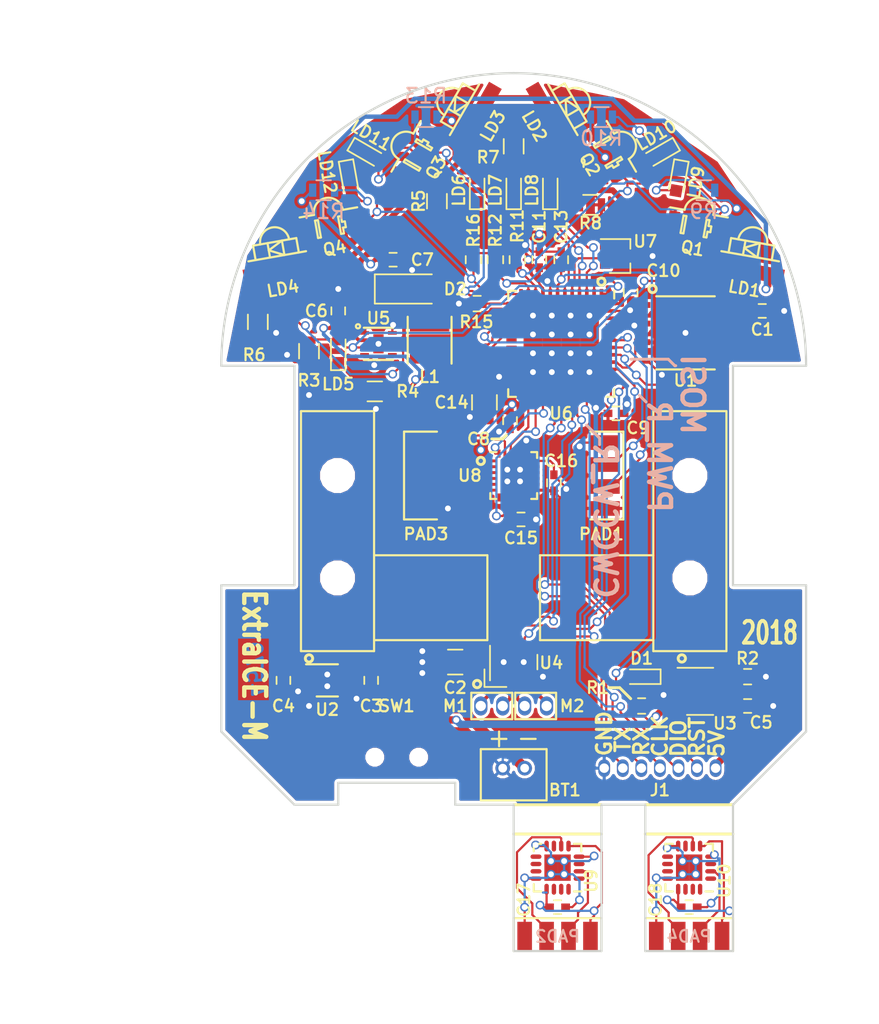
<source format=kicad_pcb>
(kicad_pcb (version 4) (host pcbnew 4.0.7)
  (layers (0 F.Cu signal) (31 B.Cu signal) (34 B.Paste user) (35 F.Paste user) (36 B.SilkS user) (37 F.SilkS user) (38 B.Mask user) (39 F.Mask user) (44 Edge.Cuts user))
  (net 0 "")
  (net 1 GND)
  (net 2 VCC)
  (net 3 VPP)
  (net 4 +5V)
  (net 5 "Net-(C7-Pad1)")
  (net 6 /NRST)
  (net 7 /VCAP)
  (net 8 "Net-(C15-Pad2)")
  (net 9 /VCC_ER)
  (net 10 /GND_ER)
  (net 11 /VCC_EL)
  (net 12 /GND_EL)
  (net 13 "Net-(D1-Pad2)")
  (net 14 "Net-(D1-Pad1)")
  (net 15 "Net-(D2-Pad2)")
  (net 16 /SWDIO)
  (net 17 /SWCLK)
  (net 18 /UART_RX)
  (net 19 /UART_TX)
  (net 20 "Net-(LD1-Pad1)")
  (net 21 "Net-(LD2-Pad1)")
  (net 22 "Net-(LD3-Pad1)")
  (net 23 "Net-(LD4-Pad1)")
  (net 24 /SEN_SW)
  (net 25 "Net-(LD5-Pad1)")
  (net 26 "Net-(LD6-Pad2)")
  (net 27 /LED_G)
  (net 28 "Net-(LD7-Pad2)")
  (net 29 /LED_Y)
  (net 30 "Net-(LD8-Pad2)")
  (net 31 /LED_R)
  (net 32 "Net-(LD9-Pad2)")
  (net 33 "Net-(LD10-Pad2)")
  (net 34 "Net-(LD11-Pad2)")
  (net 35 "Net-(LD12-Pad2)")
  (net 36 "Net-(M1-Pad1)")
  (net 37 "Net-(M1-Pad2)")
  (net 38 "Net-(M2-Pad1)")
  (net 39 "Net-(M2-Pad2)")
  (net 40 /ENC_RA)
  (net 41 /ENC_RB)
  (net 42 "Net-(PAD2-Pad2)")
  (net 43 "Net-(PAD2-Pad3)")
  (net 44 /ENC_LA)
  (net 45 /ENC_LB)
  (net 46 "Net-(PAD4-Pad2)")
  (net 47 "Net-(PAD4-Pad3)")
  (net 48 /SEN_LF)
  (net 49 /SEN_LS)
  (net 50 /SEN_RF)
  (net 51 /SEN_RS)
  (net 52 "Net-(R2-Pad2)")
  (net 53 "Net-(BT1-Pad2)")
  (net 54 "Net-(SW1-Pad3)")
  (net 55 /MRAM_CS)
  (net 56 /MRAM_MISO)
  (net 57 /MRAM_MOSI)
  (net 58 /MRAM_SCK)
  (net 59 /PWM_L)
  (net 60 /CWCCW_L)
  (net 61 /PWM_R)
  (net 62 /CWCCW_R)
  (net 63 /CLK)
  (net 64 /IMU_SCK)
  (net 65 /IMU_CS)
  (net 66 /IMU_MISO)
  (net 67 /IMU_MOSI)
  (module Capacitors_SMD:C_0402 (layer F.Cu) (at 162 71.25 180)
    (fp_text reference C1 (at 0 -1.27 180) (layer F.SilkS) (effects (font (size 0.8 0.8))))
    (fp_text value "0.22u X5R 50V 1005" hide)
    (pad 1 smd rect (at -0.55 0 180) (size 0.6 0.5) (layers F.Cu F.Paste F.Mask) (net 1 GND))
    (pad 2 smd rect (at 0.55 0 180) (size 0.6 0.5) (layers F.Cu F.Paste F.Mask) (net 2 VCC))
  )
  (module Capacitors_SMD:C_0805 (layer F.Cu) (at 141 95.25 180)
    (fp_text reference C2 (at 0 -1.75 360) (layer F.SilkS) (effects (font (size 0.8 0.8))))
    (fp_text value "10u X5R 10V 2012" hide)
    (pad 1 smd rect (at -1 0 180) (size 1 1.25) (layers F.Cu F.Paste F.Mask) (net 3 VPP))
    (pad 2 smd rect (at 1 0 180) (size 1 1.25) (layers F.Cu F.Paste F.Mask) (net 1 GND))
  )
  (module Capacitors_SMD:C_0402 (layer F.Cu) (at 135.25 96.5 90)
    (fp_text reference C3 (at -1.75 0 180) (layer F.SilkS) (effects (font (size 0.8 0.8))))
    (fp_text value "2.2u X5R 10V 1005" hide)
    (pad 1 smd rect (at -0.55 0 90) (size 0.6 0.5) (layers F.Cu F.Paste F.Mask) (net 1 GND))
    (pad 2 smd rect (at 0.55 0 90) (size 0.6 0.5) (layers F.Cu F.Paste F.Mask) (net 3 VPP))
  )
  (module Capacitors_SMD:C_0402 (layer F.Cu) (at 129.25 96.5 90)
    (fp_text reference C4 (at -1.75 0 180) (layer F.SilkS) (effects (font (size 0.8 0.8))))
    (fp_text value "2.2u X5R 10V 1005" hide)
    (pad 1 smd rect (at -0.55 0 90) (size 0.6 0.5) (layers F.Cu F.Paste F.Mask) (net 1 GND))
    (pad 2 smd rect (at 0.55 0 90) (size 0.6 0.5) (layers F.Cu F.Paste F.Mask) (net 2 VCC))
  )
  (module Capacitors_SMD:C_0402 (layer F.Cu) (at 161 98.25 180)
    (fp_text reference C5 (at -0.925 -1.1275 180) (layer F.SilkS) (effects (font (size 0.8 0.8))))
    (fp_text value "2.2u X5R 10V 1005" hide)
    (pad 1 smd rect (at -0.55 0 180) (size 0.6 0.5) (layers F.Cu F.Paste F.Mask) (net 1 GND))
    (pad 2 smd rect (at 0.55 0 180) (size 0.6 0.5) (layers F.Cu F.Paste F.Mask) (net 4 +5V))
  )
  (module Capacitors_SMD:C_0402 (layer F.Cu) (at 133 71.25 270)
    (fp_text reference C6 (at 0 1.5 360) (layer F.SilkS) (effects (font (size 0.8 0.8))))
    (fp_text value "2.2u X5R 10V 1005" hide)
    (pad 1 smd rect (at -0.55 0 270) (size 0.6 0.5) (layers F.Cu F.Paste F.Mask) (net 1 GND))
    (pad 2 smd rect (at 0.55 0 270) (size 0.6 0.5) (layers F.Cu F.Paste F.Mask) (net 3 VPP))
  )
  (module Capacitors_SMD:C_0402 (layer F.Cu) (at 136.75 67.75)
    (fp_text reference C7 (at 2 0) (layer F.SilkS) (effects (font (size 0.8 0.8))))
    (fp_text value "0.22u X5R 50V 1005" hide)
    (pad 1 smd rect (at -0.55 0) (size 0.6 0.5) (layers F.Cu F.Paste F.Mask) (net 5 "Net-(C7-Pad1)"))
    (pad 2 smd rect (at 0.55 0) (size 0.6 0.5) (layers F.Cu F.Paste F.Mask) (net 1 GND))
  )
  (module Capacitors_SMD:C_0402 (layer F.Cu) (at 144.75 78.75 90)
    (fp_text reference C8 (at -1.25 -2.15 180) (layer F.SilkS) (effects (font (size 0.8 0.8))))
    (fp_text value "0.22u X5R 50V 1005" hide)
    (pad 1 smd rect (at -0.55 0 90) (size 0.6 0.5) (layers F.Cu F.Paste F.Mask) (net 1 GND))
    (pad 2 smd rect (at 0.55 0 90) (size 0.6 0.5) (layers F.Cu F.Paste F.Mask) (net 2 VCC))
  )
  (module Capacitors_SMD:C_0402 (layer F.Cu) (at 152 78.25 180)
    (fp_text reference C9 (at -1.5 -1 180) (layer F.SilkS) (effects (font (size 0.8 0.8))))
    (fp_text value "0.22u X5R 50V 1005" hide)
    (pad 1 smd rect (at -0.55 0 180) (size 0.6 0.5) (layers F.Cu F.Paste F.Mask) (net 1 GND))
    (pad 2 smd rect (at 0.55 0 180) (size 0.6 0.5) (layers F.Cu F.Paste F.Mask) (net 2 VCC))
  )
  (module Capacitors_SMD:C_0402 (layer F.Cu) (at 153 70 90)
    (fp_text reference C10 (at 1.5 2.25 180) (layer F.SilkS) (effects (font (size 0.8 0.8))))
    (fp_text value "0.22u X5R 50V 1005" hide)
    (pad 1 smd rect (at -0.55 0 90) (size 0.6 0.5) (layers F.Cu F.Paste F.Mask) (net 1 GND))
    (pad 2 smd rect (at 0.55 0 90) (size 0.6 0.5) (layers F.Cu F.Paste F.Mask) (net 2 VCC))
  )
  (module Capacitors_SMD:C_0402 (layer F.Cu) (at 146.75 67.75 270)
    (fp_text reference C11 (at -2.25 0 450) (layer F.SilkS) (effects (font (size 0.8 0.8))))
    (fp_text value "0.22u X5R 50V 1005" hide)
    (pad 1 smd rect (at -0.55 0 270) (size 0.6 0.5) (layers F.Cu F.Paste F.Mask) (net 1 GND))
    (pad 2 smd rect (at 0.55 0 270) (size 0.6 0.5) (layers F.Cu F.Paste F.Mask) (net 2 VCC))
  )
  (module Capacitors_SMD:C_0402 (layer F.Cu) (at 148.25 67.75 270)
    (fp_text reference C13 (at -2.25 0 450) (layer F.SilkS) (effects (font (size 0.8 0.8))))
    (fp_text value "0.22u X5R 50V 1005" hide)
    (pad 1 smd rect (at -0.55 0 270) (size 0.6 0.5) (layers F.Cu F.Paste F.Mask) (net 1 GND))
    (pad 2 smd rect (at 0.55 0 270) (size 0.6 0.5) (layers F.Cu F.Paste F.Mask) (net 6 /NRST))
  )
  (module Capacitors_SMD:C_0805 (layer F.Cu) (at 143 77.5 90)
    (fp_text reference C14 (at 0 -2.25 180) (layer F.SilkS) (effects (font (size 0.8 0.8))))
    (fp_text value "10u X5R 10V 2012" hide)
    (pad 1 smd rect (at -1 0 90) (size 1 1.25) (layers F.Cu F.Paste F.Mask) (net 1 GND))
    (pad 2 smd rect (at 1 0 90) (size 1 1.25) (layers F.Cu F.Paste F.Mask) (net 7 /VCAP))
  )
  (module Capacitors_SMD:C_0402 (layer F.Cu) (at 145.5 85.5 180)
    (fp_text reference C15 (at 0 -1.27 180) (layer F.SilkS) (effects (font (size 0.8 0.8))))
    (fp_text value "0.22u X5R 50V 1005" hide)
    (pad 1 smd rect (at -0.55 0 180) (size 0.6 0.5) (layers F.Cu F.Paste F.Mask) (net 1 GND))
    (pad 2 smd rect (at 0.55 0 180) (size 0.6 0.5) (layers F.Cu F.Paste F.Mask) (net 8 "Net-(C15-Pad2)"))
  )
  (module Capacitors_SMD:C_0402 (layer F.Cu) (at 147.75 83 90)
    (fp_text reference C16 (at 1.5 0.5 180) (layer F.SilkS) (effects (font (size 0.8 0.8))))
    (fp_text value "0.22u X5R 50V 1005" hide)
    (pad 1 smd rect (at -0.55 0 90) (size 0.6 0.5) (layers F.Cu F.Paste F.Mask) (net 2 VCC))
    (pad 2 smd rect (at 0.55 0 90) (size 0.6 0.5) (layers F.Cu F.Paste F.Mask) (net 1 GND))
  )
  (module Capacitors_SMD:C_0402 (layer F.Cu) (at 148 112)
    (fp_text reference C17 (at -2.3 -0.5 90) (layer F.SilkS) (effects (font (size 0.8 0.8))))
    (fp_text value "0.22u X5R 50V 1005" hide)
    (pad 1 smd rect (at -0.55 0) (size 0.6 0.5) (layers F.Cu F.Paste F.Mask) (net 9 /VCC_ER))
    (pad 2 smd rect (at 0.55 0) (size 0.6 0.5) (layers F.Cu F.Paste F.Mask) (net 10 /GND_ER))
  )
  (module Capacitors_SMD:C_0402 (layer F.Cu) (at 157 112)
    (fp_text reference C18 (at -2.3 -0.5 90) (layer F.SilkS) (effects (font (size 0.8 0.8))))
    (fp_text value "0.22u X5R 50V 1005" hide)
    (pad 1 smd rect (at -0.55 0) (size 0.6 0.5) (layers F.Cu F.Paste F.Mask) (net 11 /VCC_EL))
    (pad 2 smd rect (at 0.55 0) (size 0.6 0.5) (layers F.Cu F.Paste F.Mask) (net 12 /GND_EL))
  )
  (module LEDs:LED_0603 (layer F.Cu) (at 153.75 96.25 180)
    (fp_text reference D1 (at 0 1.25 180) (layer F.SilkS) (effects (font (size 0.8 0.8))))
    (fp_text value BR1111C hide)
    (pad 2 smd rect (at 0.8 0) (size 0.8 0.8) (layers F.Cu F.Paste F.Mask) (net 13 "Net-(D1-Pad2)"))
    (pad 1 smd rect (at -0.8 0) (size 0.8 0.8) (layers F.Cu F.Paste F.Mask) (net 14 "Net-(D1-Pad1)"))
  )
  (module Diodes_SMD:D_SOD-123 (layer F.Cu) (at 137.75 69.75)
    (fp_text reference D2 (at 3.25 0 180) (layer F.SilkS) (effects (font (size 0.8 0.8))))
    (fp_text value B0520LW-7-F hide)
    (pad 1 smd rect (at -1.65 0) (size 0.9 1.2) (layers F.Cu F.Paste F.Mask) (net 5 "Net-(C7-Pad1)"))
    (pad 2 smd rect (at 1.65 0) (size 0.9 1.2) (layers F.Cu F.Paste F.Mask) (net 15 "Net-(D2-Pad2)"))
  )
  (module ExICE-M:1.27mm_PinHeader_7pole (layer F.Cu) (at 155 102.5 180)
    (fp_text reference J1 (at 0 -1.5 180) (layer F.SilkS) (effects (font (size 0.8 0.8))))
    (fp_text value PSS-710103-07 hide)
    (pad 1 thru_hole oval (at -3.81 0 180) (size 0.8 1.2) (drill 0.65) (layers *.Cu *.Mask) (net 4 +5V))
    (pad 2 thru_hole oval (at -2.54 0 180) (size 0.8 1.2) (drill 0.65) (layers *.Cu *.Mask) (net 6 /NRST))
    (pad 3 thru_hole oval (at -1.27 0 180) (size 0.8 1.2) (drill 0.65) (layers *.Cu *.Mask) (net 16 /SWDIO))
    (pad 4 thru_hole oval (at 0 0 180) (size 0.8 1.2) (drill 0.65) (layers *.Cu *.Mask) (net 17 /SWCLK))
    (pad 5 thru_hole oval (at 1.27 0 180) (size 0.8 1.2) (drill 0.65) (layers *.Cu *.Mask) (net 18 /UART_RX))
    (pad 6 thru_hole oval (at 2.54 0 180) (size 0.8 1.2) (drill 0.65) (layers *.Cu *.Mask) (net 19 /UART_TX))
    (pad 7 thru_hole oval (at 3.81 0 180) (size 0.8 1.2) (drill 0.65) (layers *.Cu *.Mask) (net 1 GND))
  )
  (module ExICE-M:SRN3015 (layer F.Cu) (at 139.25 73.25 180)
    (fp_text reference L1 (at 0 -2.5 180) (layer F.SilkS) (effects (font (size 0.8 0.8))))
    (fp_text value SRN3015-100M hide)
    (pad 1 smd rect (at 0 -1.1 180) (size 2.7 1) (layers F.Cu F.Paste F.Mask) (net 3 VPP))
    (pad 2 smd rect (at 0 1.1 180) (size 2.7 1) (layers F.Cu F.Paste F.Mask) (net 15 "Net-(D2-Pad2)"))
  )
  (module ExICE-M:APDA3020SECK_J3-PF (layer F.Cu) (at 161 68.5 350)
    (fp_text reference LD1 (at 0 1.25 350) (layer F.SilkS) (effects (font (size 0.8 0.8))))
    (fp_text value APDA3020SECK/J3-PF hide)
    (pad 1 smd rect (at -1.5 0 350) (size 2 1) (layers F.Cu F.Paste F.Mask) (net 20 "Net-(LD1-Pad1)"))
    (pad 2 smd rect (at 1.5 0 350) (size 2 1) (layers F.Cu F.Paste F.Mask) (net 5 "Net-(C7-Pad1)"))
  )
  (module ExICE-M:APDA3020SECK_J3-PF (layer F.Cu) (at 147.5 58 300)
    (fp_text reference LD2 (at 0 1.25 300) (layer F.SilkS) (effects (font (size 0.8 0.8))))
    (fp_text value APDA3020SECK/J3-PF hide)
    (pad 1 smd rect (at -1.5 0 300) (size 2 1) (layers F.Cu F.Paste F.Mask) (net 21 "Net-(LD2-Pad1)"))
    (pad 2 smd rect (at 1.5 0 300) (size 2 1) (layers F.Cu F.Paste F.Mask) (net 20 "Net-(LD1-Pad1)"))
  )
  (module ExICE-M:APDA3020SECK_J3-PF (layer F.Cu) (at 142.5 58 60)
    (fp_text reference LD3 (at 0 1.25 60) (layer F.SilkS) (effects (font (size 0.8 0.8))))
    (fp_text value APDA3020SECK/J3-PF hide)
    (pad 1 smd rect (at -1.5 0 60) (size 2 1) (layers F.Cu F.Paste F.Mask) (net 22 "Net-(LD3-Pad1)"))
    (pad 2 smd rect (at 1.5 0 60) (size 2 1) (layers F.Cu F.Paste F.Mask) (net 21 "Net-(LD2-Pad1)"))
  )
  (module ExICE-M:APDA3020SECK_J3-PF (layer F.Cu) (at 129 68.5 10)
    (fp_text reference LD4 (at 0 1.25 10) (layer F.SilkS) (effects (font (size 0.8 0.8))))
    (fp_text value APDA3020SECK/J3-PF hide)
    (pad 1 smd rect (at -1.5 0 10) (size 2 1) (layers F.Cu F.Paste F.Mask) (net 23 "Net-(LD4-Pad1)"))
    (pad 2 smd rect (at 1.5 0 10) (size 2 1) (layers F.Cu F.Paste F.Mask) (net 22 "Net-(LD3-Pad1)"))
  )
  (module LEDs:LED_0603 (layer F.Cu) (at 133 74 90)
    (fp_text reference LD5 (at -2.25 0 360) (layer F.SilkS) (effects (font (size 0.8 0.8))))
    (fp_text value BR1111C hide)
    (pad 2 smd rect (at 0.8 0 270) (size 0.8 0.8) (layers F.Cu F.Paste F.Mask) (net 24 /SEN_SW))
    (pad 1 smd rect (at -0.8 0 270) (size 0.8 0.8) (layers F.Cu F.Paste F.Mask) (net 25 "Net-(LD5-Pad1)"))
  )
  (module LEDs:LED_0603 (layer F.Cu) (at 142.5 63 90)
    (fp_text reference LD6 (at 0 -1.25 90) (layer F.SilkS) (effects (font (size 0.8 0.8))))
    (fp_text value BG1111C hide)
    (pad 2 smd rect (at 0.8 0 270) (size 0.8 0.8) (layers F.Cu F.Paste F.Mask) (net 26 "Net-(LD6-Pad2)"))
    (pad 1 smd rect (at -0.8 0 270) (size 0.8 0.8) (layers F.Cu F.Paste F.Mask) (net 27 /LED_G))
  )
  (module LEDs:LED_0603 (layer F.Cu) (at 145 63 90)
    (fp_text reference LD7 (at 0 -1.25 90) (layer F.SilkS) (effects (font (size 0.8 0.8))))
    (fp_text value AY1111C hide)
    (pad 2 smd rect (at 0.8 0 270) (size 0.8 0.8) (layers F.Cu F.Paste F.Mask) (net 28 "Net-(LD7-Pad2)"))
    (pad 1 smd rect (at -0.8 0 270) (size 0.8 0.8) (layers F.Cu F.Paste F.Mask) (net 29 /LED_Y))
  )
  (module LEDs:LED_0603 (layer F.Cu) (at 147.5 63 90)
    (fp_text reference LD8 (at 0 -1.25 90) (layer F.SilkS) (effects (font (size 0.8 0.8))))
    (fp_text value BR1111C hide)
    (pad 2 smd rect (at 0.8 0 270) (size 0.8 0.8) (layers F.Cu F.Paste F.Mask) (net 30 "Net-(LD8-Pad2)"))
    (pad 1 smd rect (at -0.8 0 270) (size 0.8 0.8) (layers F.Cu F.Paste F.Mask) (net 31 /LED_R))
  )
  (module LEDs:LED_0603 (layer F.Cu) (at 156.25 62.25 260)
    (fp_text reference LD9 (at 0 -1.25 260) (layer F.SilkS) (effects (font (size 0.8 0.8))))
    (fp_text value BR1111C hide)
    (pad 2 smd rect (at 0.8 0 80) (size 0.8 0.8) (layers F.Cu F.Paste F.Mask) (net 32 "Net-(LD9-Pad2)"))
    (pad 1 smd rect (at -0.8 0 80) (size 0.8 0.8) (layers F.Cu F.Paste F.Mask) (net 50 /SEN_RF))
  )
  (module LEDs:LED_0603 (layer F.Cu) (at 155 60.5 210)
    (fp_text reference LD10 (at -0.408494 1.207532 210) (layer F.SilkS) (effects (font (size 0.8 0.8))))
    (fp_text value BR1111C hide)
    (pad 2 smd rect (at 0.8 0 30) (size 0.8 0.8) (layers F.Cu F.Paste F.Mask) (net 33 "Net-(LD10-Pad2)"))
    (pad 1 smd rect (at -0.8 0 30) (size 0.8 0.8) (layers F.Cu F.Paste F.Mask) (net 51 /SEN_RS))
  )
  (module LEDs:LED_0603 (layer F.Cu) (at 135 60.5 330)
    (fp_text reference LD11 (at -0.408494 -1.207532 330) (layer F.SilkS) (effects (font (size 0.8 0.8))))
    (fp_text value BR1111C hide)
    (pad 2 smd rect (at 0.8 0 150) (size 0.8 0.8) (layers F.Cu F.Paste F.Mask) (net 34 "Net-(LD11-Pad2)"))
    (pad 1 smd rect (at -0.8 0 150) (size 0.8 0.8) (layers F.Cu F.Paste F.Mask) (net 48 /SEN_LF))
  )
  (module LEDs:LED_0603 (layer F.Cu) (at 133.75 62.25 280)
    (fp_text reference LD12 (at -0.752876 1.390388 280) (layer F.SilkS) (effects (font (size 0.8 0.8))))
    (fp_text value BR1111C hide)
    (pad 2 smd rect (at 0.8 0 100) (size 0.8 0.8) (layers F.Cu F.Paste F.Mask) (net 35 "Net-(LD12-Pad2)"))
    (pad 1 smd rect (at -0.8 0 100) (size 0.8 0.8) (layers F.Cu F.Paste F.Mask) (net 49 /SEN_LS))
  )
  (module ExICE-M:MK06-4.5 (layer F.Cu) (at 143.5 98.25)
    (fp_text reference M1 (at -2.5 0) (layer F.SilkS) (effects (font (size 0.8 0.8))))
    (fp_text value MK06-4.5 hide)
    (pad 1 thru_hole oval (at -0.75 0) (size 0.9 1.3) (drill 0.7) (layers *.Cu *.Mask) (net 36 "Net-(M1-Pad1)"))
    (pad 2 thru_hole oval (at 0.75 0) (size 0.9 1.3) (drill 0.7) (layers *.Cu *.Mask) (net 37 "Net-(M1-Pad2)"))
  )
  (module ExICE-M:MK06-4.5 (layer F.Cu) (at 146.5 98.25)
    (fp_text reference M2 (at 2.5 0) (layer F.SilkS) (effects (font (size 0.8 0.8))))
    (fp_text value MK06-4.5 hide)
    (pad 1 thru_hole oval (at -0.75 0) (size 0.9 1.3) (drill 0.7) (layers *.Cu *.Mask) (net 38 "Net-(M2-Pad1)"))
    (pad 2 thru_hole oval (at 0.75 0) (size 0.9 1.3) (drill 0.7) (layers *.Cu *.Mask) (net 39 "Net-(M2-Pad2)"))
  )
  (module ExICE-M:PAD_MAIN-ENC (layer F.Cu) (at 148 114 180)
    (fp_text reference PAD2 (at 0 0 180) (layer B.SilkS) (effects (font (size 0.8 0.8)) (justify mirror)))
    (fp_text value PAD hide)
    (pad 1 smd rect (at -2.25 0 180) (size 1 2) (layers F.Cu F.Paste F.Mask) (net 9 /VCC_ER))
    (pad 2 smd rect (at -0.75 0 180) (size 1 2) (layers F.Cu F.Paste F.Mask) (net 42 "Net-(PAD2-Pad2)"))
    (pad 3 smd rect (at 0.75 0 180) (size 1 2) (layers F.Cu F.Paste F.Mask) (net 43 "Net-(PAD2-Pad3)"))
    (pad 4 smd rect (at 2.25 0 180) (size 1 2) (layers F.Cu F.Paste F.Mask) (net 10 /GND_ER))
  )
  (module ExICE-M:PAD_MAIN-ENC (layer F.Cu) (at 157 114 180)
    (fp_text reference PAD4 (at 0 0 180) (layer B.SilkS) (effects (font (size 0.8 0.8)) (justify mirror)))
    (fp_text value PAD hide)
    (pad 1 smd rect (at -2.25 0 180) (size 1 2) (layers F.Cu F.Paste F.Mask) (net 11 /VCC_EL))
    (pad 2 smd rect (at -0.75 0 180) (size 1 2) (layers F.Cu F.Paste F.Mask) (net 46 "Net-(PAD4-Pad2)"))
    (pad 3 smd rect (at 0.75 0 180) (size 1 2) (layers F.Cu F.Paste F.Mask) (net 47 "Net-(PAD4-Pad3)"))
    (pad 4 smd rect (at 2.25 0 180) (size 1 2) (layers F.Cu F.Paste F.Mask) (net 12 /GND_EL))
  )
  (module ExICE-M:PT26-21C_TR8_Right (layer F.Cu) (at 157.5 65.5 350)
    (fp_text reference Q1 (at 0 1.5 350) (layer F.SilkS) (effects (font (size 0.8 0.8))))
    (fp_text value PT26-21C/TR8 hide)
    (pad 1 smd rect (at -1.625 0 350) (size 0.75 1.6) (layers F.Cu F.Paste F.Mask) (net 2 VCC))
    (pad 2 smd rect (at 1.625 0 350) (size 0.75 1.6) (layers F.Cu F.Paste F.Mask) (net 50 /SEN_RF))
  )
  (module ExICE-M:PT26-21C_TR8_Right (layer F.Cu) (at 151.5 60.5 300)
    (fp_text reference Q2 (at 0 1.5 300) (layer F.SilkS) (effects (font (size 0.8 0.8))))
    (fp_text value PT26-21C/TR8 hide)
    (pad 1 smd rect (at -1.625 0 300) (size 0.75 1.6) (layers F.Cu F.Paste F.Mask) (net 2 VCC))
    (pad 2 smd rect (at 1.625 0 300) (size 0.75 1.6) (layers F.Cu F.Paste F.Mask) (net 51 /SEN_RS))
  )
  (module ExICE-M:PT26-21C_TR8_Right (layer F.Cu) (at 138.5 60.5 60)
    (fp_text reference Q3 (at -0.238313 1.52323 240) (layer F.SilkS) (effects (font (size 0.8 0.8))))
    (fp_text value PT26-21C/TR8 hide)
    (pad 1 smd rect (at -1.625 0 60) (size 0.75 1.6) (layers F.Cu F.Paste F.Mask) (net 2 VCC))
    (pad 2 smd rect (at 1.625 0 60) (size 0.75 1.6) (layers F.Cu F.Paste F.Mask) (net 48 /SEN_LF))
  )
  (module ExICE-M:PT26-21C_TR8_Right (layer F.Cu) (at 132.5 65.5 10)
    (fp_text reference Q4 (at 0 1.5 10) (layer F.SilkS) (effects (font (size 0.8 0.8))))
    (fp_text value PT26-21C/TR8 hide)
    (pad 1 smd rect (at -1.625 0 10) (size 0.75 1.6) (layers F.Cu F.Paste F.Mask) (net 2 VCC))
    (pad 2 smd rect (at 1.625 0 10) (size 0.75 1.6) (layers F.Cu F.Paste F.Mask) (net 49 /SEN_LS))
  )
  (module Resistors_SMD:R_0402 (layer F.Cu) (at 153.75 98.25 180)
    (fp_text reference R1 (at 3 1.25 180) (layer F.SilkS) (effects (font (size 0.8 0.8))))
    (fp_text value "1K 5% 1005" hide)
    (pad 1 smd rect (at -0.45 0 180) (size 0.4 0.6) (layers F.Cu F.Paste F.Mask) (net 4 +5V))
    (pad 2 smd rect (at 0.45 0 180) (size 0.4 0.6) (layers F.Cu F.Paste F.Mask) (net 13 "Net-(D1-Pad2)"))
  )
  (module Resistors_SMD:R_0402 (layer F.Cu) (at 161 96.25 180)
    (fp_text reference R2 (at 0 1.25 360) (layer F.SilkS) (effects (font (size 0.8 0.8))))
    (fp_text value "10K 5% 1005" hide)
    (pad 1 smd rect (at -0.45 0 180) (size 0.4 0.6) (layers F.Cu F.Paste F.Mask) (net 1 GND))
    (pad 2 smd rect (at 0.45 0 180) (size 0.4 0.6) (layers F.Cu F.Paste F.Mask) (net 52 "Net-(R2-Pad2)"))
  )
  (module Resistors_SMD:R_0603 (layer F.Cu) (at 131 74 270)
    (fp_text reference R3 (at 2 0 540) (layer F.SilkS) (effects (font (size 0.8 0.8))))
    (fp_text value "10K 5% 1608" hide)
    (pad 1 smd rect (at -0.75 0 270) (size 0.5 0.9) (layers F.Cu F.Paste F.Mask) (net 24 /SEN_SW))
    (pad 2 smd rect (at 0.75 0 270) (size 0.5 0.9) (layers F.Cu F.Paste F.Mask) (net 1 GND))
  )
  (module Resistors_SMD:R_0603 (layer F.Cu) (at 135.5 76.75)
    (fp_text reference R4 (at 2.25 0) (layer F.SilkS) (effects (font (size 0.8 0.8))))
    (fp_text value "220 5% 1608" hide)
    (pad 1 smd rect (at -0.75 0) (size 0.5 0.9) (layers F.Cu F.Paste F.Mask) (net 25 "Net-(LD5-Pad1)"))
    (pad 2 smd rect (at 0.75 0) (size 0.5 0.9) (layers F.Cu F.Paste F.Mask) (net 1 GND))
  )
  (module Resistors_SMD:R_0603 (layer F.Cu) (at 139.75 63.75 270)
    (fp_text reference R5 (at 0 1.25 270) (layer F.SilkS) (effects (font (size 0.8 0.8))))
    (fp_text value "220 5% 1608" hide)
    (pad 1 smd rect (at -0.75 0 270) (size 0.5 0.9) (layers F.Cu F.Paste F.Mask) (net 26 "Net-(LD6-Pad2)"))
    (pad 2 smd rect (at 0.75 0 270) (size 0.5 0.9) (layers F.Cu F.Paste F.Mask) (net 2 VCC))
  )
  (module Resistors_SMD:R_0603 (layer F.Cu) (at 127.5 72 270)
    (fp_text reference R6 (at 2.25 0.25 360) (layer F.SilkS) (effects (font (size 0.8 0.8))))
    (fp_text value "1 1% 1608" hide)
    (pad 1 smd rect (at -0.75 0 270) (size 0.5 0.9) (layers F.Cu F.Paste F.Mask) (net 23 "Net-(LD4-Pad1)"))
    (pad 2 smd rect (at 0.75 0 270) (size 0.5 0.9) (layers F.Cu F.Paste F.Mask) (net 1 GND))
  )
  (module Resistors_SMD:R_0603 (layer F.Cu) (at 145 60 90)
    (fp_text reference R7 (at -0.75 -1.75 180) (layer F.SilkS) (effects (font (size 0.8 0.8))))
    (fp_text value "220 5% 1608" hide)
    (pad 1 smd rect (at -0.75 0 90) (size 0.5 0.9) (layers F.Cu F.Paste F.Mask) (net 28 "Net-(LD7-Pad2)"))
    (pad 2 smd rect (at 0.75 0 90) (size 0.5 0.9) (layers F.Cu F.Paste F.Mask) (net 2 VCC))
  )
  (module Resistors_SMD:R_0603 (layer F.Cu) (at 150.25 64)
    (fp_text reference R8 (at 0 1.25) (layer F.SilkS) (effects (font (size 0.8 0.8))))
    (fp_text value "220 5% 1608" hide)
    (pad 1 smd rect (at -0.75 0) (size 0.5 0.9) (layers F.Cu F.Paste F.Mask) (net 30 "Net-(LD8-Pad2)"))
    (pad 2 smd rect (at 0.75 0) (size 0.5 0.9) (layers F.Cu F.Paste F.Mask) (net 2 VCC))
  )
  (module Resistors_SMD:R_0402 (layer F.Cu) (at 145.25 67.75 90)
    (fp_text reference R11 (at 2.3 0 90) (layer F.SilkS) (effects (font (size 0.8 0.8))))
    (fp_text value "1K 1% 1005" hide)
    (pad 1 smd rect (at -0.45 0 90) (size 0.4 0.6) (layers F.Cu F.Paste F.Mask) (net 50 /SEN_RF))
    (pad 2 smd rect (at 0.45 0 90) (size 0.4 0.6) (layers F.Cu F.Paste F.Mask) (net 1 GND))
  )
  (module Resistors_SMD:R_0402 (layer F.Cu) (at 143.75 67.75 90)
    (fp_text reference R12 (at 2 0 90) (layer F.SilkS) (effects (font (size 0.8 0.8))))
    (fp_text value "1K 1% 1005" hide)
    (pad 1 smd rect (at -0.45 0 90) (size 0.4 0.6) (layers F.Cu F.Paste F.Mask) (net 51 /SEN_RS))
    (pad 2 smd rect (at 0.45 0 90) (size 0.4 0.6) (layers F.Cu F.Paste F.Mask) (net 1 GND))
  )
  (module Resistors_SMD:R_0402 (layer F.Cu) (at 142.5 70.75 180)
    (fp_text reference R15 (at 0.05 -1.25 180) (layer F.SilkS) (effects (font (size 0.8 0.8))))
    (fp_text value "1K 1% 1005" hide)
    (pad 1 smd rect (at -0.45 0 180) (size 0.4 0.6) (layers F.Cu F.Paste F.Mask) (net 48 /SEN_LF))
    (pad 2 smd rect (at 0.45 0 180) (size 0.4 0.6) (layers F.Cu F.Paste F.Mask) (net 1 GND))
  )
  (module Resistors_SMD:R_0402 (layer F.Cu) (at 142.25 67.75 90)
    (fp_text reference R16 (at 2 0 90) (layer F.SilkS) (effects (font (size 0.8 0.8))))
    (fp_text value "1K 1% 1005" hide)
    (pad 1 smd rect (at -0.45 0 90) (size 0.4 0.6) (layers F.Cu F.Paste F.Mask) (net 49 /SEN_LS))
    (pad 2 smd rect (at 0.45 0 90) (size 0.4 0.6) (layers F.Cu F.Paste F.Mask) (net 1 GND))
  )
  (module ExICE-M:DFN8_Small_Flag (layer F.Cu) (at 156.75 72.75)
    (fp_text reference U1 (at 0 3.25) (layer F.SilkS) (effects (font (size 0.8 0.8))))
    (fp_text value MR25H40CDF hide)
    (pad 1 smd rect (at -2.7 -1.905) (size 0.6 0.4) (layers F.Cu F.Paste F.Mask) (net 55 /MRAM_CS))
    (pad 2 smd rect (at -2.7 -0.635) (size 0.6 0.4) (layers F.Cu F.Paste F.Mask) (net 56 /MRAM_MISO))
    (pad 3 smd rect (at -2.7 0.635) (size 0.6 0.4) (layers F.Cu F.Paste F.Mask) (net 2 VCC))
    (pad 4 smd rect (at -2.7 1.905) (size 0.6 0.4) (layers F.Cu F.Paste F.Mask) (net 1 GND))
    (pad 5 smd rect (at 2.7 1.905) (size 0.6 0.4) (layers F.Cu F.Paste F.Mask) (net 57 /MRAM_MOSI))
    (pad 6 smd rect (at 2.7 0.635) (size 0.6 0.4) (layers F.Cu F.Paste F.Mask) (net 58 /MRAM_SCK))
    (pad 7 smd rect (at 2.7 -0.635) (size 0.6 0.4) (layers F.Cu F.Paste F.Mask) (net 2 VCC))
    (pad 8 smd rect (at 2.7 -1.905) (size 0.6 0.4) (layers F.Cu F.Paste F.Mask) (net 2 VCC))
    (pad 9 smd rect (at 0 0) (size 2 2) (layers F.Cu F.Paste F.Mask) (net 1 GND))
  )
  (module Housings_DFN_QFN:DFN-6-1EP_2x2mm_Pitch0.65mm (layer F.Cu) (at 132.25 96.5)
    (fp_text reference U2 (at 0 2) (layer F.SilkS) (effects (font (size 0.8 0.8))))
    (fp_text value NCV8705MT30TCG hide)
    (pad 1 smd rect (at -1.05 -0.65) (size 0.65 0.35) (layers F.Cu F.Paste F.Mask) (net 2 VCC))
    (pad 2 smd rect (at -1.05 0) (size 0.65 0.35) (layers F.Cu F.Paste F.Mask))
    (pad 3 smd rect (at -1.05 0.65) (size 0.65 0.35) (layers F.Cu F.Paste F.Mask) (net 1 GND))
    (pad 4 smd rect (at 1.05 0.65) (size 0.65 0.35) (layers F.Cu F.Paste F.Mask) (net 3 VPP))
    (pad 5 smd rect (at 1.05 0) (size 0.65 0.35) (layers F.Cu F.Paste F.Mask))
    (pad 6 smd rect (at 1.05 -0.65) (size 0.65 0.35) (layers F.Cu F.Paste F.Mask) (net 3 VPP))
    (pad 7 smd rect (at 0 0.4) (size 1 0.8) (layers F.Cu F.Paste F.Mask) (net 1 GND))
    (pad 7 smd rect (at 0 -0.4) (size 1 0.8) (layers F.Cu F.Paste F.Mask) (net 1 GND))
  )
  (module TO_SOT_Packages_SMD:SOT-23-5 (layer F.Cu) (at 157.75 97.25)
    (fp_text reference U3 (at 1.6985 2.191 180) (layer F.SilkS) (effects (font (size 0.8 0.8))))
    (fp_text value LTC4054ES5-4.2 hide)
    (pad 1 smd rect (at -1.1 -0.95) (size 1.06 0.65) (layers F.Cu F.Paste F.Mask) (net 14 "Net-(D1-Pad1)"))
    (pad 2 smd rect (at -1.1 0) (size 1.06 0.65) (layers F.Cu F.Paste F.Mask) (net 1 GND))
    (pad 3 smd rect (at -1.1 0.95) (size 1.06 0.65) (layers F.Cu F.Paste F.Mask) (net 54 "Net-(SW1-Pad3)"))
    (pad 4 smd rect (at 1.1 0.95) (size 1.06 0.65) (layers F.Cu F.Paste F.Mask) (net 4 +5V))
    (pad 5 smd rect (at 1.1 -0.95) (size 1.06 0.65) (layers F.Cu F.Paste F.Mask) (net 52 "Net-(R2-Pad2)"))
  )
  (module Housings_SON:WSON-12-1EP_3x2mm_Pitch0.5mm (layer F.Cu) (at 145 95.25 90)
    (fp_text reference U4 (at -0.05 2.574 180) (layer F.SilkS) (effects (font (size 0.8 0.8))))
    (fp_text value DRV8836 hide)
    (pad 1 smd rect (at -0.95 -1.25 90) (size 0.5 0.25) (layers F.Cu F.Paste F.Mask) (net 3 VPP))
    (pad 2 smd rect (at -0.95 -0.75 90) (size 0.5 0.25) (layers F.Cu F.Paste F.Mask) (net 36 "Net-(M1-Pad1)"))
    (pad 3 smd rect (at -0.95 -0.25 90) (size 0.5 0.25) (layers F.Cu F.Paste F.Mask) (net 37 "Net-(M1-Pad2)"))
    (pad 4 smd rect (at -0.95 0.25 90) (size 0.5 0.25) (layers F.Cu F.Paste F.Mask) (net 38 "Net-(M2-Pad1)"))
    (pad 5 smd rect (at -0.95 0.75 90) (size 0.5 0.25) (layers F.Cu F.Paste F.Mask) (net 39 "Net-(M2-Pad2)"))
    (pad 6 smd rect (at -0.95 1.25 90) (size 0.5 0.25) (layers F.Cu F.Paste F.Mask) (net 1 GND))
    (pad 7 smd rect (at 0.95 1.25 90) (size 0.5 0.25) (layers F.Cu F.Paste F.Mask) (net 59 /PWM_L))
    (pad 8 smd rect (at 0.95 0.75 90) (size 0.5 0.25) (layers F.Cu F.Paste F.Mask) (net 60 /CWCCW_L))
    (pad 9 smd rect (at 0.95 0.25 90) (size 0.5 0.25) (layers F.Cu F.Paste F.Mask) (net 61 /PWM_R))
    (pad 10 smd rect (at 0.95 -0.25 90) (size 0.5 0.25) (layers F.Cu F.Paste F.Mask) (net 62 /CWCCW_R))
    (pad 11 smd rect (at 0.95 -0.75 90) (size 0.5 0.25) (layers F.Cu F.Paste F.Mask) (net 3 VPP))
    (pad 12 smd rect (at 0.95 -1.25 90) (size 0.5 0.25) (layers F.Cu F.Paste F.Mask) (net 3 VPP))
    (pad 13 smd rect (at 0 0 90) (size 1 2.65) (layers F.Cu F.Mask) (net 1 GND))
    (pad 13 smd rect (at 0 0.685 90) (size 0.95 1.17) (layers F.Cu F.Paste) (net 1 GND))
    (pad 13 smd rect (at 0 -0.685 90) (size 0.95 1.17) (layers F.Cu F.Paste) (net 1 GND))
  )
  (module ExICE-M:8PinMLF (layer F.Cu) (at 135.75 73.5)
    (fp_text reference U5 (at 0 -1.75 180) (layer F.SilkS) (effects (font (size 0.8 0.8))))
    (fp_text value MIC2291-15YML hide)
    (pad 1 smd rect (at -0.95 -0.75) (size 0.6 0.25) (layers F.Cu F.Paste F.Mask) (net 5 "Net-(C7-Pad1)"))
    (pad 2 smd rect (at -0.95 -0.25) (size 0.6 0.25) (layers F.Cu F.Paste F.Mask) (net 3 VPP))
    (pad 3 smd rect (at -0.95 0.25) (size 0.6 0.25) (layers F.Cu F.Paste F.Mask) (net 24 /SEN_SW))
    (pad 4 smd rect (at -0.95 0.75) (size 0.6 0.25) (layers F.Cu F.Paste F.Mask) (net 1 GND))
    (pad 5 smd rect (at 0.95 0.75) (size 0.6 0.25) (layers F.Cu F.Paste F.Mask))
    (pad 6 smd rect (at 0.95 0.25) (size 0.6 0.25) (layers F.Cu F.Paste F.Mask) (net 23 "Net-(LD4-Pad1)"))
    (pad 7 smd rect (at 0.95 -0.25) (size 0.6 0.25) (layers F.Cu F.Paste F.Mask) (net 15 "Net-(D2-Pad2)"))
    (pad 8 smd rect (at 0.95 -0.75) (size 0.6 0.25) (layers F.Cu F.Paste F.Mask) (net 1 GND))
    (pad 9 smd rect (at 0 0) (size 0.7 1.3) (layers F.Cu F.Paste F.Mask) (net 1 GND))
  )
  (module Housings_DFN_QFN:QFN-48-1EP_7x7mm_Pitch0.5mm (layer F.Cu) (at 148.25 73.5 270)
    (fp_text reference U6 (at 4.75 0 360) (layer F.SilkS) (effects (font (size 0.8 0.8))))
    (fp_text value STM32F411CEUx hide)
    (pad 1 smd rect (at -3.4 -2.75 270) (size 0.7 0.25) (layers F.Cu F.Paste F.Mask) (net 2 VCC))
    (pad 2 smd rect (at -3.4 -2.25 270) (size 0.7 0.25) (layers F.Cu F.Paste F.Mask) (net 24 /SEN_SW))
    (pad 3 smd rect (at -3.4 -1.75 270) (size 0.7 0.25) (layers F.Cu F.Paste F.Mask) (net 31 /LED_R))
    (pad 4 smd rect (at -3.4 -1.25 270) (size 0.7 0.25) (layers F.Cu F.Paste F.Mask) (net 29 /LED_Y))
    (pad 5 smd rect (at -3.4 -0.75 270) (size 0.7 0.25) (layers F.Cu F.Paste F.Mask) (net 63 /CLK))
    (pad 6 smd rect (at -3.4 -0.25 270) (size 0.7 0.25) (layers F.Cu F.Paste F.Mask) (net 27 /LED_G))
    (pad 7 smd rect (at -3.4 0.25 270) (size 0.7 0.25) (layers F.Cu F.Paste F.Mask) (net 6 /NRST))
    (pad 8 smd rect (at -3.4 0.75 270) (size 0.7 0.25) (layers F.Cu F.Paste F.Mask) (net 1 GND))
    (pad 9 smd rect (at -3.4 1.25 270) (size 0.7 0.25) (layers F.Cu F.Paste F.Mask) (net 2 VCC))
    (pad 10 smd rect (at -3.4 1.75 270) (size 0.7 0.25) (layers F.Cu F.Paste F.Mask) (net 50 /SEN_RF))
    (pad 11 smd rect (at -3.4 2.25 270) (size 0.7 0.25) (layers F.Cu F.Paste F.Mask) (net 51 /SEN_RS))
    (pad 12 smd rect (at -3.4 2.75 270) (size 0.7 0.25) (layers F.Cu F.Paste F.Mask) (net 49 /SEN_LS))
    (pad 13 smd rect (at -2.75 3.4) (size 0.7 0.25) (layers F.Cu F.Paste F.Mask) (net 48 /SEN_LF))
    (pad 14 smd rect (at -2.25 3.4) (size 0.7 0.25) (layers F.Cu F.Paste F.Mask))
    (pad 15 smd rect (at -1.75 3.4) (size 0.7 0.25) (layers F.Cu F.Paste F.Mask) (net 58 /MRAM_SCK))
    (pad 16 smd rect (at -1.25 3.4) (size 0.7 0.25) (layers F.Cu F.Paste F.Mask) (net 44 /ENC_LA))
    (pad 17 smd rect (at -0.75 3.4) (size 0.7 0.25) (layers F.Cu F.Paste F.Mask) (net 45 /ENC_LB))
    (pad 18 smd rect (at -0.25 3.4) (size 0.7 0.25) (layers F.Cu F.Paste F.Mask))
    (pad 19 smd rect (at 0.25 3.4) (size 0.7 0.25) (layers F.Cu F.Paste F.Mask))
    (pad 20 smd rect (at 0.75 3.4) (size 0.7 0.25) (layers F.Cu F.Paste F.Mask))
    (pad 21 smd rect (at 1.25 3.4) (size 0.7 0.25) (layers F.Cu F.Paste F.Mask) (net 64 /IMU_SCK))
    (pad 22 smd rect (at 1.75 3.4) (size 0.7 0.25) (layers F.Cu F.Paste F.Mask) (net 7 /VCAP))
    (pad 23 smd rect (at 2.25 3.4) (size 0.7 0.25) (layers F.Cu F.Paste F.Mask) (net 1 GND))
    (pad 24 smd rect (at 2.75 3.4) (size 0.7 0.25) (layers F.Cu F.Paste F.Mask) (net 2 VCC))
    (pad 25 smd rect (at 3.4 2.75 270) (size 0.7 0.25) (layers F.Cu F.Paste F.Mask))
    (pad 26 smd rect (at 3.4 2.25 270) (size 0.7 0.25) (layers F.Cu F.Paste F.Mask) (net 65 /IMU_CS))
    (pad 27 smd rect (at 3.4 1.75 270) (size 0.7 0.25) (layers F.Cu F.Paste F.Mask) (net 66 /IMU_MISO))
    (pad 28 smd rect (at 3.4 1.25 270) (size 0.7 0.25) (layers F.Cu F.Paste F.Mask) (net 67 /IMU_MOSI))
    (pad 29 smd rect (at 3.4 0.75 270) (size 0.7 0.25) (layers F.Cu F.Paste F.Mask))
    (pad 30 smd rect (at 3.4 0.25 270) (size 0.7 0.25) (layers F.Cu F.Paste F.Mask) (net 19 /UART_TX))
    (pad 31 smd rect (at 3.4 -0.25 270) (size 0.7 0.25) (layers F.Cu F.Paste F.Mask) (net 18 /UART_RX))
    (pad 32 smd rect (at 3.4 -0.75 270) (size 0.7 0.25) (layers F.Cu F.Paste F.Mask) (net 60 /CWCCW_L))
    (pad 33 smd rect (at 3.4 -1.25 270) (size 0.7 0.25) (layers F.Cu F.Paste F.Mask) (net 62 /CWCCW_R))
    (pad 34 smd rect (at 3.4 -1.75 270) (size 0.7 0.25) (layers F.Cu F.Paste F.Mask) (net 16 /SWDIO))
    (pad 35 smd rect (at 3.4 -2.25 270) (size 0.7 0.25) (layers F.Cu F.Paste F.Mask) (net 1 GND))
    (pad 36 smd rect (at 3.4 -2.75 270) (size 0.7 0.25) (layers F.Cu F.Paste F.Mask) (net 2 VCC))
    (pad 37 smd rect (at 2.75 -3.4) (size 0.7 0.25) (layers F.Cu F.Paste F.Mask) (net 17 /SWCLK))
    (pad 38 smd rect (at 2.25 -3.4) (size 0.7 0.25) (layers F.Cu F.Paste F.Mask) (net 59 /PWM_L))
    (pad 39 smd rect (at 1.75 -3.4) (size 0.7 0.25) (layers F.Cu F.Paste F.Mask) (net 61 /PWM_R))
    (pad 40 smd rect (at 1.25 -3.4) (size 0.7 0.25) (layers F.Cu F.Paste F.Mask) (net 56 /MRAM_MISO))
    (pad 41 smd rect (at 0.75 -3.4) (size 0.7 0.25) (layers F.Cu F.Paste F.Mask) (net 57 /MRAM_MOSI))
    (pad 42 smd rect (at 0.25 -3.4) (size 0.7 0.25) (layers F.Cu F.Paste F.Mask) (net 40 /ENC_RA))
    (pad 43 smd rect (at -0.25 -3.4) (size 0.7 0.25) (layers F.Cu F.Paste F.Mask) (net 41 /ENC_RB))
    (pad 44 smd rect (at -0.75 -3.4) (size 0.7 0.25) (layers F.Cu F.Paste F.Mask) (net 1 GND))
    (pad 45 smd rect (at -1.25 -3.4) (size 0.7 0.25) (layers F.Cu F.Paste F.Mask) (net 55 /MRAM_CS))
    (pad 46 smd rect (at -1.75 -3.4) (size 0.7 0.25) (layers F.Cu F.Paste F.Mask))
    (pad 47 smd rect (at -2.25 -3.4) (size 0.7 0.25) (layers F.Cu F.Paste F.Mask) (net 1 GND))
    (pad 48 smd rect (at -2.75 -3.4) (size 0.7 0.25) (layers F.Cu F.Paste F.Mask) (net 2 VCC))
    (pad 49 smd rect (at 1.93125 1.93125 270) (size 1.2875 1.2875) (layers F.Cu F.Paste F.Mask) (net 1 GND))
    (pad 49 smd rect (at 1.93125 0.64375 270) (size 1.2875 1.2875) (layers F.Cu F.Paste F.Mask) (net 1 GND))
    (pad 49 smd rect (at 1.93125 -0.64375 270) (size 1.2875 1.2875) (layers F.Cu F.Paste F.Mask) (net 1 GND))
    (pad 49 smd rect (at 1.93125 -1.93125 270) (size 1.2875 1.2875) (layers F.Cu F.Paste F.Mask) (net 1 GND))
    (pad 49 smd rect (at 0.64375 1.93125 270) (size 1.2875 1.2875) (layers F.Cu F.Paste F.Mask) (net 1 GND))
    (pad 49 smd rect (at 0.64375 0.64375 270) (size 1.2875 1.2875) (layers F.Cu F.Paste F.Mask) (net 1 GND))
    (pad 49 smd rect (at 0.64375 -0.64375 270) (size 1.2875 1.2875) (layers F.Cu F.Paste F.Mask) (net 1 GND))
    (pad 49 smd rect (at 0.64375 -1.93125 270) (size 1.2875 1.2875) (layers F.Cu F.Paste F.Mask) (net 1 GND))
    (pad 49 smd rect (at -0.64375 1.93125 270) (size 1.2875 1.2875) (layers F.Cu F.Paste F.Mask) (net 1 GND))
    (pad 49 smd rect (at -0.64375 0.64375 270) (size 1.2875 1.2875) (layers F.Cu F.Paste F.Mask) (net 1 GND))
    (pad 49 smd rect (at -0.64375 -0.64375 270) (size 1.2875 1.2875) (layers F.Cu F.Paste F.Mask) (net 1 GND))
    (pad 49 smd rect (at -0.64375 -1.93125 270) (size 1.2875 1.2875) (layers F.Cu F.Paste F.Mask) (net 1 GND))
    (pad 49 smd rect (at -1.93125 1.93125 270) (size 1.2875 1.2875) (layers F.Cu F.Paste F.Mask) (net 1 GND))
    (pad 49 smd rect (at -1.93125 0.64375 270) (size 1.2875 1.2875) (layers F.Cu F.Paste F.Mask) (net 1 GND))
    (pad 49 smd rect (at -1.93125 -0.64375 270) (size 1.2875 1.2875) (layers F.Cu F.Paste F.Mask) (net 1 GND))
    (pad 49 smd rect (at -1.93125 -1.93125 270) (size 1.2875 1.2875) (layers F.Cu F.Paste F.Mask) (net 1 GND))
  )
  (module TO_SOT_Packages_SMD:SOT-323_SC-70 (layer F.Cu) (at 152.25 67.5)
    (fp_text reference U7 (at 1.75 -1 180) (layer F.SilkS) (effects (font (size 0.8 0.8))))
    (fp_text value MAX7375AXR805+T hide)
    (pad 1 smd rect (at -1 -0.65 270) (size 0.45 0.7) (layers F.Cu F.Paste F.Mask) (net 2 VCC))
    (pad 2 smd rect (at -1 0.65 270) (size 0.45 0.7) (layers F.Cu F.Paste F.Mask) (net 63 /CLK))
    (pad 3 smd rect (at 1 0 270) (size 0.45 0.7) (layers F.Cu F.Paste F.Mask) (net 1 GND))
  )
  (module Housings_DFN_QFN:QFN-24-1EP_3x3mm_Pitch0.4mm (layer F.Cu) (at 145 82.5)
    (fp_text reference U8 (at -3 0) (layer F.SilkS) (effects (font (size 0.8 0.8))))
    (fp_text value ICM-20648 hide)
    (pad 1 smd rect (at -1.5 -1) (size 0.55 0.2) (layers F.Cu F.Paste F.Mask))
    (pad 2 smd rect (at -1.5 -0.6) (size 0.55 0.2) (layers F.Cu F.Paste F.Mask))
    (pad 3 smd rect (at -1.5 -0.2) (size 0.55 0.2) (layers F.Cu F.Paste F.Mask))
    (pad 4 smd rect (at -1.5 0.2) (size 0.55 0.2) (layers F.Cu F.Paste F.Mask))
    (pad 5 smd rect (at -1.5 0.6) (size 0.55 0.2) (layers F.Cu F.Paste F.Mask))
    (pad 6 smd rect (at -1.5 1) (size 0.55 0.2) (layers F.Cu F.Paste F.Mask))
    (pad 7 smd rect (at -1 1.5 90) (size 0.55 0.2) (layers F.Cu F.Paste F.Mask))
    (pad 8 smd rect (at -0.6 1.5 90) (size 0.55 0.2) (layers F.Cu F.Paste F.Mask) (net 2 VCC))
    (pad 9 smd rect (at -0.2 1.5 90) (size 0.55 0.2) (layers F.Cu F.Paste F.Mask) (net 66 /IMU_MISO))
    (pad 10 smd rect (at 0.2 1.5 90) (size 0.55 0.2) (layers F.Cu F.Paste F.Mask) (net 8 "Net-(C15-Pad2)"))
    (pad 11 smd rect (at 0.6 1.5 90) (size 0.55 0.2) (layers F.Cu F.Paste F.Mask) (net 1 GND))
    (pad 12 smd rect (at 1 1.5 90) (size 0.55 0.2) (layers F.Cu F.Paste F.Mask))
    (pad 13 smd rect (at 1.5 1) (size 0.55 0.2) (layers F.Cu F.Paste F.Mask) (net 2 VCC))
    (pad 14 smd rect (at 1.5 0.6) (size 0.55 0.2) (layers F.Cu F.Paste F.Mask))
    (pad 15 smd rect (at 1.5 0.2) (size 0.55 0.2) (layers F.Cu F.Paste F.Mask))
    (pad 16 smd rect (at 1.5 -0.2) (size 0.55 0.2) (layers F.Cu F.Paste F.Mask))
    (pad 17 smd rect (at 1.5 -0.6) (size 0.55 0.2) (layers F.Cu F.Paste F.Mask))
    (pad 18 smd rect (at 1.5 -1) (size 0.55 0.2) (layers F.Cu F.Paste F.Mask) (net 1 GND))
    (pad 19 smd rect (at 1 -1.5 90) (size 0.55 0.2) (layers F.Cu F.Paste F.Mask))
    (pad 20 smd rect (at 0.6 -1.5 90) (size 0.55 0.2) (layers F.Cu F.Paste F.Mask) (net 1 GND))
    (pad 21 smd rect (at 0.2 -1.5 90) (size 0.55 0.2) (layers F.Cu F.Paste F.Mask))
    (pad 22 smd rect (at -0.2 -1.5 90) (size 0.55 0.2) (layers F.Cu F.Paste F.Mask) (net 65 /IMU_CS))
    (pad 23 smd rect (at -0.6 -1.5 90) (size 0.55 0.2) (layers F.Cu F.Paste F.Mask) (net 64 /IMU_SCK))
    (pad 24 smd rect (at -1 -1.5 90) (size 0.55 0.2) (layers F.Cu F.Paste F.Mask) (net 67 /IMU_MOSI))
    (pad 25 smd rect (at 0.435 0.4) (size 0.875 0.8) (layers F.Cu F.Paste F.Mask) (net 1 GND))
    (pad 25 smd rect (at 0.435 -0.4) (size 0.875 0.8) (layers F.Cu F.Paste F.Mask) (net 1 GND))
    (pad 25 smd rect (at -0.435 0.4) (size 0.875 0.8) (layers F.Cu F.Paste F.Mask) (net 1 GND))
    (pad 25 smd rect (at -0.435 -0.4) (size 0.875 0.8) (layers F.Cu F.Paste F.Mask) (net 1 GND))
  )
  (module Housings_DFN_QFN:QFN-16-1EP_3x3mm_Pitch0.5mm (layer F.Cu) (at 148 109.3 180)
    (fp_text reference U9 (at -2.3 -0.9 270) (layer F.SilkS) (effects (font (size 0.8 0.8))))
    (fp_text value MA700 hide)
    (pad 1 smd oval (at -1.475 -0.75 180) (size 0.75 0.3) (layers F.Cu F.Paste F.Mask))
    (pad 2 smd oval (at -1.475 -0.25 180) (size 0.75 0.3) (layers F.Cu F.Paste F.Mask) (net 42 "Net-(PAD2-Pad2)"))
    (pad 3 smd oval (at -1.475 0.25 180) (size 0.75 0.3) (layers F.Cu F.Paste F.Mask))
    (pad 4 smd oval (at -1.475 0.75 180) (size 0.75 0.3) (layers F.Cu F.Paste F.Mask) (net 10 /GND_ER))
    (pad 5 smd oval (at -0.75 1.475 270) (size 0.75 0.3) (layers F.Cu F.Paste F.Mask) (net 9 /VCC_ER))
    (pad 6 smd oval (at -0.25 1.475 270) (size 0.75 0.3) (layers F.Cu F.Paste F.Mask) (net 43 "Net-(PAD2-Pad3)"))
    (pad 7 smd oval (at 0.25 1.475 270) (size 0.75 0.3) (layers F.Cu F.Paste F.Mask))
    (pad 8 smd oval (at 0.75 1.475 270) (size 0.75 0.3) (layers F.Cu F.Paste F.Mask) (net 10 /GND_ER))
    (pad 9 smd oval (at 1.475 0.75 180) (size 0.75 0.3) (layers F.Cu F.Paste F.Mask))
    (pad 10 smd oval (at 1.475 0.25 180) (size 0.75 0.3) (layers F.Cu F.Paste F.Mask))
    (pad 11 smd oval (at 1.475 -0.25 180) (size 0.75 0.3) (layers F.Cu F.Paste F.Mask))
    (pad 12 smd oval (at 1.475 -0.75 180) (size 0.75 0.3) (layers F.Cu F.Paste F.Mask) (net 10 /GND_ER))
    (pad 13 smd oval (at 0.75 -1.475 270) (size 0.75 0.3) (layers F.Cu F.Paste F.Mask) (net 9 /VCC_ER))
    (pad 14 smd oval (at 0.25 -1.475 270) (size 0.75 0.3) (layers F.Cu F.Paste F.Mask))
    (pad 15 smd oval (at -0.25 -1.475 270) (size 0.75 0.3) (layers F.Cu F.Paste F.Mask))
    (pad 16 smd oval (at -0.75 -1.475 270) (size 0.75 0.3) (layers F.Cu F.Paste F.Mask))
    (pad 17 smd rect (at 0.45 0.45 180) (size 0.9 0.9) (layers F.Cu F.Paste F.Mask) (net 10 /GND_ER))
    (pad 17 smd rect (at 0.45 -0.45 180) (size 0.9 0.9) (layers F.Cu F.Paste F.Mask) (net 10 /GND_ER))
    (pad 17 smd rect (at -0.45 0.45 180) (size 0.9 0.9) (layers F.Cu F.Paste F.Mask) (net 10 /GND_ER))
    (pad 17 smd rect (at -0.45 -0.45 180) (size 0.9 0.9) (layers F.Cu F.Paste F.Mask) (net 10 /GND_ER))
  )
  (module Housings_DFN_QFN:QFN-16-1EP_3x3mm_Pitch0.5mm (layer F.Cu) (at 157 109.3 180)
    (fp_text reference U10 (at -2.4 -0.9 270) (layer F.SilkS) (effects (font (size 0.8 0.8))))
    (fp_text value MA700 hide)
    (pad 1 smd oval (at -1.475 -0.75 180) (size 0.75 0.3) (layers F.Cu F.Paste F.Mask))
    (pad 2 smd oval (at -1.475 -0.25 180) (size 0.75 0.3) (layers F.Cu F.Paste F.Mask) (net 46 "Net-(PAD4-Pad2)"))
    (pad 3 smd oval (at -1.475 0.25 180) (size 0.75 0.3) (layers F.Cu F.Paste F.Mask))
    (pad 4 smd oval (at -1.475 0.75 180) (size 0.75 0.3) (layers F.Cu F.Paste F.Mask) (net 12 /GND_EL))
    (pad 5 smd oval (at -0.75 1.475 270) (size 0.75 0.3) (layers F.Cu F.Paste F.Mask) (net 11 /VCC_EL))
    (pad 6 smd oval (at -0.25 1.475 270) (size 0.75 0.3) (layers F.Cu F.Paste F.Mask) (net 47 "Net-(PAD4-Pad3)"))
    (pad 7 smd oval (at 0.25 1.475 270) (size 0.75 0.3) (layers F.Cu F.Paste F.Mask))
    (pad 8 smd oval (at 0.75 1.475 270) (size 0.75 0.3) (layers F.Cu F.Paste F.Mask) (net 12 /GND_EL))
    (pad 9 smd oval (at 1.475 0.75 180) (size 0.75 0.3) (layers F.Cu F.Paste F.Mask))
    (pad 10 smd oval (at 1.475 0.25 180) (size 0.75 0.3) (layers F.Cu F.Paste F.Mask))
    (pad 11 smd oval (at 1.475 -0.25 180) (size 0.75 0.3) (layers F.Cu F.Paste F.Mask))
    (pad 12 smd oval (at 1.475 -0.75 180) (size 0.75 0.3) (layers F.Cu F.Paste F.Mask) (net 12 /GND_EL))
    (pad 13 smd oval (at 0.75 -1.475 270) (size 0.75 0.3) (layers F.Cu F.Paste F.Mask) (net 11 /VCC_EL))
    (pad 14 smd oval (at 0.25 -1.475 270) (size 0.75 0.3) (layers F.Cu F.Paste F.Mask))
    (pad 15 smd oval (at -0.25 -1.475 270) (size 0.75 0.3) (layers F.Cu F.Paste F.Mask))
    (pad 16 smd oval (at -0.75 -1.475 270) (size 0.75 0.3) (layers F.Cu F.Paste F.Mask))
    (pad 17 smd rect (at 0.45 0.45 180) (size 0.9 0.9) (layers F.Cu F.Paste F.Mask) (net 12 /GND_EL))
    (pad 17 smd rect (at 0.45 -0.45 180) (size 0.9 0.9) (layers F.Cu F.Paste F.Mask) (net 12 /GND_EL))
    (pad 17 smd rect (at -0.45 0.45 180) (size 0.9 0.9) (layers F.Cu F.Paste F.Mask) (net 12 /GND_EL))
    (pad 17 smd rect (at -0.45 -0.45 180) (size 0.9 0.9) (layers F.Cu F.Paste F.Mask) (net 12 /GND_EL))
  )
  (module ExICE-M:B2B-ZR (layer F.Cu) (at 145 102.5)
    (fp_text reference BT1 (at 3.5 1.5 180) (layer F.SilkS) (effects (font (size 0.8 0.8))))
    (fp_text value Battery hide)
    (pad 1 thru_hole circle (at -0.75 0) (size 1 1) (drill 0.6) (layers *.Cu *.Mask) (net 1 GND))
    (pad 2 thru_hole circle (at 0.75 0) (size 1 1) (drill 0.6) (layers *.Cu *.Mask) (net 53 "Net-(BT1-Pad2)"))
  )
  (module ExICE-M:MOTOR_ASSY_L (layer F.Cu) (at 137.75 82.5 270)
    (fp_text reference PAD3 (at 4 -1.25 360) (layer F.SilkS) (effects (font (size 0.8 0.8))))
    (fp_text value PAD hide)
    (pad 1 smd rect (at -2.25 -1 270) (size 1 2) (layers F.Cu F.Paste F.Mask) (net 2 VCC))
    (pad 2 smd rect (at -0.75 -1 270) (size 1 2) (layers F.Cu F.Paste F.Mask) (net 44 /ENC_LA))
    (pad 3 smd rect (at 0.75 -1 270) (size 1 2) (layers F.Cu F.Paste F.Mask) (net 45 /ENC_LB))
    (pad 4 smd rect (at 2.25 -1 270) (size 1 2) (layers F.Cu F.Paste F.Mask) (net 1 GND))
    (pad "" np_thru_hole circle (at 0 4.8 270) (size 2 2) (drill 2) (layers *.Cu *.Mask))
    (pad "" np_thru_hole circle (at 7 4.8 270) (size 2 2) (drill 2) (layers *.Cu *.Mask))
  )
  (module Resistors_SMD:R_0603 (layer B.Cu) (at 158 63)
    (fp_text reference R9 (at 0 1.45) (layer B.SilkS) (effects (justify mirror)))
    (fp_text value "10K 5% 1608" hide)
    (pad 1 smd rect (at -0.75 0) (size 0.5 0.9) (layers B.Cu B.Paste B.Mask) (net 2 VCC))
    (pad 2 smd rect (at 0.75 0) (size 0.5 0.9) (layers B.Cu B.Paste B.Mask) (net 32 "Net-(LD9-Pad2)"))
  )
  (module Resistors_SMD:R_0603 (layer B.Cu) (at 151 58)
    (fp_text reference R10 (at 0 1.45) (layer B.SilkS) (effects (justify mirror)))
    (fp_text value "10K 5% 1608" hide)
    (pad 1 smd rect (at -0.75 0) (size 0.5 0.9) (layers B.Cu B.Paste B.Mask) (net 2 VCC))
    (pad 2 smd rect (at 0.75 0) (size 0.5 0.9) (layers B.Cu B.Paste B.Mask) (net 33 "Net-(LD10-Pad2)"))
  )
  (module Resistors_SMD:R_0603 (layer B.Cu) (at 139 58 180)
    (fp_text reference R13 (at 0 1.45 180) (layer B.SilkS) (effects (justify mirror)))
    (fp_text value "10K 5% 1608" hide)
    (pad 1 smd rect (at -0.75 0 180) (size 0.5 0.9) (layers B.Cu B.Paste B.Mask) (net 2 VCC))
    (pad 2 smd rect (at 0.75 0 180) (size 0.5 0.9) (layers B.Cu B.Paste B.Mask) (net 34 "Net-(LD11-Pad2)"))
  )
  (module Resistors_SMD:R_0603 (layer B.Cu) (at 132 63)
    (fp_text reference R14 (at 0 1.45) (layer B.SilkS) (effects (justify mirror)))
    (fp_text value "10K 5% 1608" hide)
    (pad 1 smd rect (at -0.75 0) (size 0.5 0.9) (layers B.Cu B.Paste B.Mask) (net 2 VCC))
    (pad 2 smd rect (at 0.75 0) (size 0.5 0.9) (layers B.Cu B.Paste B.Mask) (net 35 "Net-(LD12-Pad2)"))
  )
  (module ExICE-M:MOTOR_ASSY_R (layer F.Cu) (at 152.25 82.5 90)
    (fp_text reference PAD1 (at -4 -1.25 180) (layer F.SilkS) (effects (font (size 0.8 0.8))))
    (fp_text value PAD hide)
    (pad 1 smd rect (at -2.25 -1 90) (size 1 2) (layers F.Cu F.Paste F.Mask) (net 2 VCC))
    (pad 2 smd rect (at -0.75 -1 90) (size 1 2) (layers F.Cu F.Paste F.Mask) (net 40 /ENC_RA))
    (pad 3 smd rect (at 0.75 -1 90) (size 1 2) (layers F.Cu F.Paste F.Mask) (net 41 /ENC_RB))
    (pad 4 smd rect (at 2.25 -1 90) (size 1 2) (layers F.Cu F.Paste F.Mask) (net 1 GND))
    (pad "" np_thru_hole circle (at 0 4.8 90) (size 2 2) (drill 2) (layers *.Cu *.Mask))
    (pad "" np_thru_hole circle (at -7 4.8 90) (size 2 2) (drill 2) (layers *.Cu *.Mask))
  )
  (module ExICE-M:CUS-12TB (layer F.Cu) (at 137 101.75)
    (fp_text reference SW1 (at 0 -3.5) (layer F.SilkS) (effects (font (size 0.8 0.8))))
    (fp_text value CUS-12TB hide)
    (pad 1 smd rect (at -2.25 -1.75) (size 0.7 1.5) (layers F.Cu F.Paste F.Mask) (net 3 VPP))
    (pad 2 smd rect (at 0.75 -1.75) (size 0.7 1.5) (layers F.Cu F.Paste F.Mask) (net 53 "Net-(BT1-Pad2)"))
    (pad 3 smd rect (at 2.25 -1.75) (size 0.7 1.5) (layers F.Cu F.Paste F.Mask) (net 54 "Net-(SW1-Pad3)"))
    (pad "" np_thru_hole circle (at -1.5 0) (size 0.9 0.9) (drill 0.9) (layers *.Cu *.Mask))
    (pad "" np_thru_hole circle (at 1.5 0) (size 0.9 0.9) (drill 0.9) (layers *.Cu *.Mask))
    (pad "" smd rect (at 3.65 -1.05) (size 1 0.8) (layers F.Cu F.Paste F.Mask))
    (pad "" smd rect (at 3.65 1.05) (size 1 0.8) (layers F.Cu F.Paste F.Mask))
    (pad "" smd rect (at -3.65 -1.05) (size 1 0.8) (layers F.Cu F.Paste F.Mask))
    (pad "" smd rect (at -3.65 1.05) (size 1 0.8) (layers F.Cu F.Paste F.Mask))
  )
  (gr_line (start 156.0195 74.9935) (end 156.083 74.9935) (angle 90) (layer B.SilkS) (width 0.2))
  (gr_line (start 155.575 74.549) (end 156.0195 74.9935) (angle 90) (layer B.SilkS) (width 0.2))
  (gr_line (start 153.035 74.549) (end 155.575 74.549) (angle 90) (layer B.SilkS) (width 0.2))
  (gr_text MOSI (at 157.226 76.962 270) (layer B.SilkS) (effects (font (size 1.5 1.5) (thickness 0.3)) (justify mirror)))
  (gr_line (start 150.876 79.9465) (end 150.876 80.391) (angle 90) (layer B.SilkS) (width 0.2))
  (gr_line (start 149.987 79.0575) (end 150.876 79.9465) (angle 90) (layer B.SilkS) (width 0.2))
  (gr_text CWCCW_R (at 151.257 85.598 270) (layer B.SilkS) (effects (font (size 1.5 1.5) (thickness 0.3)) (justify mirror)))
  (gr_line (start 153.6065 77.0255) (end 154.051 77.47) (angle 90) (layer B.SilkS) (width 0.2))
  (gr_text PWM_R (at 154.94 81.2165 270) (layer B.SilkS) (effects (font (size 1.5 1.5) (thickness 0.3)) (justify mirror)))
  (gr_text 5V (at 158.877 101.854 90) (layer F.SilkS) (effects (font (size 1 1) (thickness 0.2)) (justify left)))
  (gr_text RST (at 157.5435 101.854 90) (layer F.SilkS) (effects (font (size 1 1) (thickness 0.2)) (justify left)))
  (gr_text DIO (at 156.2735 101.854 90) (layer F.SilkS) (effects (font (size 1 1) (thickness 0.2)) (justify left)))
  (gr_text CLK (at 155.0035 101.854 90) (layer F.SilkS) (effects (font (size 1 1) (thickness 0.2)) (justify left)))
  (gr_text RX (at 153.7335 101.7905 90) (layer F.SilkS) (effects (font (size 1 1) (thickness 0.2)) (justify left)))
  (gr_text TX (at 152.4635 101.5365 90) (layer F.SilkS) (effects (font (size 1 1) (thickness 0.2)) (justify left)))
  (gr_line (start 152.25 97) (end 153 97.75) (angle 90) (layer F.SilkS) (width 0.2))
  (gr_line (start 151.5 97) (end 152.25 97) (angle 90) (layer F.SilkS) (width 0.2))
  (gr_text GND (at 151.1935 101.7905 90) (layer F.SilkS) (effects (font (size 1 1) (thickness 0.2)) (justify left)))
  (gr_circle (center 142.5 96.75) (end 142.75 96.75) (layer F.SilkS) (width 0.2))
  (gr_circle (center 131 95) (end 131 95.25) (layer F.SilkS) (width 0.2))
  (gr_circle (center 156.5 95) (end 156.5 95.25) (layer F.SilkS) (width 0.2))
  (gr_circle (center 154.5 69.75) (end 154.75 69.75) (layer F.SilkS) (width 0.2))
  (gr_circle (center 151 69.25) (end 151 69.5) (layer F.SilkS) (width 0.2))
  (gr_circle (center 142.75 81.5) (end 143 81.5) (layer F.SilkS) (width 0.2))
  (gr_text 4570 (at 127.25 95.75 270) (layer B.Cu) (effects (font (size 1 1) (thickness 0.2)) (justify mirror)))
  (gr_text 2018 (at 162.5 93.25) (layer F.SilkS) (effects (font (size 1.5 1) (thickness 0.25))))
  (gr_text ExtraICE-M (at 127.25 95.5 270) (layer F.SilkS) (effects (font (size 1.5 1.2) (thickness 0.3))))
  (gr_line (start 144.25 80) (end 144.5 79.75) (angle 90) (layer F.SilkS) (width 0.2))
  (gr_line (start 143.5 80) (end 144.25 80) (angle 90) (layer F.SilkS) (width 0.2))
  (gr_line (start 160 107) (end 154 107) (angle 90) (layer F.SilkS) (width 0.2))
  (gr_line (start 154 105) (end 160 105) (angle 90) (layer F.SilkS) (width 0.2))
  (gr_line (start 145 105) (end 151 105) (angle 90) (layer F.SilkS) (width 0.2))
  (gr_line (start 145 107) (end 151 107) (angle 90) (layer F.SilkS) (width 0.2))
  (gr_line (start 145 105) (end 141 105) (angle 90) (layer Edge.Cuts) (width 0.15))
  (gr_line (start 145 107) (end 145 105) (angle 90) (layer Edge.Cuts) (width 0.15))
  (gr_line (start 151 105) (end 151 107) (angle 90) (layer Edge.Cuts) (width 0.15))
  (gr_line (start 154 105) (end 151 105) (angle 90) (layer Edge.Cuts) (width 0.15))
  (gr_line (start 154 107) (end 154 105) (angle 90) (layer Edge.Cuts) (width 0.15))
  (gr_line (start 160 105) (end 160 107) (angle 90) (layer Edge.Cuts) (width 0.15))
  (gr_line (start 141 103.5) (end 141 105) (angle 90) (layer Edge.Cuts) (width 0.15))
  (gr_line (start 133 103.5) (end 141 103.5) (angle 90) (layer Edge.Cuts) (width 0.15))
  (gr_line (start 133 105) (end 133 103.5) (angle 90) (layer Edge.Cuts) (width 0.15))
  (gr_line (start 130 105) (end 133 105) (angle 90) (layer Edge.Cuts) (width 0.15))
  (gr_line (start 145 107) (end 145 115) (angle 90) (layer Edge.Cuts) (width 0.15))
  (gr_line (start 151 115) (end 151 107) (angle 90) (layer Edge.Cuts) (width 0.15))
  (gr_line (start 154 107) (end 154 115) (angle 90) (layer Edge.Cuts) (width 0.15))
  (gr_line (start 160 115) (end 160 107) (angle 90) (layer Edge.Cuts) (width 0.15))
  (gr_line (start 145 115) (end 151 115) (angle 90) (layer Edge.Cuts) (width 0.15))
  (gr_line (start 154 115) (end 160 115) (angle 90) (layer Edge.Cuts) (width 0.15))
  (gr_line (start 165 100) (end 165 90) (angle 90) (layer Edge.Cuts) (width 0.15))
  (gr_line (start 160 105) (end 165 100) (angle 90) (layer Edge.Cuts) (width 0.15))
  (gr_line (start 125 100) (end 130 105) (angle 90) (layer Edge.Cuts) (width 0.15))
  (gr_line (start 125 90) (end 125 100) (angle 90) (layer Edge.Cuts) (width 0.15))
  (gr_arc (start 145 75) (end 125 75) (angle 90) (layer Edge.Cuts) (width 0.15))
  (gr_arc (start 145 75) (end 145 55) (angle 90) (layer Edge.Cuts) (width 0.15))
  (gr_line (start 130 90) (end 125 90) (angle 90) (layer Edge.Cuts) (width 0.15))
  (gr_line (start 130 75) (end 130 90) (angle 90) (layer Edge.Cuts) (width 0.15))
  (gr_line (start 125 75) (end 130 75) (angle 90) (layer Edge.Cuts) (width 0.15))
  (gr_line (start 160 90) (end 165 90) (angle 90) (layer Edge.Cuts) (width 0.15))
  (gr_line (start 160 75) (end 160 90) (angle 90) (layer Edge.Cuts) (width 0.15))
  (gr_line (start 165 75) (end 160 75) (angle 90) (layer Edge.Cuts) (width 0.15))
  (segment (start 147 111) (end 147.25 111) (width 0.15) (layer B.Cu) (net 0))
  (segment (start 151.474939 70.093811) (end 150 71.56875) (width 0.15) (layer B.Cu) (net 1))
  (segment (start 152.449939 70.093811) (end 151.474939 70.093811) (width 0.15) (layer B.Cu) (net 1))
  (segment (start 151.714459 69.208444) (end 151.879103 69.0438) (width 0.15) (layer B.Cu) (net 1))
  (segment (start 152.656105 69.3168) (end 152.656106 69.887644) (width 0.15) (layer B.Cu) (net 1))
  (segment (start 152.383105 69.0438) (end 152.656105 69.3168) (width 0.15) (layer B.Cu) (net 1))
  (segment (start 151.879103 69.0438) (end 152.383105 69.0438) (width 0.15) (layer B.Cu) (net 1))
  (segment (start 148.862158 69.208444) (end 151.714459 69.208444) (width 0.15) (layer B.Cu) (net 1))
  (segment (start 148.487601 69.583001) (end 148.862158 69.208444) (width 0.15) (layer B.Cu) (net 1))
  (segment (start 147.680119 69.583001) (end 148.487601 69.583001) (width 0.15) (layer B.Cu) (net 1))
  (segment (start 152.656106 69.887644) (end 152.449939 70.093811) (width 0.15) (layer B.Cu) (net 1))
  (segment (start 147.305562 69.208444) (end 147.680119 69.583001) (width 0.15) (layer B.Cu) (net 1))
  (segment (start 138.049 68.453) (end 138.003 68.453) (width 0.15) (layer F.Cu) (net 1))
  (segment (start 138.003 68.453) (end 137.3 67.75) (width 0.15) (layer F.Cu) (net 1))
  (segment (start 138.29501 67.79501) (end 138.29501 68.20699) (width 0.15) (layer B.Cu) (net 1))
  (segment (start 138.29501 68.20699) (end 138.049 68.453) (width 0.15) (layer B.Cu) (net 1))
  (via (at 138.049 68.453) (size 0.6) (drill 0.4) (layers F.Cu B.Cu) (net 1))
  (segment (start 129.25 71.5) (end 133 71.5) (width 0.15) (layer B.Cu) (net 1))
  (segment (start 133 71.5) (end 136.04501 71.5) (width 0.15) (layer B.Cu) (net 1))
  (segment (start 133 69.75) (end 133 71.5) (width 0.15) (layer B.Cu) (net 1))
  (segment (start 128.75 72.75) (end 128.75 72) (width 0.15) (layer B.Cu) (net 1))
  (segment (start 128.75 72) (end 129.25 71.5) (width 0.15) (layer B.Cu) (net 1))
  (segment (start 136.04501 71.5) (end 136.450001 71.904991) (width 0.15) (layer B.Cu) (net 1))
  (segment (start 136.450001 71.904991) (end 136.75 72.20499) (width 0.15) (layer B.Cu) (net 1))
  (segment (start 146.75 67.2) (end 146.224989 67.2) (width 0.15) (layer F.Cu) (net 1))
  (segment (start 145.25 67.3) (end 145.35 67.3) (width 0.15) (layer F.Cu) (net 1))
  (segment (start 145.47499 67.049999) (end 145.774989 66.75) (width 0.15) (layer B.Cu) (net 1))
  (segment (start 146.074988 67.049999) (end 145.774989 66.75) (width 0.15) (layer F.Cu) (net 1))
  (segment (start 141.774989 70.75) (end 145.47499 67.049999) (width 0.15) (layer B.Cu) (net 1))
  (via (at 145.774989 66.75) (size 0.6) (drill 0.4) (layers F.Cu B.Cu) (net 1))
  (segment (start 145.35 67.3) (end 145.774989 66.875011) (width 0.15) (layer F.Cu) (net 1))
  (segment (start 141.25 70.75) (end 141.774989 70.75) (width 0.15) (layer B.Cu) (net 1))
  (segment (start 145.774989 66.875011) (end 145.774989 66.75) (width 0.15) (layer F.Cu) (net 1))
  (segment (start 146.224989 67.2) (end 146.074988 67.049999) (width 0.15) (layer F.Cu) (net 1))
  (segment (start 152.744957 77.622114) (end 152.744957 76.560296) (width 0.15) (layer B.Cu) (net 1))
  (segment (start 151.615911 75.43125) (end 150.975 75.43125) (width 0.15) (layer B.Cu) (net 1))
  (segment (start 150.5 77.742478) (end 150.628761 77.871239) (width 0.15) (layer F.Cu) (net 1))
  (segment (start 150.5 76.9) (end 150.5 77.742478) (width 0.15) (layer F.Cu) (net 1))
  (segment (start 150.18125 77.423728) (end 150.328762 77.57124) (width 0.15) (layer B.Cu) (net 1))
  (via (at 150.628761 77.871239) (size 0.6) (drill 0.4) (layers F.Cu B.Cu) (net 1))
  (segment (start 150.18125 75.43125) (end 150.18125 77.423728) (width 0.15) (layer B.Cu) (net 1))
  (segment (start 152.744957 76.560296) (end 151.615911 75.43125) (width 0.15) (layer B.Cu) (net 1))
  (segment (start 150.328762 77.57124) (end 150.628761 77.871239) (width 0.15) (layer B.Cu) (net 1))
  (segment (start 150.975 75.43125) (end 150.18125 75.43125) (width 0.15) (layer B.Cu) (net 1))
  (segment (start 131 74.75) (end 131 77) (width 0.15) (layer F.Cu) (net 1))
  (via (at 131 77) (size 0.6) (drill 0.4) (layers F.Cu B.Cu) (net 1))
  (segment (start 133 70.7) (end 133 69.75) (width 0.15) (layer F.Cu) (net 1))
  (via (at 133 69.75) (size 0.6) (drill 0.4) (layers F.Cu B.Cu) (net 1))
  (segment (start 146.25 96.2) (end 146.95 96.2) (width 0.15) (layer F.Cu) (net 1))
  (segment (start 146.95 96.2) (end 147 96.25) (width 0.15) (layer F.Cu) (net 1))
  (via (at 147 96.25) (size 0.6) (drill 0.4) (layers F.Cu B.Cu) (net 1))
  (segment (start 145 95.25) (end 144.315 95.25) (width 0.15) (layer F.Cu) (net 1))
  (segment (start 145.685 95.25) (end 145 95.25) (width 0.15) (layer F.Cu) (net 1))
  (via (at 145.685 95.25) (size 0.6) (drill 0.4) (layers F.Cu B.Cu) (net 1))
  (via (at 144.315 95.25) (size 0.6) (drill 0.4) (layers F.Cu B.Cu) (net 1))
  (segment (start 148.25 94.25) (end 139.75 94.25) (width 0.15) (layer B.Cu) (net 1))
  (segment (start 139.75 94.25) (end 138.75 95.25) (width 0.15) (layer B.Cu) (net 1))
  (segment (start 148.25 84.188588) (end 148.25 94.25) (width 0.15) (layer B.Cu) (net 1))
  (segment (start 146.224947 85.799999) (end 146.524946 85.5) (width 0.15) (layer B.Cu) (net 1))
  (segment (start 142.5 86.75) (end 145.274946 86.75) (width 0.15) (layer B.Cu) (net 1))
  (segment (start 148.594628 83.419696) (end 148.594628 83.84396) (width 0.15) (layer B.Cu) (net 1))
  (segment (start 146.05 85.5) (end 146.524946 85.5) (width 0.15) (layer F.Cu) (net 1))
  (segment (start 146.524946 85.075736) (end 146.524946 85.5) (width 0.15) (layer B.Cu) (net 1))
  (segment (start 145.85708 80.10708) (end 146.524946 80.774946) (width 0.15) (layer B.Cu) (net 1))
  (segment (start 145.274946 86.75) (end 146.224947 85.799999) (width 0.15) (layer B.Cu) (net 1))
  (segment (start 146.524946 80.774946) (end 146.524946 85.075736) (width 0.15) (layer B.Cu) (net 1))
  (via (at 146.524946 85.5) (size 0.6) (drill 0.4) (layers F.Cu B.Cu) (net 1))
  (segment (start 148.594628 83.84396) (end 148.25 84.188588) (width 0.15) (layer B.Cu) (net 1))
  (segment (start 155.25 99.75) (end 155.25 97.5) (width 0.15) (layer B.Cu) (net 1))
  (segment (start 154.5 100.5) (end 155.25 99.75) (width 0.15) (layer B.Cu) (net 1))
  (segment (start 152.44 100.5) (end 154.5 100.5) (width 0.15) (layer B.Cu) (net 1))
  (segment (start 151.19 102.5) (end 151.19 101.75) (width 0.15) (layer B.Cu) (net 1))
  (segment (start 151.19 101.75) (end 152.44 100.5) (width 0.15) (layer B.Cu) (net 1))
  (segment (start 144.25 102.5) (end 144.25 101.792894) (width 0.15) (layer B.Cu) (net 1))
  (segment (start 144.25 101.792894) (end 144.267895 101.774999) (width 0.15) (layer B.Cu) (net 1))
  (segment (start 144.267895 101.774999) (end 149.914999 101.774999) (width 0.15) (layer B.Cu) (net 1))
  (segment (start 149.914999 101.774999) (end 150.64 102.5) (width 0.15) (layer B.Cu) (net 1))
  (segment (start 150.64 102.5) (end 151.19 102.5) (width 0.15) (layer B.Cu) (net 1))
  (segment (start 138.75 96) (end 138.75 90.5) (width 0.15) (layer B.Cu) (net 1))
  (segment (start 138.75 90.5) (end 142.5 86.75) (width 0.15) (layer B.Cu) (net 1))
  (segment (start 143.122672 102.000001) (end 143.750001 102.000001) (width 0.15) (layer B.Cu) (net 1))
  (segment (start 140.25 98.5) (end 140.25 99.127329) (width 0.15) (layer B.Cu) (net 1))
  (segment (start 140.25 99.127329) (end 143.122672 102.000001) (width 0.15) (layer B.Cu) (net 1))
  (segment (start 143.750001 102.000001) (end 144.25 102.5) (width 0.15) (layer B.Cu) (net 1))
  (segment (start 138.75 97) (end 140.25 98.5) (width 0.15) (layer B.Cu) (net 1))
  (segment (start 138.75 96) (end 138.75 97) (width 0.15) (layer B.Cu) (net 1))
  (segment (start 134.25 97.75) (end 136 96) (width 0.15) (layer B.Cu) (net 1))
  (segment (start 136 96) (end 138.75 96) (width 0.15) (layer B.Cu) (net 1))
  (segment (start 132.25 96.1) (end 132.6 96.1) (width 0.15) (layer B.Cu) (net 1))
  (segment (start 132.6 96.1) (end 133.950001 97.450001) (width 0.15) (layer B.Cu) (net 1))
  (segment (start 133.950001 97.450001) (end 134.25 97.75) (width 0.15) (layer B.Cu) (net 1))
  (segment (start 132.25 96.9) (end 132.25 96.1) (width 0.15) (layer B.Cu) (net 1))
  (segment (start 130.25 97.25) (end 131.9 97.25) (width 0.15) (layer B.Cu) (net 1))
  (segment (start 131.9 97.25) (end 132.25 96.9) (width 0.15) (layer B.Cu) (net 1))
  (segment (start 142 78.5) (end 136.124855 78.5) (width 0.15) (layer B.Cu) (net 1))
  (segment (start 136.124855 78.5) (end 135.574014 77.949159) (width 0.15) (layer B.Cu) (net 1))
  (segment (start 144 75.75) (end 146 75.75) (width 0.15) (layer B.Cu) (net 1))
  (segment (start 146 75.75) (end 146.31875 75.43125) (width 0.15) (layer B.Cu) (net 1))
  (segment (start 135.75 73.5) (end 141.75 73.5) (width 0.15) (layer B.Cu) (net 1))
  (segment (start 141.75 73.5) (end 144 75.75) (width 0.15) (layer B.Cu) (net 1))
  (segment (start 137.25 75) (end 137.25 76.273173) (width 0.15) (layer B.Cu) (net 1))
  (segment (start 137.25 76.273173) (end 135.574014 77.949159) (width 0.15) (layer B.Cu) (net 1))
  (segment (start 137.20499 74.95499) (end 137.25 75) (width 0.15) (layer B.Cu) (net 1))
  (segment (start 135.460755 74.95499) (end 137.20499 74.95499) (width 0.15) (layer B.Cu) (net 1))
  (segment (start 134.975 74.25) (end 135.460755 74.735755) (width 0.15) (layer F.Cu) (net 1))
  (segment (start 135.460755 74.735755) (end 135.460755 74.95499) (width 0.15) (layer F.Cu) (net 1))
  (segment (start 134.8 74.25) (end 134.975 74.25) (width 0.15) (layer F.Cu) (net 1))
  (via (at 135.460755 74.95499) (size 0.6) (drill 0.4) (layers F.Cu B.Cu) (net 1))
  (segment (start 129.5 74.25) (end 129.799999 73.950001) (width 0.15) (layer B.Cu) (net 1))
  (segment (start 131.574856 73.950001) (end 135.274015 77.64916) (width 0.15) (layer B.Cu) (net 1))
  (segment (start 135.274015 77.64916) (end 135.574014 77.949159) (width 0.15) (layer B.Cu) (net 1))
  (segment (start 129.799999 73.950001) (end 131.574856 73.950001) (width 0.15) (layer B.Cu) (net 1))
  (segment (start 128.75 72.75) (end 128.75 73.5) (width 0.15) (layer B.Cu) (net 1))
  (segment (start 128.75 73.5) (end 129.5 74.25) (width 0.15) (layer B.Cu) (net 1))
  (segment (start 141.25 70.75) (end 138.20499 70.75) (width 0.15) (layer B.Cu) (net 1))
  (segment (start 138.20499 70.75) (end 136.75 72.20499) (width 0.15) (layer B.Cu) (net 1))
  (segment (start 138.29501 67.79501) (end 141.25 70.75) (width 0.15) (layer B.Cu) (net 1))
  (segment (start 137.3 67.75) (end 137.25499 67.79501) (width 0.15) (layer F.Cu) (net 1))
  (segment (start 150.18125 71.56875) (end 150 71.56875) (width 0.15) (layer B.Cu) (net 1))
  (segment (start 150 71.56875) (end 148.89375 71.56875) (width 0.15) (layer B.Cu) (net 1))
  (segment (start 147.305562 69.208444) (end 147.305562 68.481124) (width 0.15) (layer B.Cu) (net 1))
  (segment (start 149.536686 66.25) (end 153.25 66.25) (width 0.15) (layer B.Cu) (net 1))
  (segment (start 147.305562 68.481124) (end 149.536686 66.25) (width 0.15) (layer B.Cu) (net 1))
  (segment (start 154.200001 67.200001) (end 154.5 67.5) (width 0.15) (layer B.Cu) (net 1))
  (segment (start 153.25 66.25) (end 154.200001 67.200001) (width 0.15) (layer B.Cu) (net 1))
  (segment (start 156.75 72.75) (end 156.75 71.6) (width 0.15) (layer B.Cu) (net 1))
  (segment (start 156.75 71.6) (end 154.749999 69.599999) (width 0.15) (layer B.Cu) (net 1))
  (segment (start 154.749999 69.599999) (end 154.749998 68.602354) (width 0.15) (layer B.Cu) (net 1))
  (segment (start 154.749998 68.602354) (end 154.5 68.352356) (width 0.15) (layer B.Cu) (net 1))
  (segment (start 154.5 68.352356) (end 154.5 67.5) (width 0.15) (layer B.Cu) (net 1))
  (segment (start 156.75 72.75) (end 162 72.75) (width 0.15) (layer B.Cu) (net 1))
  (segment (start 162 72.75) (end 163.5 71.25) (width 0.15) (layer B.Cu) (net 1))
  (segment (start 149.510381 80.510381) (end 149.510381 82.503943) (width 0.15) (layer B.Cu) (net 1))
  (segment (start 149.510381 82.503943) (end 148.594628 83.419696) (width 0.15) (layer B.Cu) (net 1))
  (segment (start 145.435 82.9) (end 145.435 80.52916) (width 0.15) (layer B.Cu) (net 1))
  (segment (start 145.435 80.52916) (end 145.85708 80.10708) (width 0.15) (layer B.Cu) (net 1))
  (segment (start 152.914017 71.25) (end 152.962852 71.201165) (width 0.15) (layer F.Cu) (net 1))
  (segment (start 153 71.164017) (end 152.962852 71.201165) (width 0.15) (layer F.Cu) (net 1))
  (segment (start 153 70.55) (end 153 71.164017) (width 0.15) (layer F.Cu) (net 1))
  (segment (start 152.67615 72.25) (end 153.25 72.25) (width 0.15) (layer F.Cu) (net 1))
  (segment (start 152.17615 72.75) (end 152.67615 72.25) (width 0.15) (layer F.Cu) (net 1))
  (segment (start 151.65 71.25) (end 152.914017 71.25) (width 0.15) (layer F.Cu) (net 1))
  (via (at 152.962852 71.201165) (size 0.6) (drill 0.4) (layers F.Cu B.Cu) (net 1))
  (segment (start 151.65 72.75) (end 152.17615 72.75) (width 0.15) (layer F.Cu) (net 1))
  (via (at 153.25 72.25) (size 0.6) (drill 0.4) (layers F.Cu B.Cu) (net 1))
  (segment (start 147.75 82.45) (end 147.75 82.5) (width 0.15) (layer F.Cu) (net 1))
  (segment (start 147.75 82.5) (end 148.594628 83.344628) (width 0.15) (layer F.Cu) (net 1))
  (segment (start 148.594628 83.344628) (end 148.594628 83.419696) (width 0.15) (layer F.Cu) (net 1))
  (via (at 148.594628 83.419696) (size 0.6) (drill 0.4) (layers F.Cu B.Cu) (net 1))
  (segment (start 144.85 75.75) (end 144 75.75) (width 0.15) (layer F.Cu) (net 1))
  (via (at 144 75.75) (size 0.6) (drill 0.4) (layers F.Cu B.Cu) (net 1))
  (via (at 147.305562 69.208444) (size 0.6) (drill 0.4) (layers F.Cu B.Cu) (net 1))
  (segment (start 147.5 70.1) (end 147.5 69.402882) (width 0.15) (layer F.Cu) (net 1))
  (segment (start 147.5 69.402882) (end 147.305562 69.208444) (width 0.15) (layer F.Cu) (net 1))
  (segment (start 147.60625 71.56875) (end 146.31875 71.56875) (width 0.15) (layer B.Cu) (net 1))
  (segment (start 148.89375 71.56875) (end 147.60625 71.56875) (width 0.15) (layer B.Cu) (net 1))
  (segment (start 150.18125 72.85625) (end 150.18125 71.56875) (width 0.15) (layer B.Cu) (net 1))
  (segment (start 150.18125 72.85625) (end 148.89375 72.85625) (width 0.15) (layer B.Cu) (net 1))
  (segment (start 147.60625 72.85625) (end 148.89375 72.85625) (width 0.15) (layer B.Cu) (net 1))
  (segment (start 146.31875 72.85625) (end 147.60625 72.85625) (width 0.15) (layer B.Cu) (net 1))
  (segment (start 146.31875 74.14375) (end 147.60625 74.14375) (width 0.15) (layer B.Cu) (net 1))
  (segment (start 148.89375 74.14375) (end 147.60625 74.14375) (width 0.15) (layer B.Cu) (net 1))
  (segment (start 150.18125 74.14375) (end 148.89375 74.14375) (width 0.15) (layer B.Cu) (net 1))
  (segment (start 150.18125 75.43125) (end 150.18125 74.14375) (width 0.15) (layer B.Cu) (net 1))
  (segment (start 150.18125 75.43125) (end 148.89375 75.43125) (width 0.15) (layer B.Cu) (net 1))
  (segment (start 147.60625 75.43125) (end 148.89375 75.43125) (width 0.15) (layer B.Cu) (net 1))
  (segment (start 146.31875 75.43125) (end 147.60625 75.43125) (width 0.15) (layer B.Cu) (net 1))
  (segment (start 143.25 78.5) (end 146.31875 75.43125) (width 0.15) (layer B.Cu) (net 1))
  (segment (start 142 78.5) (end 143.25 78.5) (width 0.15) (layer B.Cu) (net 1))
  (segment (start 140.5 84.75) (end 142 83.25) (width 0.15) (layer B.Cu) (net 1))
  (segment (start 142 83.25) (end 142 78.5) (width 0.15) (layer B.Cu) (net 1))
  (segment (start 142.5 86.75) (end 140.5 84.75) (width 0.15) (layer B.Cu) (net 1))
  (via (at 150.18125 71.56875) (size 0.6) (drill 0.4) (layers F.Cu B.Cu) (net 1))
  (via (at 150.18125 72.85625) (size 0.6) (drill 0.4) (layers F.Cu B.Cu) (net 1))
  (via (at 150.18125 74.14375) (size 0.6) (drill 0.4) (layers F.Cu B.Cu) (net 1))
  (via (at 150.18125 75.43125) (size 0.6) (drill 0.4) (layers F.Cu B.Cu) (net 1))
  (via (at 148.89375 75.43125) (size 0.6) (drill 0.4) (layers F.Cu B.Cu) (net 1))
  (via (at 148.89375 74.14375) (size 0.6) (drill 0.4) (layers F.Cu B.Cu) (net 1))
  (via (at 148.89375 72.85625) (size 0.6) (drill 0.4) (layers F.Cu B.Cu) (net 1))
  (via (at 148.89375 71.56875) (size 0.6) (drill 0.4) (layers F.Cu B.Cu) (net 1))
  (via (at 147.60625 71.56875) (size 0.6) (drill 0.4) (layers F.Cu B.Cu) (net 1))
  (via (at 147.60625 72.85625) (size 0.6) (drill 0.4) (layers F.Cu B.Cu) (net 1))
  (via (at 147.60625 74.14375) (size 0.6) (drill 0.4) (layers F.Cu B.Cu) (net 1))
  (via (at 147.60625 75.43125) (size 0.6) (drill 0.4) (layers F.Cu B.Cu) (net 1))
  (via (at 146.31875 75.43125) (size 0.6) (drill 0.4) (layers F.Cu B.Cu) (net 1))
  (via (at 146.31875 74.14375) (size 0.6) (drill 0.4) (layers F.Cu B.Cu) (net 1))
  (via (at 146.31875 72.85625) (size 0.6) (drill 0.4) (layers F.Cu B.Cu) (net 1))
  (via (at 146.31875 71.56875) (size 0.6) (drill 0.4) (layers F.Cu B.Cu) (net 1))
  (segment (start 149.770762 80.25) (end 149.510381 80.510381) (width 0.15) (layer F.Cu) (net 1))
  (segment (start 151.25 80.25) (end 149.770762 80.25) (width 0.15) (layer F.Cu) (net 1))
  (via (at 149.510381 80.510381) (size 0.6) (drill 0.4) (layers F.Cu B.Cu) (net 1))
  (segment (start 144.2 79.3) (end 144 79.5) (width 0.15) (layer F.Cu) (net 1))
  (segment (start 144.75 79.3) (end 144.2 79.3) (width 0.15) (layer F.Cu) (net 1))
  (via (at 144 79.5) (size 0.6) (drill 0.4) (layers F.Cu B.Cu) (net 1))
  (segment (start 145.6 80.36416) (end 145.85708 80.10708) (width 0.15) (layer F.Cu) (net 1))
  (segment (start 145.6 81) (end 145.6 80.36416) (width 0.15) (layer F.Cu) (net 1))
  (via (at 145.85708 80.10708) (size 0.6) (drill 0.4) (layers F.Cu B.Cu) (net 1))
  (segment (start 139 96.25) (end 138.75 96) (width 0.15) (layer F.Cu) (net 1))
  (segment (start 139.75 96.25) (end 139 96.25) (width 0.15) (layer F.Cu) (net 1))
  (segment (start 139.975 96.025) (end 139.75 96.25) (width 0.15) (layer F.Cu) (net 1))
  (segment (start 140 96.025) (end 139.975 96.025) (width 0.15) (layer F.Cu) (net 1))
  (segment (start 140 95.25) (end 140 96.025) (width 0.15) (layer F.Cu) (net 1))
  (segment (start 140 95.25) (end 140 94.475) (width 0.15) (layer F.Cu) (net 1))
  (segment (start 139 94.25) (end 138.75 94.5) (width 0.15) (layer F.Cu) (net 1))
  (segment (start 140 94.475) (end 139.775 94.25) (width 0.15) (layer F.Cu) (net 1))
  (segment (start 139.775 94.25) (end 139 94.25) (width 0.15) (layer F.Cu) (net 1))
  (segment (start 138.75 95.25) (end 138.75 96) (width 0.15) (layer F.Cu) (net 1))
  (via (at 138.75 96) (size 0.6) (drill 0.4) (layers F.Cu B.Cu) (net 1))
  (segment (start 138.75 95.25) (end 138.75 94.5) (width 0.15) (layer F.Cu) (net 1))
  (via (at 138.75 94.5) (size 0.6) (drill 0.4) (layers F.Cu B.Cu) (net 1))
  (via (at 138.75 95.25) (size 0.6) (drill 0.4) (layers F.Cu B.Cu) (net 1))
  (segment (start 140 95.25) (end 138.75 95.25) (width 0.15) (layer F.Cu) (net 1))
  (segment (start 136.7 72.25499) (end 136.75 72.20499) (width 0.15) (layer F.Cu) (net 1))
  (segment (start 136.7 72.75) (end 136.7 72.25499) (width 0.15) (layer F.Cu) (net 1))
  (via (at 136.75 72.20499) (size 0.6) (drill 0.4) (layers F.Cu B.Cu) (net 1))
  (segment (start 135.574014 77.625986) (end 135.574014 77.949159) (width 0.15) (layer F.Cu) (net 1))
  (segment (start 136.25 76.95) (end 135.574014 77.625986) (width 0.15) (layer F.Cu) (net 1))
  (segment (start 136.25 76.75) (end 136.25 76.95) (width 0.15) (layer F.Cu) (net 1))
  (via (at 135.574014 77.949159) (size 0.6) (drill 0.4) (layers F.Cu B.Cu) (net 1))
  (segment (start 154.15 74.655) (end 155.109619 75.614619) (width 0.15) (layer F.Cu) (net 1))
  (segment (start 152.55 77.817071) (end 152.744957 77.622114) (width 0.15) (layer F.Cu) (net 1))
  (segment (start 154.05 74.655) (end 154.15 74.655) (width 0.15) (layer F.Cu) (net 1))
  (segment (start 155.109619 75.614619) (end 155.135381 75.614619) (width 0.15) (layer F.Cu) (net 1))
  (via (at 152.744957 77.622114) (size 0.6) (drill 0.4) (layers F.Cu B.Cu) (net 1))
  (via (at 155.135381 75.614619) (size 0.6) (drill 0.4) (layers F.Cu B.Cu) (net 1))
  (segment (start 152.55 78.25) (end 152.55 77.817071) (width 0.15) (layer F.Cu) (net 1))
  (segment (start 161.55 98.25) (end 162.75 98.25) (width 0.15) (layer F.Cu) (net 1))
  (via (at 162.75 98.25) (size 0.6) (drill 0.4) (layers F.Cu B.Cu) (net 1))
  (segment (start 161.45 96.25) (end 162.25 96.25) (width 0.15) (layer F.Cu) (net 1))
  (via (at 162.25 96.25) (size 0.6) (drill 0.4) (layers F.Cu B.Cu) (net 1))
  (segment (start 156.65 97.25) (end 155.5 97.25) (width 0.15) (layer F.Cu) (net 1))
  (segment (start 155.5 97.25) (end 155.25 97.5) (width 0.15) (layer F.Cu) (net 1))
  (via (at 155.25 97.5) (size 0.6) (drill 0.4) (layers F.Cu B.Cu) (net 1))
  (segment (start 129.25 97.05) (end 130.05 97.05) (width 0.15) (layer F.Cu) (net 1))
  (segment (start 130.05 97.05) (end 130.25 97.25) (width 0.15) (layer F.Cu) (net 1))
  (via (at 130.25 97.25) (size 0.6) (drill 0.4) (layers F.Cu B.Cu) (net 1))
  (segment (start 131.2 97.15) (end 131.2 98.05) (width 0.15) (layer F.Cu) (net 1))
  (segment (start 131.2 98.05) (end 131 98.25) (width 0.15) (layer F.Cu) (net 1))
  (via (at 131 98.25) (size 0.6) (drill 0.4) (layers F.Cu B.Cu) (net 1))
  (via (at 132.25 96.1) (size 0.6) (drill 0.4) (layers F.Cu B.Cu) (net 1))
  (via (at 132.25 96.9) (size 0.6) (drill 0.4) (layers F.Cu B.Cu) (net 1))
  (segment (start 135.25 97.05) (end 134.95 97.05) (width 0.15) (layer F.Cu) (net 1))
  (segment (start 134.95 97.05) (end 134.25 97.75) (width 0.15) (layer F.Cu) (net 1))
  (via (at 134.25 97.75) (size 0.6) (drill 0.4) (layers F.Cu B.Cu) (net 1))
  (via (at 142 78.5) (size 0.6) (drill 0.4) (layers F.Cu B.Cu) (net 1))
  (segment (start 143 78.5) (end 142 78.5) (width 0.15) (layer F.Cu) (net 1))
  (segment (start 147.5 81.5) (end 147.75 81.75) (width 0.15) (layer F.Cu) (net 1))
  (segment (start 147.75 81.75) (end 147.75 82.45) (width 0.15) (layer F.Cu) (net 1))
  (segment (start 146.5 81.5) (end 147.5 81.5) (width 0.15) (layer F.Cu) (net 1))
  (segment (start 145.6 84) (end 145.6 84.425) (width 0.15) (layer F.Cu) (net 1))
  (segment (start 145.6 84.425) (end 146.05 84.875) (width 0.15) (layer F.Cu) (net 1))
  (segment (start 146.05 84.875) (end 146.05 85.5) (width 0.15) (layer F.Cu) (net 1))
  (segment (start 138.75 84.75) (end 140.5 84.75) (width 0.15) (layer F.Cu) (net 1))
  (via (at 140.5 84.75) (size 0.6) (drill 0.4) (layers F.Cu B.Cu) (net 1))
  (segment (start 162.55 71.25) (end 163.5 71.25) (width 0.15) (layer F.Cu) (net 1))
  (via (at 163.5 71.25) (size 0.6) (drill 0.4) (layers F.Cu B.Cu) (net 1))
  (via (at 156.75 72.75) (size 0.6) (drill 0.4) (layers F.Cu B.Cu) (net 1))
  (segment (start 142.05 70.75) (end 141.25 70.75) (width 0.15) (layer F.Cu) (net 1))
  (via (at 141.25 70.75) (size 0.6) (drill 0.4) (layers F.Cu B.Cu) (net 1))
  (via (at 135.75 73.5) (size 0.6) (drill 0.4) (layers F.Cu B.Cu) (net 1))
  (segment (start 130.4 74.75) (end 130 74.75) (width 0.15) (layer F.Cu) (net 1))
  (segment (start 130 74.75) (end 129.5 74.25) (width 0.15) (layer F.Cu) (net 1))
  (via (at 129.5 74.25) (size 0.6) (drill 0.4) (layers F.Cu B.Cu) (net 1))
  (segment (start 131 74.75) (end 130.4 74.75) (width 0.15) (layer F.Cu) (net 1))
  (segment (start 127.5 72.75) (end 128.75 72.75) (width 0.15) (layer F.Cu) (net 1))
  (via (at 128.75 72.75) (size 0.6) (drill 0.4) (layers F.Cu B.Cu) (net 1))
  (segment (start 153.25 67.5) (end 154.5 67.5) (width 0.15) (layer F.Cu) (net 1))
  (via (at 154.5 67.5) (size 0.6) (drill 0.4) (layers F.Cu B.Cu) (net 1))
  (segment (start 143.75 67.3) (end 142.25 67.3) (width 0.15) (layer F.Cu) (net 1))
  (segment (start 143.75 67.3) (end 145.25 67.3) (width 0.15) (layer F.Cu) (net 1))
  (segment (start 148.25 67.2) (end 146.75 67.2) (width 0.15) (layer F.Cu) (net 1))
  (segment (start 144.565 82.1) (end 145.435 82.1) (width 0.15) (layer F.Cu) (net 1))
  (segment (start 144.565 82.1) (end 144.565 82.9) (width 0.15) (layer F.Cu) (net 1))
  (segment (start 144.565 82.9) (end 145.435 82.9) (width 0.15) (layer F.Cu) (net 1))
  (segment (start 145.435 82.1) (end 145.435 82.9) (width 0.15) (layer F.Cu) (net 1))
  (via (at 145.435 82.1) (size 0.6) (drill 0.4) (layers F.Cu B.Cu) (net 1))
  (via (at 145.435 82.9) (size 0.6) (drill 0.4) (layers F.Cu B.Cu) (net 1))
  (via (at 144.565 82.1) (size 0.6) (drill 0.4) (layers F.Cu B.Cu) (net 1))
  (via (at 144.565 82.9) (size 0.6) (drill 0.4) (layers F.Cu B.Cu) (net 1))
  (segment (start 151.34385 58.436359) (end 150.6875 59.092709) (width 0.15) (layer F.Cu) (net 2))
  (segment (start 155.065136 58.432998) (end 151.347211 58.432998) (width 0.15) (layer F.Cu) (net 2))
  (segment (start 151.347211 58.432998) (end 151.34385 58.436359) (width 0.15) (layer F.Cu) (net 2))
  (segment (start 160.25 63.617862) (end 155.065136 58.432998) (width 0.15) (layer F.Cu) (net 2))
  (segment (start 160.25 64.25) (end 160.25 63.617862) (width 0.15) (layer F.Cu) (net 2))
  (segment (start 144.4 59.25) (end 145 59.25) (width 0.15) (layer F.Cu) (net 2))
  (segment (start 143.903502 59.25) (end 144.4 59.25) (width 0.15) (layer F.Cu) (net 2))
  (segment (start 141.715499 57.938003) (end 142.591505 57.938003) (width 0.15) (layer F.Cu) (net 2))
  (segment (start 140.576002 59.949866) (end 140.576002 59.0775) (width 0.15) (layer F.Cu) (net 2))
  (segment (start 140.893502 60.267366) (end 140.576002 59.949866) (width 0.15) (layer F.Cu) (net 2))
  (segment (start 140.893502 60.689602) (end 140.893502 60.267366) (width 0.15) (layer F.Cu) (net 2))
  (segment (start 140.576002 59.0775) (end 141.715499 57.938003) (width 0.15) (layer F.Cu) (net 2))
  (segment (start 137.6875 61.907291) (end 139.675813 61.907291) (width 0.15) (layer F.Cu) (net 2))
  (segment (start 139.675813 61.907291) (end 140.893502 60.689602) (width 0.15) (layer F.Cu) (net 2))
  (segment (start 142.591505 57.938003) (end 143.903502 59.25) (width 0.15) (layer F.Cu) (net 2))
  (segment (start 146.299999 66.450001) (end 146.75 66) (width 0.15) (layer B.Cu) (net 2))
  (segment (start 146 67.75) (end 146.299999 67.450001) (width 0.15) (layer B.Cu) (net 2))
  (segment (start 146.299999 67.450001) (end 146.299999 66.450001) (width 0.15) (layer B.Cu) (net 2))
  (via (at 146.75 66) (size 0.6) (drill 0.4) (layers F.Cu B.Cu) (net 2))
  (segment (start 146.75 68.3) (end 146.55 68.3) (width 0.15) (layer F.Cu) (net 2))
  (segment (start 146.55 68.3) (end 146 67.75) (width 0.15) (layer F.Cu) (net 2))
  (via (at 146 67.75) (size 0.6) (drill 0.4) (layers F.Cu B.Cu) (net 2))
  (segment (start 151.45 77.85) (end 151.45 78.25) (width 0.15) (layer F.Cu) (net 2))
  (segment (start 151 76.9) (end 151 77.4) (width 0.15) (layer F.Cu) (net 2))
  (segment (start 151 77.4) (end 151.45 77.85) (width 0.15) (layer F.Cu) (net 2))
  (segment (start 153 69.598502) (end 153 69.5) (width 0.15) (layer F.Cu) (net 2))
  (segment (start 152.298491 70.300011) (end 153 69.598502) (width 0.15) (layer F.Cu) (net 2))
  (segment (start 151.950011 70.300011) (end 152.298491 70.300011) (width 0.15) (layer F.Cu) (net 2))
  (segment (start 151.75 70.1) (end 151.950011 70.300011) (width 0.15) (layer F.Cu) (net 2))
  (segment (start 154.05 73.035) (end 154.05 73.385) (width 0.15) (layer F.Cu) (net 2))
  (segment (start 154.046002 69.9) (end 154.595001 70.448999) (width 0.15) (layer F.Cu) (net 2))
  (segment (start 153.85 69.9) (end 154.046002 69.9) (width 0.15) (layer F.Cu) (net 2))
  (segment (start 153 69.45) (end 153.4 69.45) (width 0.15) (layer F.Cu) (net 2))
  (segment (start 154.595001 72.489999) (end 154.05 73.035) (width 0.15) (layer F.Cu) (net 2))
  (segment (start 154.595001 70.448999) (end 154.595001 72.489999) (width 0.15) (layer F.Cu) (net 2))
  (segment (start 153.4 69.45) (end 153.85 69.9) (width 0.15) (layer F.Cu) (net 2))
  (segment (start 149.11963 84.63037) (end 149 84.75) (width 0.15) (layer F.Cu) (net 2))
  (segment (start 151.45 78.25) (end 151 78.25) (width 0.15) (layer F.Cu) (net 2))
  (segment (start 149.11963 83.167694) (end 149.11963 84.63037) (width 0.15) (layer F.Cu) (net 2))
  (segment (start 151 78.25) (end 148.84663 80.40337) (width 0.15) (layer F.Cu) (net 2))
  (segment (start 148.84663 80.40337) (end 148.84663 82.894694) (width 0.15) (layer F.Cu) (net 2))
  (segment (start 148.84663 82.894694) (end 149.11963 83.167694) (width 0.15) (layer F.Cu) (net 2))
  (segment (start 146.75 69.385987) (end 146.75 68.75) (width 0.15) (layer F.Cu) (net 2))
  (segment (start 146.82001 69.504999) (end 146.82001 69.455997) (width 0.15) (layer F.Cu) (net 2))
  (segment (start 147 69.684989) (end 146.82001 69.504999) (width 0.15) (layer F.Cu) (net 2))
  (segment (start 147 70.1) (end 147 69.684989) (width 0.15) (layer F.Cu) (net 2))
  (segment (start 146.82001 69.455997) (end 146.75 69.385987) (width 0.15) (layer F.Cu) (net 2))
  (segment (start 146.75 68.75) (end 146.75 68.3) (width 0.15) (layer F.Cu) (net 2))
  (segment (start 144.85 77.6) (end 144.885381 77.635381) (width 0.15) (layer F.Cu) (net 2))
  (segment (start 144.864619 77.635381) (end 144.885381 77.635381) (width 0.15) (layer F.Cu) (net 2))
  (segment (start 144.75 77.75) (end 144.864619 77.635381) (width 0.15) (layer F.Cu) (net 2))
  (segment (start 142.75 79.770762) (end 144.585382 77.93538) (width 0.15) (layer B.Cu) (net 2))
  (segment (start 144.85 76.25) (end 144.85 77.6) (width 0.15) (layer F.Cu) (net 2))
  (segment (start 142.75 80.75) (end 142.75 79.770762) (width 0.15) (layer B.Cu) (net 2))
  (segment (start 144.585382 77.93538) (end 144.885381 77.635381) (width 0.15) (layer B.Cu) (net 2))
  (segment (start 144.75 78.2) (end 144.75 77.75) (width 0.15) (layer F.Cu) (net 2))
  (via (at 144.885381 77.635381) (size 0.6) (drill 0.4) (layers F.Cu B.Cu) (net 2))
  (segment (start 130.5 63.75) (end 130.5 65.382491) (width 0.15) (layer F.Cu) (net 2))
  (segment (start 130.5 65.382491) (end 130.899687 65.782178) (width 0.15) (layer F.Cu) (net 2))
  (segment (start 155.899687 65.217822) (end 157.562017 66.880152) (width 0.15) (layer F.Cu) (net 2))
  (segment (start 157.562017 66.880152) (end 159.432186 66.880152) (width 0.15) (layer F.Cu) (net 2))
  (segment (start 159.432186 66.880152) (end 160.25 66.062338) (width 0.15) (layer F.Cu) (net 2))
  (segment (start 160.25 66.062338) (end 160.25 64.674264) (width 0.15) (layer F.Cu) (net 2))
  (segment (start 160.25 64.674264) (end 160.25 64.25) (width 0.15) (layer F.Cu) (net 2))
  (segment (start 134.579786 66.315796) (end 137.6875 63.208082) (width 0.15) (layer F.Cu) (net 2))
  (segment (start 139.75 64.5) (end 139.15 64.5) (width 0.15) (layer F.Cu) (net 2))
  (segment (start 137.6875 62.440304) (end 137.6875 61.907291) (width 0.15) (layer F.Cu) (net 2))
  (segment (start 129.16057 67.521295) (end 130.505271 66.176594) (width 0.15) (layer F.Cu) (net 2))
  (segment (start 136.444182 67.205818) (end 135.294182 67.205818) (width 0.15) (layer F.Cu) (net 2))
  (segment (start 130.899687 65.782178) (end 131.433305 66.315796) (width 0.15) (layer F.Cu) (net 2))
  (segment (start 133.34941 69.15059) (end 129.47774 69.15059) (width 0.15) (layer F.Cu) (net 2))
  (segment (start 139.15 64.5) (end 136.444182 67.205818) (width 0.15) (layer F.Cu) (net 2))
  (segment (start 135.294182 67.205818) (end 133.34941 69.15059) (width 0.15) (layer F.Cu) (net 2))
  (segment (start 129.47774 69.15059) (end 129.16057 68.83342) (width 0.15) (layer F.Cu) (net 2))
  (segment (start 130.505271 66.176594) (end 130.899687 65.782178) (width 0.15) (layer F.Cu) (net 2))
  (segment (start 129.16057 68.83342) (end 129.16057 67.521295) (width 0.15) (layer F.Cu) (net 2))
  (segment (start 131.433305 66.315796) (end 134.579786 66.315796) (width 0.15) (layer F.Cu) (net 2))
  (segment (start 137.6875 63.208082) (end 137.6875 62.440304) (width 0.15) (layer F.Cu) (net 2))
  (segment (start 140.095001 64.595001) (end 140 64.5) (width 0.15) (layer F.Cu) (net 2))
  (segment (start 140 64.5) (end 139.75 64.5) (width 0.15) (layer F.Cu) (net 2))
  (segment (start 140.845001 71.5) (end 140.095001 70.75) (width 0.15) (layer F.Cu) (net 2))
  (segment (start 140.095001 70.75) (end 140.095001 64.595001) (width 0.15) (layer F.Cu) (net 2))
  (segment (start 138.75 79.6) (end 140.845001 77.504999) (width 0.15) (layer F.Cu) (net 2))
  (segment (start 138.75 80.25) (end 138.75 79.6) (width 0.15) (layer F.Cu) (net 2))
  (segment (start 140.845001 77.504999) (end 140.845001 71.5) (width 0.15) (layer F.Cu) (net 2))
  (segment (start 159.45 72.115) (end 159.55 72.115) (width 0.15) (layer F.Cu) (net 2))
  (segment (start 159.55 72.115) (end 159.995001 72.560001) (width 0.15) (layer F.Cu) (net 2))
  (segment (start 159.995001 72.560001) (end 159.995001 73.781001) (width 0.15) (layer F.Cu) (net 2))
  (segment (start 159.995001 73.781001) (end 159.781001 73.995001) (width 0.15) (layer F.Cu) (net 2))
  (segment (start 159.781001 73.995001) (end 155.110001 73.995001) (width 0.15) (layer F.Cu) (net 2))
  (segment (start 155.110001 73.995001) (end 154.5 73.385) (width 0.15) (layer F.Cu) (net 2))
  (segment (start 154.5 73.385) (end 154.05 73.385) (width 0.15) (layer F.Cu) (net 2))
  (segment (start 151 70.1) (end 151.75 70.1) (width 0.15) (layer F.Cu) (net 2))
  (segment (start 151.65 70.75) (end 151.65 70.2) (width 0.15) (layer F.Cu) (net 2))
  (segment (start 151.65 70.2) (end 151.75 70.1) (width 0.15) (layer F.Cu) (net 2))
  (segment (start 151.25 66.85) (end 151.375 66.85) (width 0.15) (layer F.Cu) (net 2))
  (segment (start 151.375 66.85) (end 153 68.475) (width 0.15) (layer F.Cu) (net 2))
  (segment (start 153 68.475) (end 153 69) (width 0.15) (layer F.Cu) (net 2))
  (segment (start 153 69) (end 153 69.45) (width 0.15) (layer F.Cu) (net 2))
  (segment (start 151 64) (end 151 66.6) (width 0.15) (layer F.Cu) (net 2))
  (segment (start 151 66.6) (end 151.25 66.85) (width 0.15) (layer F.Cu) (net 2))
  (segment (start 145 59.25) (end 146.45 59.25) (width 0.15) (layer F.Cu) (net 2))
  (segment (start 146.45 59.25) (end 151 63.8) (width 0.15) (layer F.Cu) (net 2))
  (segment (start 151 63.8) (end 151 64) (width 0.15) (layer F.Cu) (net 2))
  (segment (start 150.6875 59.092709) (end 149.532794 57.938003) (width 0.15) (layer F.Cu) (net 2))
  (segment (start 149.532794 57.938003) (end 147.715499 57.938003) (width 0.15) (layer F.Cu) (net 2))
  (segment (start 146.403502 59.25) (end 145.6 59.25) (width 0.15) (layer F.Cu) (net 2))
  (segment (start 147.715499 57.938003) (end 146.403502 59.25) (width 0.15) (layer F.Cu) (net 2))
  (segment (start 145.6 59.25) (end 145 59.25) (width 0.15) (layer F.Cu) (net 2))
  (segment (start 142.504999 85.495001) (end 142.25 85.495001) (width 0.15) (layer F.Cu) (net 2))
  (segment (start 142.25 85.495001) (end 137.553999 85.495001) (width 0.15) (layer F.Cu) (net 2))
  (segment (start 142.75 80.75) (end 142.450001 81.049999) (width 0.15) (layer F.Cu) (net 2))
  (segment (start 142.450001 81.049999) (end 142.450001 85.295) (width 0.15) (layer F.Cu) (net 2))
  (segment (start 142.450001 85.295) (end 142.25 85.495001) (width 0.15) (layer F.Cu) (net 2))
  (segment (start 149 84.75) (end 148.9 84.75) (width 0.15) (layer F.Cu) (net 2))
  (segment (start 151.25 84.75) (end 149 84.75) (width 0.15) (layer F.Cu) (net 2))
  (segment (start 148.9 84.75) (end 147.75 83.6) (width 0.15) (layer F.Cu) (net 2))
  (segment (start 147.75 83.6) (end 147.75 83.55) (width 0.15) (layer F.Cu) (net 2))
  (segment (start 137.25 85.191002) (end 137.25 81.25) (width 0.15) (layer F.Cu) (net 2))
  (segment (start 137.25 81.25) (end 138.25 80.25) (width 0.15) (layer F.Cu) (net 2))
  (segment (start 138.25 80.25) (end 138.75 80.25) (width 0.15) (layer F.Cu) (net 2))
  (segment (start 143.479999 84.520001) (end 142.504999 85.495001) (width 0.15) (layer F.Cu) (net 2))
  (segment (start 137.553999 85.495001) (end 137.25 85.191002) (width 0.15) (layer F.Cu) (net 2))
  (segment (start 144.304999 84.520001) (end 143.479999 84.520001) (width 0.15) (layer F.Cu) (net 2))
  (segment (start 144.4 84) (end 144.4 84.425) (width 0.15) (layer F.Cu) (net 2))
  (segment (start 144.4 84.425) (end 144.304999 84.520001) (width 0.15) (layer F.Cu) (net 2))
  (via (at 142.75 80.75) (size 0.6) (drill 0.4) (layers F.Cu B.Cu) (net 2))
  (segment (start 157.25 63) (end 157.65 63) (width 0.15) (layer B.Cu) (net 2))
  (segment (start 157.65 63) (end 158.345001 63.695001) (width 0.15) (layer B.Cu) (net 2))
  (segment (start 158.345001 63.695001) (end 159.695001 63.695001) (width 0.15) (layer B.Cu) (net 2))
  (segment (start 159.695001 63.695001) (end 160.25 64.25) (width 0.15) (layer B.Cu) (net 2))
  (via (at 160.25 64.25) (size 0.6) (drill 0.4) (layers F.Cu B.Cu) (net 2))
  (segment (start 151.25 60.75) (end 151.25 59.655209) (width 0.15) (layer F.Cu) (net 2))
  (segment (start 151.25 59.655209) (end 150.6875 59.092709) (width 0.15) (layer F.Cu) (net 2))
  (segment (start 150.25 58) (end 150.25 59.75) (width 0.15) (layer B.Cu) (net 2))
  (segment (start 150.25 59.75) (end 151.25 60.75) (width 0.15) (layer B.Cu) (net 2))
  (via (at 151.25 60.75) (size 0.6) (drill 0.4) (layers F.Cu B.Cu) (net 2))
  (segment (start 139.75 58) (end 140.5 58) (width 0.15) (layer B.Cu) (net 2))
  (segment (start 140.5 58) (end 140.75 58.25) (width 0.15) (layer B.Cu) (net 2))
  (via (at 140.75 58.25) (size 0.6) (drill 0.4) (layers F.Cu B.Cu) (net 2))
  (via (at 130.5 63.75) (size 0.6) (drill 0.4) (layers F.Cu B.Cu) (net 2))
  (segment (start 131.25 63) (end 130.5 63.75) (width 0.15) (layer B.Cu) (net 2))
  (segment (start 146.5 83.5) (end 147.7 83.5) (width 0.15) (layer F.Cu) (net 2))
  (segment (start 147.7 83.5) (end 147.75 83.55) (width 0.15) (layer F.Cu) (net 2))
  (segment (start 160.305 71.25) (end 161.45 71.25) (width 0.15) (layer F.Cu) (net 2))
  (segment (start 159.45 70.845) (end 159.9 70.845) (width 0.15) (layer F.Cu) (net 2))
  (segment (start 159.9 70.845) (end 160.305 71.25) (width 0.15) (layer F.Cu) (net 2))
  (segment (start 159.45 72.115) (end 160.985 72.115) (width 0.15) (layer F.Cu) (net 2))
  (segment (start 160.985 72.115) (end 161.45 71.65) (width 0.15) (layer F.Cu) (net 2))
  (segment (start 161.45 71.65) (end 161.45 71.25) (width 0.15) (layer F.Cu) (net 2))
  (segment (start 131.2 95.85) (end 129.35 95.85) (width 0.35) (layer F.Cu) (net 2))
  (segment (start 129.35 95.85) (end 129.25 95.95) (width 0.35) (layer F.Cu) (net 2))
  (segment (start 147.95 83.5) (end 148 83.55) (width 0.15) (layer F.Cu) (net 2))
  (segment (start 137.604979 74.359989) (end 138.587474 75.342484) (width 0.25) (layer B.Cu) (net 3))
  (segment (start 132 72.854265) (end 133.505724 74.359989) (width 0.25) (layer B.Cu) (net 3))
  (via (at 138.287475 75.939312) (size 0.6) (drill 0.4) (layers F.Cu B.Cu) (net 3))
  (segment (start 138.478762 75.921238) (end 138.305549 75.921238) (width 0.25) (layer F.Cu) (net 3))
  (segment (start 138.5 75.9) (end 138.478762 75.921238) (width 0.25) (layer F.Cu) (net 3))
  (segment (start 132 72.430001) (end 132 72.854265) (width 0.25) (layer B.Cu) (net 3))
  (segment (start 133.505724 74.359989) (end 137.604979 74.359989) (width 0.25) (layer B.Cu) (net 3))
  (segment (start 138.587474 75.342484) (end 138.587474 75.639313) (width 0.25) (layer B.Cu) (net 3))
  (segment (start 138.305549 75.921238) (end 138.287475 75.939312) (width 0.25) (layer F.Cu) (net 3))
  (segment (start 138.587474 75.639313) (end 138.287475 75.939312) (width 0.25) (layer B.Cu) (net 3))
  (segment (start 133 71.8) (end 133 71.85) (width 0.25) (layer F.Cu) (net 3))
  (segment (start 133 71.85) (end 132.419999 72.430001) (width 0.25) (layer F.Cu) (net 3))
  (segment (start 132.419999 72.430001) (end 132 72.430001) (width 0.25) (layer F.Cu) (net 3))
  (via (at 132 72.430001) (size 0.6) (drill 0.4) (layers F.Cu B.Cu) (net 3))
  (segment (start 134.4 73.25) (end 133 71.85) (width 0.25) (layer F.Cu) (net 3))
  (segment (start 134.8 73.25) (end 134.4 73.25) (width 0.25) (layer F.Cu) (net 3))
  (segment (start 139.25 75.15) (end 138.5 75.9) (width 0.3) (layer F.Cu) (net 3))
  (segment (start 138.5 75.9) (end 136 78.4) (width 0.3) (layer F.Cu) (net 3))
  (segment (start 139.25 74.35) (end 139.25 75.15) (width 0.3) (layer F.Cu) (net 3))
  (segment (start 136 78.4) (end 136 95.95) (width 0.3) (layer F.Cu) (net 3))
  (segment (start 133.3 95.85) (end 134.25 95.85) (width 0.35) (layer F.Cu) (net 3))
  (segment (start 134.25 95.85) (end 135.15 95.85) (width 0.35) (layer F.Cu) (net 3))
  (segment (start 133.3 97.15) (end 133.975 97.15) (width 0.35) (layer F.Cu) (net 3))
  (segment (start 133.975 97.15) (end 134.25 96.875) (width 0.35) (layer F.Cu) (net 3))
  (segment (start 134.25 96.875) (end 134.25 95.85) (width 0.35) (layer F.Cu) (net 3))
  (segment (start 135.15 95.85) (end 135.25 95.95) (width 0.35) (layer F.Cu) (net 3))
  (segment (start 135.25 95.95) (end 136 95.95) (width 0.5) (layer F.Cu) (net 3))
  (segment (start 136 95.95) (end 136.696002 96.646002) (width 0.5) (layer F.Cu) (net 3))
  (segment (start 136.696002 96.646002) (end 136.696002 97) (width 0.5) (layer F.Cu) (net 3))
  (segment (start 135.196002 98.5) (end 134.9 98.5) (width 0.6) (layer F.Cu) (net 3))
  (segment (start 134.9 98.5) (end 134.75 98.65) (width 0.6) (layer F.Cu) (net 3))
  (segment (start 134.75 98.65) (end 134.75 100) (width 0.6) (layer F.Cu) (net 3))
  (segment (start 141.475 97) (end 136.696002 97) (width 0.6) (layer F.Cu) (net 3))
  (segment (start 136.696002 97) (end 135.196002 98.5) (width 0.6) (layer F.Cu) (net 3))
  (segment (start 142 95.25) (end 142 96.475) (width 0.6) (layer F.Cu) (net 3))
  (segment (start 142 96.475) (end 141.475 97) (width 0.6) (layer F.Cu) (net 3))
  (segment (start 144 93.5) (end 143.5 93.5) (width 0.25) (layer F.Cu) (net 3))
  (segment (start 143.5 93.55) (end 143.5 93.5) (width 0.25) (layer F.Cu) (net 3))
  (segment (start 143.5 93.5) (end 142.75 93.5) (width 0.25) (layer F.Cu) (net 3))
  (segment (start 143.75 94.3) (end 143.75 93.8) (width 0.25) (layer F.Cu) (net 3))
  (segment (start 143.75 93.8) (end 143.5 93.55) (width 0.25) (layer F.Cu) (net 3))
  (segment (start 144.25 94.3) (end 144.25 93.75) (width 0.25) (layer F.Cu) (net 3))
  (segment (start 144.25 93.75) (end 144 93.5) (width 0.25) (layer F.Cu) (net 3))
  (segment (start 142.75 93.5) (end 142 94.25) (width 0.25) (layer F.Cu) (net 3))
  (segment (start 142 94.25) (end 142 95.25) (width 0.25) (layer F.Cu) (net 3))
  (segment (start 143 95.825) (end 143 95.5) (width 0.25) (layer F.Cu) (net 3))
  (segment (start 143 95.5) (end 142.75 95.25) (width 0.25) (layer F.Cu) (net 3))
  (segment (start 142.75 95.25) (end 142 95.25) (width 0.25) (layer F.Cu) (net 3))
  (segment (start 143.75 96.2) (end 143.375 96.2) (width 0.25) (layer F.Cu) (net 3))
  (segment (start 143.375 96.2) (end 143 95.825) (width 0.25) (layer F.Cu) (net 3))
  (segment (start 158.17 98.2) (end 158.85 98.2) (width 0.15) (layer F.Cu) (net 4))
  (segment (start 156.878727 99.491273) (end 158.17 98.2) (width 0.15) (layer F.Cu) (net 4))
  (segment (start 154.472988 99.491273) (end 156.878727 99.491273) (width 0.15) (layer F.Cu) (net 4))
  (segment (start 154.2 98.35) (end 153.85 98.7) (width 0.15) (layer F.Cu) (net 4))
  (segment (start 153.85 98.7) (end 153.85 98.868285) (width 0.15) (layer F.Cu) (net 4))
  (segment (start 154.2 98.25) (end 154.2 98.35) (width 0.15) (layer F.Cu) (net 4))
  (segment (start 153.85 98.868285) (end 154.472988 99.491273) (width 0.15) (layer F.Cu) (net 4))
  (segment (start 160.45 98.25) (end 158.9 98.25) (width 0.5) (layer F.Cu) (net 4))
  (segment (start 158.9 98.25) (end 158.85 98.2) (width 0.5) (layer F.Cu) (net 4))
  (segment (start 160.5 100.61) (end 160.45 100.56) (width 0.5) (layer F.Cu) (net 4))
  (segment (start 160.45 100.56) (end 160.45 98.25) (width 0.5) (layer F.Cu) (net 4))
  (segment (start 158.81 102.5) (end 158.81 102.3) (width 0.5) (layer F.Cu) (net 4))
  (segment (start 158.81 102.3) (end 160.5 100.61) (width 0.5) (layer F.Cu) (net 4))
  (segment (start 136.2 67.75) (end 135.520762 67.75) (width 0.3) (layer F.Cu) (net 5))
  (segment (start 135.52011 67.750652) (end 135.220111 68.050651) (width 0.3) (layer F.Cu) (net 5))
  (segment (start 151.75 56.75) (end 138.223998 56.75) (width 0.3) (layer B.Cu) (net 5))
  (segment (start 134.920112 67.750652) (end 135.220111 68.050651) (width 0.3) (layer B.Cu) (net 5))
  (segment (start 131.870002 64.700542) (end 134.920112 67.750652) (width 0.3) (layer B.Cu) (net 5))
  (segment (start 131.870002 60.879998) (end 131.870002 64.700542) (width 0.3) (layer B.Cu) (net 5))
  (segment (start 138.223998 56.75) (end 137 57.973998) (width 0.3) (layer B.Cu) (net 5))
  (segment (start 153.25 58.25) (end 151.75 56.75) (width 0.3) (layer B.Cu) (net 5))
  (segment (start 155.276002 58.25) (end 153.25 58.25) (width 0.3) (layer B.Cu) (net 5))
  (segment (start 162.25 69.75) (end 162.25 65.223998) (width 0.3) (layer B.Cu) (net 5))
  (segment (start 137 57.973998) (end 134.776002 57.973998) (width 0.3) (layer B.Cu) (net 5))
  (segment (start 135.520762 67.75) (end 135.52011 67.750652) (width 0.3) (layer F.Cu) (net 5))
  (segment (start 162.25 65.223998) (end 155.276002 58.25) (width 0.3) (layer B.Cu) (net 5))
  (via (at 135.220111 68.050651) (size 0.6) (drill 0.4) (layers F.Cu B.Cu) (net 5))
  (segment (start 134.776002 57.973998) (end 131.870002 60.879998) (width 0.3) (layer B.Cu) (net 5))
  (segment (start 162.477212 68.760472) (end 162.477212 69.522788) (width 0.3) (layer F.Cu) (net 5))
  (segment (start 162.477212 69.522788) (end 162.25 69.75) (width 0.3) (layer F.Cu) (net 5))
  (via (at 162.25 69.75) (size 0.6) (drill 0.4) (layers F.Cu B.Cu) (net 5))
  (segment (start 136.2 67.75) (end 136.2 69.65) (width 0.4) (layer F.Cu) (net 5))
  (segment (start 136.2 69.65) (end 136.1 69.75) (width 0.4) (layer F.Cu) (net 5))
  (segment (start 134.8 72.75) (end 134.8 70.35) (width 0.25) (layer F.Cu) (net 5))
  (segment (start 134.8 70.35) (end 135.4 69.75) (width 0.25) (layer F.Cu) (net 5))
  (segment (start 135.4 69.75) (end 136.1 69.75) (width 0.25) (layer F.Cu) (net 5))
  (segment (start 148.25 69.088) (end 148.549999 68.788001) (width 0.15) (layer B.Cu) (net 6))
  (segment (start 148.549999 68.788001) (end 151.046937 68.788001) (width 0.15) (layer B.Cu) (net 6))
  (segment (start 151.046937 68.788001) (end 151.204217 68.630721) (width 0.15) (layer B.Cu) (net 6))
  (segment (start 148.240896 68.899254) (end 148.240896 69.078896) (width 0.15) (layer F.Cu) (net 6))
  (segment (start 148.25 69.088) (end 148.25 68.3) (width 0.15) (layer F.Cu) (net 6))
  (via (at 148.25 69.088) (size 0.6) (drill 0.4) (layers F.Cu B.Cu) (net 6))
  (segment (start 148.25 69.25) (end 148.25 69.088) (width 0.15) (layer F.Cu) (net 6))
  (segment (start 148.240896 69.078896) (end 148.25 69.088) (width 0.15) (layer F.Cu) (net 6))
  (segment (start 148 69.5) (end 148.240896 69.259104) (width 0.15) (layer F.Cu) (net 6))
  (segment (start 154.449989 93.550011) (end 154.449989 68.726623) (width 0.15) (layer B.Cu) (net 6))
  (segment (start 154.449989 68.726623) (end 154.354087 68.630721) (width 0.15) (layer B.Cu) (net 6))
  (segment (start 148.240896 68.899254) (end 148.240896 68.47499) (width 0.15) (layer F.Cu) (net 6))
  (segment (start 152 96) (end 154.449989 93.550011) (width 0.15) (layer B.Cu) (net 6))
  (segment (start 154.354087 68.630721) (end 151.204217 68.630721) (width 0.15) (layer B.Cu) (net 6))
  (segment (start 148.240896 69.259104) (end 148.240896 68.899254) (width 0.15) (layer F.Cu) (net 6))
  (segment (start 148 69.5) (end 148 70.1) (width 0.15) (layer F.Cu) (net 6))
  (via (at 152 96) (size 0.6) (drill 0.4) (layers F.Cu B.Cu) (net 6))
  (segment (start 152.854999 97.854999) (end 152 97) (width 0.15) (layer F.Cu) (net 6))
  (segment (start 152 97) (end 152 96) (width 0.15) (layer F.Cu) (net 6))
  (segment (start 155.763988 101.65499) (end 152.854999 98.746001) (width 0.15) (layer F.Cu) (net 6))
  (segment (start 157.54 102.3) (end 156.89499 101.65499) (width 0.15) (layer F.Cu) (net 6))
  (segment (start 152.854999 98.746001) (end 152.854999 97.854999) (width 0.15) (layer F.Cu) (net 6))
  (segment (start 156.89499 101.65499) (end 155.763988 101.65499) (width 0.15) (layer F.Cu) (net 6))
  (segment (start 157.54 102.5) (end 157.54 102.3) (width 0.15) (layer F.Cu) (net 6))
  (segment (start 148 69.5) (end 148.25 69.25) (width 0.15) (layer F.Cu) (net 6))
  (segment (start 143 75.85) (end 143 76.5) (width 0.15) (layer F.Cu) (net 7))
  (segment (start 143.625002 75.224998) (end 143 75.85) (width 0.15) (layer F.Cu) (net 7))
  (segment (start 144.324998 75.224998) (end 143.625002 75.224998) (width 0.15) (layer F.Cu) (net 7))
  (segment (start 144.35 75.25) (end 144.324998 75.224998) (width 0.15) (layer F.Cu) (net 7))
  (segment (start 144.85 75.25) (end 144.35 75.25) (width 0.15) (layer F.Cu) (net 7))
  (segment (start 144.95 85.5) (end 144.95 85.1) (width 0.15) (layer F.Cu) (net 8))
  (segment (start 144.95 85.1) (end 145.2 84.85) (width 0.15) (layer F.Cu) (net 8))
  (segment (start 145.2 84.85) (end 145.2 84.425) (width 0.15) (layer F.Cu) (net 8))
  (segment (start 145.2 84.425) (end 145.2 84) (width 0.15) (layer F.Cu) (net 8))
  (segment (start 146.939638 112) (end 146.800012 111.860374) (width 0.15) (layer F.Cu) (net 9))
  (segment (start 147.189638 112.25) (end 147.100011 112.160373) (width 0.15) (layer B.Cu) (net 9))
  (segment (start 150.5 112.25) (end 147.189638 112.25) (width 0.15) (layer B.Cu) (net 9))
  (segment (start 147.100011 112.160373) (end 146.800012 111.860374) (width 0.15) (layer B.Cu) (net 9))
  (segment (start 147.45 112) (end 146.939638 112) (width 0.15) (layer F.Cu) (net 9))
  (via (at 146.800012 111.860374) (size 0.6) (drill 0.4) (layers F.Cu B.Cu) (net 9))
  (segment (start 149.05 107.825) (end 148.75 107.825) (width 0.15) (layer F.Cu) (net 9))
  (segment (start 150.602004 107.825) (end 149.05 107.825) (width 0.15) (layer F.Cu) (net 9))
  (segment (start 151.025002 108.247998) (end 150.602004 107.825) (width 0.15) (layer F.Cu) (net 9))
  (segment (start 150.5 112.25) (end 151.025002 111.724998) (width 0.15) (layer F.Cu) (net 9))
  (segment (start 151.025002 111.724998) (end 151.025002 108.247998) (width 0.15) (layer F.Cu) (net 9))
  (segment (start 150.5 112.6) (end 150.5 112.25) (width 0.15) (layer F.Cu) (net 9))
  (via (at 150.5 112.25) (size 0.6) (drill 0.4) (layers F.Cu B.Cu) (net 9))
  (segment (start 147.25 110.775) (end 147.25 111.8) (width 0.15) (layer F.Cu) (net 9))
  (segment (start 147.25 111.8) (end 147.45 112) (width 0.15) (layer F.Cu) (net 9))
  (segment (start 150.25 114) (end 150.25 112.85) (width 0.15) (layer F.Cu) (net 9))
  (segment (start 150.25 112.85) (end 150.5 112.6) (width 0.15) (layer F.Cu) (net 9))
  (segment (start 145.75 112) (end 145.75 110) (width 0.15) (layer B.Cu) (net 10))
  (segment (start 145.75 114) (end 145.75 112) (width 0.15) (layer F.Cu) (net 10))
  (via (at 145.75 112) (size 0.6) (drill 0.4) (layers F.Cu B.Cu) (net 10))
  (segment (start 149.5 111.5) (end 149.5 110.2) (width 0.15) (layer B.Cu) (net 10))
  (segment (start 149.5 110.2) (end 149.05 109.75) (width 0.15) (layer B.Cu) (net 10))
  (segment (start 149.05 109.75) (end 148.45 109.75) (width 0.15) (layer B.Cu) (net 10))
  (segment (start 149 112) (end 149.5 111.5) (width 0.15) (layer F.Cu) (net 10))
  (via (at 149.5 111.5) (size 0.6) (drill 0.4) (layers F.Cu B.Cu) (net 10))
  (segment (start 148.55 112) (end 149 112) (width 0.15) (layer F.Cu) (net 10))
  (segment (start 148.45 108.85) (end 150.15 108.85) (width 0.15) (layer B.Cu) (net 10))
  (segment (start 150.15 108.85) (end 150.5 108.5) (width 0.15) (layer B.Cu) (net 10))
  (segment (start 147.55 108.85) (end 147.55 108.25) (width 0.15) (layer B.Cu) (net 10))
  (segment (start 147.55 108.25) (end 147.05 107.75) (width 0.15) (layer B.Cu) (net 10))
  (segment (start 147.05 107.75) (end 146.924264 107.75) (width 0.15) (layer B.Cu) (net 10))
  (segment (start 146.924264 107.75) (end 146.5 107.75) (width 0.15) (layer B.Cu) (net 10))
  (segment (start 148.45 108.85) (end 147.55 108.85) (width 0.15) (layer B.Cu) (net 10))
  (segment (start 148.45 109.75) (end 148.45 108.85) (width 0.15) (layer B.Cu) (net 10))
  (segment (start 147.55 109.75) (end 148.45 109.75) (width 0.15) (layer B.Cu) (net 10))
  (segment (start 145.75 110) (end 147.3 110) (width 0.15) (layer B.Cu) (net 10))
  (segment (start 147.3 110) (end 147.55 109.75) (width 0.15) (layer B.Cu) (net 10))
  (via (at 148.45 108.85) (size 0.6) (drill 0.4) (layers F.Cu B.Cu) (net 10))
  (via (at 147.55 108.85) (size 0.6) (drill 0.4) (layers F.Cu B.Cu) (net 10))
  (via (at 147.55 109.75) (size 0.6) (drill 0.4) (layers F.Cu B.Cu) (net 10))
  (via (at 148.45 109.75) (size 0.6) (drill 0.4) (layers F.Cu B.Cu) (net 10))
  (segment (start 149.475 108.55) (end 150.45 108.55) (width 0.15) (layer F.Cu) (net 10))
  (segment (start 150.45 108.55) (end 150.5 108.5) (width 0.15) (layer F.Cu) (net 10))
  (via (at 150.5 108.5) (size 0.6) (drill 0.4) (layers F.Cu B.Cu) (net 10))
  (via (at 146.5 107.75) (size 0.6) (drill 0.4) (layers F.Cu B.Cu) (net 10))
  (segment (start 147.25 107.825) (end 146.575 107.825) (width 0.15) (layer F.Cu) (net 10))
  (segment (start 146.575 107.825) (end 146.5 107.75) (width 0.15) (layer F.Cu) (net 10))
  (segment (start 146.525 110.05) (end 145.8 110.05) (width 0.15) (layer F.Cu) (net 10))
  (segment (start 145.8 110.05) (end 145.75 110) (width 0.15) (layer F.Cu) (net 10))
  (via (at 145.75 110) (size 0.6) (drill 0.4) (layers F.Cu B.Cu) (net 10))
  (segment (start 156.25 110.775) (end 156.25 111.8) (width 0.15) (layer F.Cu) (net 11))
  (segment (start 156.25 111.8) (end 156.45 112) (width 0.15) (layer F.Cu) (net 11))
  (segment (start 155.5 111.5) (end 155.95 111.5) (width 0.15) (layer F.Cu) (net 11))
  (segment (start 155.95 111.5) (end 156.45 112) (width 0.15) (layer F.Cu) (net 11))
  (segment (start 156.25 112.25) (end 155.5 111.5) (width 0.15) (layer B.Cu) (net 11))
  (segment (start 159.75 112.25) (end 156.25 112.25) (width 0.15) (layer B.Cu) (net 11))
  (via (at 155.5 111.5) (size 0.6) (drill 0.4) (layers F.Cu B.Cu) (net 11))
  (segment (start 159.375021 112.25) (end 159.375021 112.724979) (width 0.15) (layer F.Cu) (net 11))
  (segment (start 159.375021 109.770398) (end 159.375021 112.25) (width 0.15) (layer F.Cu) (net 11))
  (via (at 159.75 112.25) (size 0.6) (drill 0.4) (layers F.Cu B.Cu) (net 11))
  (segment (start 159.375021 112.25) (end 159.75 112.25) (width 0.15) (layer F.Cu) (net 11))
  (segment (start 159.25 109.645377) (end 159.375021 109.770398) (width 0.15) (layer F.Cu) (net 11))
  (segment (start 159.25 107.5) (end 159.25 109.645377) (width 0.15) (layer F.Cu) (net 11))
  (segment (start 159.375021 112.724979) (end 159.25 112.85) (width 0.15) (layer F.Cu) (net 11))
  (segment (start 159.25 112.85) (end 159.25 114) (width 0.15) (layer F.Cu) (net 11))
  (segment (start 158.375 107.5) (end 159.25 107.5) (width 0.15) (layer F.Cu) (net 11))
  (segment (start 157.75 107.825) (end 158.05 107.825) (width 0.15) (layer F.Cu) (net 11))
  (segment (start 158.05 107.825) (end 158.375 107.5) (width 0.15) (layer F.Cu) (net 11))
  (segment (start 154.75 110) (end 154.75 112.25) (width 0.15) (layer B.Cu) (net 12))
  (segment (start 154.75 112.26948) (end 154.74026 112.25974) (width 0.15) (layer F.Cu) (net 12))
  (segment (start 154.75 112.25) (end 154.74026 112.25974) (width 0.15) (layer B.Cu) (net 12))
  (segment (start 158.799999 111.424991) (end 158.5 111.72499) (width 0.15) (layer B.Cu) (net 12))
  (segment (start 159.078762 108.671238) (end 159.078762 111.146228) (width 0.15) (layer B.Cu) (net 12))
  (segment (start 158.22499 112) (end 158.5 111.72499) (width 0.15) (layer F.Cu) (net 12))
  (segment (start 157.55 112) (end 158.22499 112) (width 0.15) (layer F.Cu) (net 12))
  (segment (start 159.078762 111.146228) (end 158.799999 111.424991) (width 0.15) (layer B.Cu) (net 12))
  (via (at 158.5 111.72499) (size 0.6) (drill 0.4) (layers F.Cu B.Cu) (net 12))
  (via (at 154.74026 112.25974) (size 0.6) (drill 0.4) (layers F.Cu B.Cu) (net 12))
  (segment (start 154.75 114) (end 154.75 112.26948) (width 0.15) (layer F.Cu) (net 12))
  (segment (start 159.037015 108.712985) (end 159.024989 108.712985) (width 0.15) (layer B.Cu) (net 12))
  (segment (start 159.078762 108.671238) (end 159.037015 108.712985) (width 0.15) (layer B.Cu) (net 12))
  (segment (start 159.024989 108.712985) (end 158.72499 108.412986) (width 0.15) (layer B.Cu) (net 12))
  (segment (start 158.475 108.488712) (end 158.550726 108.412986) (width 0.15) (layer F.Cu) (net 12))
  (segment (start 158.475 108.55) (end 158.475 108.488712) (width 0.15) (layer F.Cu) (net 12))
  (segment (start 158.550726 108.412986) (end 158.72499 108.412986) (width 0.15) (layer F.Cu) (net 12))
  (via (at 158.72499 108.412986) (size 0.6) (drill 0.4) (layers F.Cu B.Cu) (net 12))
  (segment (start 157.45 108.85) (end 158.9 108.85) (width 0.15) (layer B.Cu) (net 12))
  (segment (start 158.9 108.85) (end 159.078762 108.671238) (width 0.15) (layer B.Cu) (net 12))
  (segment (start 156.55 108.85) (end 156.55 108.25) (width 0.15) (layer B.Cu) (net 12))
  (segment (start 156.55 108.25) (end 156.25 107.95) (width 0.15) (layer B.Cu) (net 12))
  (segment (start 156.25 107.95) (end 155.924264 107.95) (width 0.15) (layer B.Cu) (net 12))
  (segment (start 155.924264 107.95) (end 155.5 107.95) (width 0.15) (layer B.Cu) (net 12))
  (segment (start 156.25 107.825) (end 155.625 107.825) (width 0.15) (layer F.Cu) (net 12))
  (segment (start 155.625 107.825) (end 155.5 107.95) (width 0.15) (layer F.Cu) (net 12))
  (via (at 155.5 107.95) (size 0.6) (drill 0.4) (layers F.Cu B.Cu) (net 12))
  (segment (start 154.75 110) (end 156.3 110) (width 0.15) (layer B.Cu) (net 12))
  (segment (start 156.3 110) (end 156.55 109.75) (width 0.15) (layer B.Cu) (net 12))
  (segment (start 157.45 108.85) (end 156.55 108.85) (width 0.15) (layer B.Cu) (net 12))
  (segment (start 157.45 109.75) (end 157.45 108.85) (width 0.15) (layer B.Cu) (net 12))
  (segment (start 156.55 109.75) (end 157.45 109.75) (width 0.15) (layer B.Cu) (net 12))
  (via (at 157.45 109.75) (size 0.6) (drill 0.4) (layers F.Cu B.Cu) (net 12))
  (via (at 157.45 108.85) (size 0.6) (drill 0.4) (layers F.Cu B.Cu) (net 12))
  (via (at 157.45 109.75) (size 0.6) (drill 0.4) (layers F.Cu B.Cu) (net 12))
  (via (at 156.55 109.75) (size 0.6) (drill 0.4) (layers F.Cu B.Cu) (net 12))
  (via (at 156.55 108.85) (size 0.6) (drill 0.4) (layers F.Cu B.Cu) (net 12))
  (segment (start 154.75 110) (end 155.475 110) (width 0.15) (layer F.Cu) (net 12))
  (segment (start 155.475 110) (end 155.525 110.05) (width 0.15) (layer F.Cu) (net 12))
  (via (at 154.75 110) (size 0.6) (drill 0.4) (layers F.Cu B.Cu) (net 12))
  (segment (start 152.95 96.25) (end 152.95 96.8) (width 0.15) (layer F.Cu) (net 13))
  (segment (start 152.95 96.8) (end 153.3 97.15) (width 0.15) (layer F.Cu) (net 13))
  (segment (start 153.3 97.15) (end 153.3 98.25) (width 0.15) (layer F.Cu) (net 13))
  (segment (start 156.65 96.3) (end 154.6 96.3) (width 0.15) (layer F.Cu) (net 14))
  (segment (start 154.6 96.3) (end 154.55 96.25) (width 0.15) (layer F.Cu) (net 14))
  (segment (start 139.4 69.75) (end 139.4 72) (width 0.4) (layer F.Cu) (net 15))
  (segment (start 139.4 72) (end 139.25 72.15) (width 0.4) (layer F.Cu) (net 15))
  (segment (start 137.5 72.25) (end 137.6 72.15) (width 0.25) (layer F.Cu) (net 15))
  (segment (start 137.6 72.15) (end 139.25 72.15) (width 0.25) (layer F.Cu) (net 15))
  (segment (start 137.5 73) (end 137.5 72.25) (width 0.25) (layer F.Cu) (net 15))
  (segment (start 136.7 73.25) (end 137.25 73.25) (width 0.25) (layer F.Cu) (net 15))
  (segment (start 137.25 73.25) (end 137.5 73) (width 0.25) (layer F.Cu) (net 15))
  (segment (start 150.187586 91.305676) (end 150.187586 78.286039) (width 0.15) (layer B.Cu) (net 16))
  (segment (start 149.519967 96.519967) (end 149.519967 94.154312) (width 0.15) (layer B.Cu) (net 16))
  (segment (start 150 76.9) (end 150 77.873627) (width 0.15) (layer F.Cu) (net 16))
  (segment (start 149.519967 94.154312) (end 149.550011 94.124268) (width 0.15) (layer B.Cu) (net 16))
  (segment (start 149.550011 94.124268) (end 149.550011 91.943251) (width 0.15) (layer B.Cu) (net 16))
  (segment (start 152.309989 98.28332) (end 151.28332 98.28332) (width 0.15) (layer B.Cu) (net 16))
  (segment (start 151.28332 98.28332) (end 149.519967 96.519967) (width 0.15) (layer B.Cu) (net 16))
  (segment (start 150 77.873627) (end 149.887587 77.98604) (width 0.15) (layer F.Cu) (net 16))
  (segment (start 149.550011 91.943251) (end 150.187586 91.305676) (width 0.15) (layer B.Cu) (net 16))
  (segment (start 150.187586 78.286039) (end 149.887587 77.98604) (width 0.15) (layer B.Cu) (net 16))
  (via (at 149.887587 77.98604) (size 0.6) (drill 0.4) (layers F.Cu B.Cu) (net 16))
  (via (at 152.309989 98.28332) (size 0.6) (drill 0.4) (layers F.Cu B.Cu) (net 16))
  (segment (start 156.112181 102.5) (end 152.309989 98.697808) (width 0.15) (layer F.Cu) (net 16))
  (segment (start 152.309989 98.697808) (end 152.309989 98.28332) (width 0.15) (layer F.Cu) (net 16))
  (segment (start 156.27 102.5) (end 156.112181 102.5) (width 0.15) (layer F.Cu) (net 16))
  (segment (start 156.27 102.3) (end 156.27 102.5) (width 0.15) (layer B.Cu) (net 16))
  (segment (start 151.039967 78.39512) (end 151.67665 77.758437) (width 0.15) (layer B.Cu) (net 17))
  (segment (start 149.839978 95.5) (end 149.850022 95.489956) (width 0.15) (layer B.Cu) (net 17))
  (via (at 151.67665 77.334173) (size 0.6) (drill 0.4) (layers F.Cu B.Cu) (net 17))
  (segment (start 151.65 77.307523) (end 151.67665 77.334173) (width 0.15) (layer F.Cu) (net 17))
  (segment (start 151.65 76.25) (end 151.65 77.307523) (width 0.15) (layer F.Cu) (net 17))
  (segment (start 149.850022 95.489956) (end 149.850022 92.095803) (width 0.15) (layer B.Cu) (net 17))
  (segment (start 151.67665 77.758437) (end 151.67665 77.334173) (width 0.15) (layer B.Cu) (net 17))
  (segment (start 151.039967 90.905858) (end 151.039967 78.39512) (width 0.15) (layer B.Cu) (net 17))
  (segment (start 149.850022 92.095803) (end 151.039967 90.905858) (width 0.15) (layer B.Cu) (net 17))
  (segment (start 149.839978 95.610732) (end 151.576302 97.347056) (width 0.15) (layer B.Cu) (net 17))
  (segment (start 151.764987 99.064987) (end 151.764987 97.758369) (width 0.15) (layer F.Cu) (net 17))
  (segment (start 151.576302 97.347056) (end 151.876301 97.647055) (width 0.15) (layer B.Cu) (net 17))
  (segment (start 151.764987 97.758369) (end 151.876301 97.647055) (width 0.15) (layer F.Cu) (net 17))
  (segment (start 155 102.5) (end 155 102.3) (width 0.15) (layer F.Cu) (net 17))
  (segment (start 155 102.3) (end 151.764987 99.064987) (width 0.15) (layer F.Cu) (net 17))
  (via (at 151.876301 97.647055) (size 0.6) (drill 0.4) (layers F.Cu B.Cu) (net 17))
  (segment (start 149.839978 95.5) (end 149.839978 95.610732) (width 0.15) (layer B.Cu) (net 17))
  (segment (start 149.839978 95.5) (end 149.839978 95.589978) (width 0.15) (layer B.Cu) (net 17))
  (segment (start 148.5 76.9) (end 148.5 77.4) (width 0.15) (layer F.Cu) (net 18))
  (segment (start 147.349967 89.725002) (end 147.349967 80.160613) (width 0.15) (layer B.Cu) (net 18))
  (segment (start 148.256519 77.643481) (end 148.256519 78.829797) (width 0.15) (layer F.Cu) (net 18))
  (segment (start 148.5 77.4) (end 148.256519 77.643481) (width 0.15) (layer F.Cu) (net 18))
  (segment (start 147.349967 80.160613) (end 147.95652 79.55406) (width 0.15) (layer B.Cu) (net 18))
  (segment (start 148.256519 78.829797) (end 148.256519 79.254061) (width 0.15) (layer F.Cu) (net 18))
  (segment (start 147.124968 89.950001) (end 147.349967 89.725002) (width 0.15) (layer B.Cu) (net 18))
  (segment (start 147.95652 79.55406) (end 148.256519 79.254061) (width 0.15) (layer B.Cu) (net 18))
  (via (at 148.256519 79.254061) (size 0.6) (drill 0.4) (layers F.Cu B.Cu) (net 18))
  (segment (start 147.549232 89.950001) (end 147.124968 89.950001) (width 0.15) (layer F.Cu) (net 18))
  (segment (start 153.73 102.5) (end 153.73 102.3) (width 0.15) (layer F.Cu) (net 18))
  (segment (start 151.570011 91.867448) (end 149.652564 89.950001) (width 0.15) (layer F.Cu) (net 18))
  (segment (start 149.652564 89.950001) (end 147.549232 89.950001) (width 0.15) (layer F.Cu) (net 18))
  (segment (start 153.73 102.3) (end 151.3313 99.9013) (width 0.15) (layer F.Cu) (net 18))
  (segment (start 151.570011 95.623385) (end 151.570011 91.867448) (width 0.15) (layer F.Cu) (net 18))
  (segment (start 151.3313 95.862096) (end 151.570011 95.623385) (width 0.15) (layer F.Cu) (net 18))
  (segment (start 151.3313 99.9013) (end 151.3313 95.862096) (width 0.15) (layer F.Cu) (net 18))
  (via (at 147.124968 89.950001) (size 0.6) (drill 0.4) (layers F.Cu B.Cu) (net 18))
  (segment (start 150 90.75) (end 147.549232 90.75) (width 0.15) (layer F.Cu) (net 19))
  (segment (start 151.011289 100.851289) (end 151.011289 95.729544) (width 0.15) (layer F.Cu) (net 19))
  (segment (start 146.599966 89.697999) (end 146.599966 90.224998) (width 0.15) (layer B.Cu) (net 19))
  (segment (start 146.824969 90.450001) (end 147.124968 90.75) (width 0.15) (layer B.Cu) (net 19))
  (segment (start 147.549232 90.75) (end 147.124968 90.75) (width 0.15) (layer F.Cu) (net 19))
  (segment (start 151.25 92) (end 150 90.75) (width 0.15) (layer F.Cu) (net 19))
  (segment (start 151.25 95.490833) (end 151.25 92) (width 0.15) (layer F.Cu) (net 19))
  (segment (start 147.5 79.25) (end 147.049956 79.700044) (width 0.15) (layer B.Cu) (net 19))
  (segment (start 152.46 102.3) (end 151.011289 100.851289) (width 0.15) (layer F.Cu) (net 19))
  (segment (start 152.46 102.5) (end 152.46 102.3) (width 0.15) (layer F.Cu) (net 19))
  (segment (start 147.049956 89.248009) (end 146.599966 89.697999) (width 0.15) (layer B.Cu) (net 19))
  (segment (start 146.599966 90.224998) (end 146.824969 90.450001) (width 0.15) (layer B.Cu) (net 19))
  (segment (start 151.011289 95.729544) (end 151.25 95.490833) (width 0.15) (layer F.Cu) (net 19))
  (via (at 147.124968 90.75) (size 0.6) (drill 0.4) (layers F.Cu B.Cu) (net 19))
  (segment (start 147.049956 79.700044) (end 147.049956 89.248009) (width 0.15) (layer B.Cu) (net 19))
  (segment (start 147.5 79.25) (end 147.799999 78.950001) (width 0.15) (layer F.Cu) (net 19))
  (segment (start 147.799999 78.950001) (end 147.799999 77.600001) (width 0.15) (layer F.Cu) (net 19))
  (segment (start 147.799999 77.600001) (end 148 77.4) (width 0.15) (layer F.Cu) (net 19))
  (segment (start 148 77.4) (end 148 76.9) (width 0.15) (layer F.Cu) (net 19))
  (via (at 147.5 79.25) (size 0.6) (drill 0.4) (layers F.Cu B.Cu) (net 19))
  (segment (start 148.25 60.399038) (end 148.25 59.299038) (width 0.4) (layer F.Cu) (net 20))
  (segment (start 150.853023 63.002061) (end 148.25 60.399038) (width 0.4) (layer F.Cu) (net 20))
  (segment (start 151.760457 63.002061) (end 150.853023 63.002061) (width 0.4) (layer F.Cu) (net 20))
  (segment (start 156.997924 68.239528) (end 151.760457 63.002061) (width 0.4) (layer F.Cu) (net 20))
  (segment (start 159.522788 68.239528) (end 156.997924 68.239528) (width 0.4) (layer F.Cu) (net 20))
  (segment (start 146.75 56.700962) (end 143.25 56.700962) (width 0.4) (layer F.Cu) (net 21))
  (segment (start 141.75 59.299038) (end 141.75 60.582233) (width 0.4) (layer F.Cu) (net 22))
  (segment (start 133.23447 68.239528) (end 131.592638 68.239528) (width 0.4) (layer F.Cu) (net 22))
  (segment (start 141.75 60.582233) (end 139.902234 62.429999) (width 0.4) (layer F.Cu) (net 22))
  (segment (start 131.592638 68.239528) (end 130.477212 68.239528) (width 0.4) (layer F.Cu) (net 22))
  (segment (start 139.043999 62.429999) (end 133.23447 68.239528) (width 0.4) (layer F.Cu) (net 22))
  (segment (start 139.902234 62.429999) (end 139.043999 62.429999) (width 0.4) (layer F.Cu) (net 22))
  (segment (start 136.300726 75.570438) (end 136.72499 75.570438) (width 0.15) (layer B.Cu) (net 23))
  (segment (start 133.830286 75.570438) (end 136.300726 75.570438) (width 0.15) (layer B.Cu) (net 23))
  (segment (start 130.689849 72.430001) (end 133.830286 75.570438) (width 0.15) (layer B.Cu) (net 23))
  (segment (start 137.024989 75.270439) (end 136.72499 75.570438) (width 0.15) (layer F.Cu) (net 23))
  (segment (start 137.437198 74.85823) (end 137.024989 75.270439) (width 0.15) (layer F.Cu) (net 23))
  (segment (start 137.15 73.75) (end 137.437198 74.037198) (width 0.15) (layer F.Cu) (net 23))
  (segment (start 136.7 73.75) (end 137.15 73.75) (width 0.15) (layer F.Cu) (net 23))
  (segment (start 137.437198 74.037198) (end 137.437198 74.85823) (width 0.15) (layer F.Cu) (net 23))
  (via (at 136.72499 75.570438) (size 0.6) (drill 0.4) (layers F.Cu B.Cu) (net 23))
  (segment (start 129.509848 71.25) (end 130.38985 72.130002) (width 0.15) (layer F.Cu) (net 23))
  (segment (start 127.5 71.25) (end 129.509848 71.25) (width 0.15) (layer F.Cu) (net 23))
  (segment (start 130.38985 72.130002) (end 130.689849 72.430001) (width 0.15) (layer F.Cu) (net 23))
  (via (at 130.75 72.25) (size 0.6) (drill 0.4) (layers F.Cu B.Cu) (net 23))
  (segment (start 127.522788 68.760472) (end 127.522788 71.227212) (width 0.4) (layer F.Cu) (net 23))
  (segment (start 127.522788 71.227212) (end 127.5 71.25) (width 0.4) (layer F.Cu) (net 23))
  (segment (start 151.275072 69.869399) (end 151.57567 69.568801) (width 0.15) (layer B.Cu) (net 24))
  (segment (start 141.5 72.75) (end 143.449989 70.800011) (width 0.15) (layer B.Cu) (net 24))
  (segment (start 135 72.75) (end 141.5 72.75) (width 0.15) (layer B.Cu) (net 24))
  (segment (start 147.062797 69.869399) (end 151.275072 69.869399) (width 0.15) (layer B.Cu) (net 24))
  (segment (start 151.70684 69.568801) (end 152.131104 69.568801) (width 0.15) (layer B.Cu) (net 24))
  (segment (start 146.743397 69.549999) (end 147.062797 69.869399) (width 0.15) (layer B.Cu) (net 24))
  (segment (start 143.449989 70.800011) (end 144.124268 70.800011) (width 0.15) (layer B.Cu) (net 24))
  (segment (start 144.124268 70.800011) (end 145.37428 69.549999) (width 0.15) (layer B.Cu) (net 24))
  (segment (start 145.37428 69.549999) (end 146.743397 69.549999) (width 0.15) (layer B.Cu) (net 24))
  (segment (start 151.57567 69.568801) (end 151.70684 69.568801) (width 0.15) (layer B.Cu) (net 24))
  (segment (start 134 73.75) (end 135 72.75) (width 0.15) (layer B.Cu) (net 24))
  (segment (start 150.5 69.6) (end 150.874989 69.225011) (width 0.15) (layer F.Cu) (net 24))
  (via (at 152.131104 69.568801) (size 0.6) (drill 0.4) (layers F.Cu B.Cu) (net 24))
  (segment (start 150.5 70.1) (end 150.5 69.6) (width 0.15) (layer F.Cu) (net 24))
  (segment (start 151.787314 69.225011) (end 151.831105 69.268802) (width 0.15) (layer F.Cu) (net 24))
  (segment (start 150.874989 69.225011) (end 151.787314 69.225011) (width 0.15) (layer F.Cu) (net 24))
  (segment (start 151.831105 69.268802) (end 152.131104 69.568801) (width 0.15) (layer F.Cu) (net 24))
  (via (at 134 73.75) (size 0.6) (drill 0.4) (layers F.Cu B.Cu) (net 24))
  (segment (start 134 73.75) (end 133.55 73.75) (width 0.15) (layer F.Cu) (net 24))
  (segment (start 134.8 73.75) (end 134 73.75) (width 0.15) (layer F.Cu) (net 24))
  (segment (start 133.55 73.75) (end 133 73.2) (width 0.15) (layer F.Cu) (net 24))
  (segment (start 133 73.2) (end 131.05 73.2) (width 0.15) (layer F.Cu) (net 24))
  (segment (start 131.05 73.2) (end 131 73.25) (width 0.15) (layer F.Cu) (net 24))
  (segment (start 133 74.8) (end 133 75.35) (width 0.15) (layer F.Cu) (net 25))
  (segment (start 133 75.35) (end 134.4 76.75) (width 0.15) (layer F.Cu) (net 25))
  (segment (start 134.4 76.75) (end 134.75 76.75) (width 0.15) (layer F.Cu) (net 25))
  (segment (start 139.75 63) (end 140.35 63) (width 0.15) (layer F.Cu) (net 26))
  (segment (start 140.35 63) (end 141.15 62.2) (width 0.15) (layer F.Cu) (net 26))
  (segment (start 141.15 62.2) (end 142.5 62.2) (width 0.15) (layer F.Cu) (net 26))
  (segment (start 148.5 70.1) (end 148.5 69.6) (width 0.15) (layer F.Cu) (net 27))
  (segment (start 148.765898 69.334102) (end 148.765898 66.724896) (width 0.15) (layer F.Cu) (net 27))
  (segment (start 148.5 69.6) (end 148.765898 69.334102) (width 0.15) (layer F.Cu) (net 27))
  (segment (start 147.516001 65.474999) (end 144.724999 65.474999) (width 0.15) (layer F.Cu) (net 27))
  (segment (start 144.724999 65.474999) (end 143.05 63.8) (width 0.15) (layer F.Cu) (net 27))
  (segment (start 148.765898 66.724896) (end 147.516001 65.474999) (width 0.15) (layer F.Cu) (net 27))
  (segment (start 143.05 63.8) (end 142.5 63.8) (width 0.15) (layer F.Cu) (net 27))
  (segment (start 145 60.75) (end 145 62.2) (width 0.15) (layer F.Cu) (net 28))
  (segment (start 145 63.8) (end 146.293565 63.8) (width 0.15) (layer F.Cu) (net 29))
  (segment (start 149.685617 68.174979) (end 149.685617 67.371863) (width 0.15) (layer B.Cu) (net 29))
  (via (at 149.438722 67.124968) (size 0.6) (drill 0.4) (layers F.Cu B.Cu) (net 29))
  (segment (start 149.663721 67.349967) (end 149.438722 67.124968) (width 0.15) (layer B.Cu) (net 29))
  (segment (start 149.138723 66.645158) (end 149.138723 66.824969) (width 0.15) (layer F.Cu) (net 29))
  (segment (start 149.5 68.360596) (end 149.685617 68.174979) (width 0.15) (layer F.Cu) (net 29))
  (segment (start 149.138723 66.824969) (end 149.438722 67.124968) (width 0.15) (layer F.Cu) (net 29))
  (segment (start 149.5 70.1) (end 149.5 68.360596) (width 0.15) (layer F.Cu) (net 29))
  (via (at 149.685617 68.174979) (size 0.6) (drill 0.4) (layers F.Cu B.Cu) (net 29))
  (segment (start 146.293565 63.8) (end 149.138723 66.645158) (width 0.15) (layer F.Cu) (net 29))
  (segment (start 149.685617 67.371863) (end 149.663721 67.349967) (width 0.15) (layer B.Cu) (net 29))
  (segment (start 148.7 62.2) (end 149.5 63) (width 0.15) (layer F.Cu) (net 30))
  (segment (start 149.5 63) (end 149.5 64) (width 0.15) (layer F.Cu) (net 30))
  (segment (start 147.5 62.2) (end 148.7 62.2) (width 0.15) (layer F.Cu) (net 30))
  (segment (start 150 68.624967) (end 150.149989 68.474978) (width 0.15) (layer F.Cu) (net 31))
  (segment (start 150.449995 68.174972) (end 150.449988 68.174979) (width 0.15) (layer B.Cu) (net 31))
  (segment (start 150.067191 66.917191) (end 150.449995 66.917191) (width 0.15) (layer F.Cu) (net 31))
  (via (at 150.449988 68.174979) (size 0.6) (drill 0.4) (layers F.Cu B.Cu) (net 31))
  (segment (start 147.5 63.8) (end 147.5 64.35) (width 0.15) (layer F.Cu) (net 31))
  (segment (start 150 70.1) (end 150 68.624967) (width 0.15) (layer F.Cu) (net 31))
  (via (at 150.449995 66.917191) (size 0.6) (drill 0.4) (layers F.Cu B.Cu) (net 31))
  (segment (start 150.449995 66.917191) (end 150.449995 68.174972) (width 0.15) (layer B.Cu) (net 31))
  (segment (start 147.5 64.35) (end 150.067191 66.917191) (width 0.15) (layer F.Cu) (net 31))
  (segment (start 150.149989 68.474978) (end 150.449988 68.174979) (width 0.15) (layer F.Cu) (net 31))
  (segment (start 154.75 63) (end 156.073235 63) (width 0.15) (layer F.Cu) (net 32))
  (segment (start 156.073235 63) (end 156.111081 63.037846) (width 0.15) (layer F.Cu) (net 32))
  (segment (start 158.75 63) (end 158.35 63) (width 0.15) (layer B.Cu) (net 32))
  (segment (start 158.35 63) (end 157.654999 62.304999) (width 0.15) (layer B.Cu) (net 32))
  (segment (start 157.654999 62.304999) (end 155.445001 62.304999) (width 0.15) (layer B.Cu) (net 32))
  (segment (start 155.445001 62.304999) (end 154.75 63) (width 0.15) (layer B.Cu) (net 32))
  (via (at 154.75 63) (size 0.6) (drill 0.4) (layers F.Cu B.Cu) (net 32))
  (segment (start 153.6065 58.928) (end 153.306501 58.628001) (width 0.15) (layer B.Cu) (net 33))
  (segment (start 153.306501 58.628001) (end 152.778001 58.628001) (width 0.15) (layer B.Cu) (net 33))
  (segment (start 152.778001 58.628001) (end 152.15 58) (width 0.15) (layer B.Cu) (net 33))
  (segment (start 152.15 58) (end 151.75 58) (width 0.15) (layer B.Cu) (net 33))
  (segment (start 154.30718 59.62868) (end 153.6065 58.928) (width 0.15) (layer F.Cu) (net 33))
  (segment (start 154.30718 60.9) (end 154.30718 59.62868) (width 0.15) (layer F.Cu) (net 33))
  (via (at 153.6065 58.928) (size 0.6) (drill 0.4) (layers F.Cu B.Cu) (net 33))
  (segment (start 135.75 62.25) (end 135.75 60.95718) (width 0.15) (layer F.Cu) (net 34))
  (segment (start 135.75 60.95718) (end 135.69282 60.9) (width 0.15) (layer F.Cu) (net 34))
  (segment (start 138.25 58) (end 138.25 59.75) (width 0.15) (layer B.Cu) (net 34))
  (segment (start 138.25 59.75) (end 135.75 62.25) (width 0.15) (layer B.Cu) (net 34))
  (via (at 135.75 62.25) (size 0.6) (drill 0.4) (layers F.Cu B.Cu) (net 34))
  (segment (start 135 63.75) (end 134.601073 63.75) (width 0.15) (layer F.Cu) (net 35))
  (segment (start 134.601073 63.75) (end 133.888919 63.037846) (width 0.15) (layer F.Cu) (net 35))
  (segment (start 132.75 63) (end 134.25 63) (width 0.15) (layer B.Cu) (net 35))
  (segment (start 134.25 63) (end 135 63.75) (width 0.15) (layer B.Cu) (net 35))
  (via (at 135 63.75) (size 0.6) (drill 0.4) (layers F.Cu B.Cu) (net 35))
  (segment (start 144.25 96.2) (end 144.25 96.75) (width 0.25) (layer F.Cu) (net 36))
  (segment (start 144.25 96.75) (end 143.65 97.35) (width 0.25) (layer F.Cu) (net 36))
  (segment (start 143.65 97.35) (end 143.45 97.35) (width 0.25) (layer F.Cu) (net 36))
  (segment (start 142.75 98.05) (end 142.75 98.25) (width 0.25) (layer F.Cu) (net 36))
  (segment (start 143.45 97.35) (end 142.75 98.05) (width 0.25) (layer F.Cu) (net 36))
  (segment (start 144.75 96.2) (end 144.75 97.75) (width 0.25) (layer F.Cu) (net 37))
  (segment (start 144.75 97.75) (end 144.25 98.25) (width 0.25) (layer F.Cu) (net 37))
  (segment (start 145.25 96.2) (end 145.25 97.75) (width 0.25) (layer F.Cu) (net 38))
  (segment (start 145.25 97.75) (end 145.75 98.25) (width 0.25) (layer F.Cu) (net 38))
  (segment (start 145.75 96.2) (end 145.75 96.75) (width 0.25) (layer F.Cu) (net 39))
  (segment (start 145.75 96.75) (end 146.35 97.35) (width 0.25) (layer F.Cu) (net 39))
  (segment (start 146.35 97.35) (end 146.55 97.35) (width 0.25) (layer F.Cu) (net 39))
  (segment (start 146.55 97.35) (end 147.25 98.05) (width 0.25) (layer F.Cu) (net 39))
  (segment (start 147.25 98.05) (end 147.25 98.25) (width 0.25) (layer F.Cu) (net 39))
  (segment (start 153.069847 74.103024) (end 152.769848 73.803025) (width 0.15) (layer B.Cu) (net 40))
  (segment (start 154.09498 75.128157) (end 153.069847 74.103024) (width 0.15) (layer B.Cu) (net 40))
  (segment (start 153.651019 81.078219) (end 154.09498 80.634258) (width 0.15) (layer B.Cu) (net 40))
  (segment (start 154.09498 80.634258) (end 154.09498 75.128157) (width 0.15) (layer B.Cu) (net 40))
  (segment (start 152.716823 73.75) (end 152.769848 73.803025) (width 0.15) (layer F.Cu) (net 40))
  (segment (start 151.65 73.75) (end 152.716823 73.75) (width 0.15) (layer F.Cu) (net 40))
  (via (at 152.769848 73.803025) (size 0.6) (drill 0.4) (layers F.Cu B.Cu) (net 40))
  (segment (start 151.75 83.25) (end 153.651019 81.348981) (width 0.15) (layer F.Cu) (net 40))
  (segment (start 151.25 83.25) (end 151.75 83.25) (width 0.15) (layer F.Cu) (net 40))
  (segment (start 153.651019 81.348981) (end 153.651019 81.078219) (width 0.15) (layer F.Cu) (net 40))
  (via (at 153.651019 81.078219) (size 0.6) (drill 0.4) (layers F.Cu B.Cu) (net 40))
  (segment (start 153.794969 79.852536) (end 153.794969 76.510489) (width 0.15) (layer B.Cu) (net 41))
  (segment (start 153.172783 80.474722) (end 153.794969 79.852536) (width 0.15) (layer B.Cu) (net 41))
  (segment (start 153.489479 76.204999) (end 153.157476 76.204999) (width 0.15) (layer B.Cu) (net 41))
  (segment (start 153.794969 76.510489) (end 153.489479 76.204999) (width 0.15) (layer B.Cu) (net 41))
  (segment (start 152 75.047523) (end 152 73.419707) (width 0.15) (layer B.Cu) (net 41))
  (segment (start 153.157476 76.204999) (end 152 75.047523) (width 0.15) (layer B.Cu) (net 41))
  (segment (start 152 73.419707) (end 152.366405 73.053302) (width 0.15) (layer B.Cu) (net 41))
  (segment (start 152.366405 73.053302) (end 152.790669 73.053302) (width 0.15) (layer B.Cu) (net 41))
  (segment (start 152.593971 73.25) (end 152.790669 73.053302) (width 0.15) (layer F.Cu) (net 41))
  (via (at 152.790669 73.053302) (size 0.6) (drill 0.4) (layers F.Cu B.Cu) (net 41))
  (segment (start 151.65 73.25) (end 152.593971 73.25) (width 0.15) (layer F.Cu) (net 41))
  (segment (start 151.75 81.75) (end 153.025278 80.474722) (width 0.15) (layer F.Cu) (net 41))
  (segment (start 153.025278 80.474722) (end 153.172783 80.474722) (width 0.15) (layer F.Cu) (net 41))
  (segment (start 151.25 81.75) (end 151.75 81.75) (width 0.15) (layer F.Cu) (net 41))
  (via (at 153.172783 80.474722) (size 0.6) (drill 0.4) (layers F.Cu B.Cu) (net 41))
  (segment (start 150.07501 109.62501) (end 150 109.55) (width 0.15) (layer F.Cu) (net 42))
  (segment (start 148.75 113.5) (end 149.4 112.85) (width 0.15) (layer F.Cu) (net 42))
  (segment (start 150.07501 111.701994) (end 150.07501 109.62501) (width 0.15) (layer F.Cu) (net 42))
  (segment (start 149.4 112.377004) (end 150.07501 111.701994) (width 0.15) (layer F.Cu) (net 42))
  (segment (start 149.4 112.85) (end 149.4 112.377004) (width 0.15) (layer F.Cu) (net 42))
  (segment (start 148.75 114) (end 148.75 113.5) (width 0.15) (layer F.Cu) (net 42))
  (segment (start 150 109.55) (end 149.475 109.55) (width 0.15) (layer F.Cu) (net 42))
  (segment (start 146.248006 107.22499) (end 148.17499 107.22499) (width 0.15) (layer F.Cu) (net 43))
  (segment (start 146.275002 111.747998) (end 145.224998 110.697994) (width 0.15) (layer F.Cu) (net 43))
  (segment (start 147.25 113.5) (end 146.275002 112.525002) (width 0.15) (layer F.Cu) (net 43))
  (segment (start 145.224998 110.697994) (end 145.224998 108.247998) (width 0.15) (layer F.Cu) (net 43))
  (segment (start 148.25 107.3) (end 148.25 107.825) (width 0.15) (layer F.Cu) (net 43))
  (segment (start 146.275002 112.525002) (end 146.275002 111.747998) (width 0.15) (layer F.Cu) (net 43))
  (segment (start 148.17499 107.22499) (end 148.25 107.3) (width 0.15) (layer F.Cu) (net 43))
  (segment (start 147.25 114) (end 147.25 113.5) (width 0.15) (layer F.Cu) (net 43))
  (segment (start 145.224998 108.247998) (end 146.248006 107.22499) (width 0.15) (layer F.Cu) (net 43))
  (segment (start 139.25 81.75) (end 138.75 81.75) (width 0.15) (layer F.Cu) (net 44))
  (segment (start 143.054998 73.545002) (end 141.165012 75.434988) (width 0.15) (layer F.Cu) (net 44))
  (segment (start 141.165012 77.637551) (end 140.5 78.302563) (width 0.15) (layer F.Cu) (net 44))
  (segment (start 144.35 72.25) (end 143.545002 73.054998) (width 0.15) (layer F.Cu) (net 44))
  (segment (start 140.5 80.5) (end 139.25 81.75) (width 0.15) (layer F.Cu) (net 44))
  (segment (start 140.5 78.302563) (end 140.5 80.5) (width 0.15) (layer F.Cu) (net 44))
  (segment (start 143.545002 73.261602) (end 143.261602 73.545002) (width 0.15) (layer F.Cu) (net 44))
  (segment (start 143.545002 73.054998) (end 143.545002 73.261602) (width 0.15) (layer F.Cu) (net 44))
  (segment (start 144.85 72.25) (end 144.35 72.25) (width 0.15) (layer F.Cu) (net 44))
  (segment (start 143.261602 73.545002) (end 143.054998 73.545002) (width 0.15) (layer F.Cu) (net 44))
  (segment (start 141.165012 75.434988) (end 141.165012 77.637551) (width 0.15) (layer F.Cu) (net 44))
  (segment (start 144.509167 72.75) (end 144.85 72.75) (width 0.15) (layer F.Cu) (net 45))
  (segment (start 138.75 83.25) (end 139.25 83.25) (width 0.15) (layer F.Cu) (net 45))
  (segment (start 141.485023 77.770103) (end 141.485023 75.774144) (width 0.15) (layer F.Cu) (net 45))
  (segment (start 141.485023 75.774144) (end 144.509167 72.75) (width 0.15) (layer F.Cu) (net 45))
  (segment (start 141 78.255126) (end 141.485023 77.770103) (width 0.15) (layer F.Cu) (net 45))
  (segment (start 139.25 83.25) (end 141 81.5) (width 0.15) (layer F.Cu) (net 45))
  (segment (start 141 81.5) (end 141 78.255126) (width 0.15) (layer F.Cu) (net 45))
  (segment (start 158.730344 109.55) (end 158.475 109.55) (width 0.15) (layer F.Cu) (net 46))
  (segment (start 159.07501 112.17499) (end 159.07501 109.894666) (width 0.15) (layer F.Cu) (net 46))
  (segment (start 157.75 113.5) (end 159.07501 112.17499) (width 0.15) (layer F.Cu) (net 46))
  (segment (start 159.07501 109.894666) (end 158.730344 109.55) (width 0.15) (layer F.Cu) (net 46))
  (segment (start 157.75 114) (end 157.75 113.5) (width 0.15) (layer F.Cu) (net 46))
  (segment (start 157.25 107.3) (end 157.25 107.825) (width 0.15) (layer F.Cu) (net 47))
  (segment (start 156.25 114) (end 156.25 113.5) (width 0.15) (layer F.Cu) (net 47))
  (segment (start 157.17499 107.22499) (end 157.25 107.3) (width 0.15) (layer F.Cu) (net 47))
  (segment (start 154.224999 108.447997) (end 155.448006 107.22499) (width 0.15) (layer F.Cu) (net 47))
  (segment (start 154.224999 111.002001) (end 154.224999 108.447997) (width 0.15) (layer F.Cu) (net 47))
  (segment (start 155.6 112.377002) (end 154.224999 111.002001) (width 0.15) (layer F.Cu) (net 47))
  (segment (start 156.25 113.5) (end 155.6 112.85) (width 0.15) (layer F.Cu) (net 47))
  (segment (start 155.6 112.85) (end 155.6 112.377002) (width 0.15) (layer F.Cu) (net 47))
  (segment (start 155.448006 107.22499) (end 157.17499 107.22499) (width 0.15) (layer F.Cu) (net 47))
  (segment (start 140.388288 60.462204) (end 140.388288 60.886468) (width 0.15) (layer B.Cu) (net 48))
  (segment (start 140.388288 60.886468) (end 142.949989 63.448169) (width 0.15) (layer B.Cu) (net 48))
  (segment (start 142.949989 63.448169) (end 142.949989 68.951469) (width 0.15) (layer B.Cu) (net 48))
  (segment (start 142.949989 68.951469) (end 142.313587 69.587871) (width 0.15) (layer B.Cu) (net 48))
  (segment (start 142.313587 69.587871) (end 141.995387 69.587871) (width 0.15) (layer B.Cu) (net 48))
  (segment (start 141.995387 69.587871) (end 141.695388 69.88787) (width 0.15) (layer B.Cu) (net 48))
  (segment (start 138.780512 60.430514) (end 140.356598 60.430514) (width 0.15) (layer F.Cu) (net 48))
  (segment (start 140.356598 60.430514) (end 140.388288 60.462204) (width 0.15) (layer F.Cu) (net 48))
  (via (at 140.388288 60.462204) (size 0.6) (drill 0.4) (layers F.Cu B.Cu) (net 48))
  (segment (start 138.180514 60.430514) (end 138.780512 60.430514) (width 0.15) (layer F.Cu) (net 48))
  (segment (start 142.95 70.65) (end 142.18787 69.88787) (width 0.15) (layer F.Cu) (net 48))
  (segment (start 142.95 70.75) (end 142.95 70.65) (width 0.15) (layer F.Cu) (net 48))
  (segment (start 141.995387 70.187869) (end 141.695388 69.88787) (width 0.15) (layer F.Cu) (net 48))
  (via (at 141.695388 69.88787) (size 0.6) (drill 0.4) (layers F.Cu B.Cu) (net 48))
  (segment (start 142.18787 69.88787) (end 142.119652 69.88787) (width 0.15) (layer F.Cu) (net 48))
  (segment (start 142.119652 69.88787) (end 141.695388 69.88787) (width 0.15) (layer F.Cu) (net 48))
  (segment (start 142.975002 70.75) (end 142.412871 70.187869) (width 0.15) (layer F.Cu) (net 48))
  (segment (start 144.85 70.75) (end 142.975002 70.75) (width 0.15) (layer F.Cu) (net 48))
  (segment (start 142.412871 70.187869) (end 141.995387 70.187869) (width 0.15) (layer F.Cu) (net 48))
  (segment (start 134.30718 60.1) (end 137.85 60.1) (width 0.15) (layer F.Cu) (net 48))
  (segment (start 139.3125 59.092709) (end 139.3125 59.898526) (width 0.15) (layer F.Cu) (net 48))
  (segment (start 139.3125 59.898526) (end 138.780512 60.430514) (width 0.15) (layer F.Cu) (net 48))
  (segment (start 137.85 60.1) (end 138.180514 60.430514) (width 0.15) (layer F.Cu) (net 48))
  (segment (start 137.535442 64.476403) (end 141.80901 68.749971) (width 0.15) (layer B.Cu) (net 49))
  (via (at 142.109009 69.04997) (size 0.6) (drill 0.4) (layers F.Cu B.Cu) (net 49))
  (segment (start 142.25 68.2) (end 142.25 68.908979) (width 0.15) (layer F.Cu) (net 49))
  (segment (start 141.80901 68.749971) (end 142.109009 69.04997) (width 0.15) (layer B.Cu) (net 49))
  (segment (start 135.648417 64.476403) (end 137.535442 64.476403) (width 0.15) (layer B.Cu) (net 49))
  (segment (start 145.5 70.1) (end 143.159039 70.1) (width 0.15) (layer F.Cu) (net 49))
  (segment (start 142.25 68.908979) (end 142.109009 69.04997) (width 0.15) (layer F.Cu) (net 49))
  (segment (start 143.159039 70.1) (end 142.409008 69.349969) (width 0.15) (layer F.Cu) (net 49))
  (segment (start 142.409008 69.349969) (end 142.109009 69.04997) (width 0.15) (layer F.Cu) (net 49))
  (segment (start 134.906998 65.217822) (end 135.348418 64.776402) (width 0.15) (layer F.Cu) (net 49))
  (segment (start 135.348418 64.776402) (end 135.648417 64.476403) (width 0.15) (layer F.Cu) (net 49))
  (segment (start 135.648417 64.052139) (end 135.648417 64.476403) (width 0.15) (layer F.Cu) (net 49))
  (segment (start 134.100313 65.217822) (end 134.906998 65.217822) (width 0.15) (layer F.Cu) (net 49))
  (segment (start 135.648417 63.49949) (end 135.648417 64.052139) (width 0.15) (layer F.Cu) (net 49))
  (via (at 135.648417 64.476403) (size 0.6) (drill 0.4) (layers F.Cu B.Cu) (net 49))
  (segment (start 133.611081 61.462154) (end 135.648417 63.49949) (width 0.15) (layer F.Cu) (net 49))
  (segment (start 146.525001 68.18067) (end 146.020693 68.684978) (width 0.15) (layer B.Cu) (net 50))
  (segment (start 151.734096 62.547311) (end 146.525001 67.756406) (width 0.15) (layer B.Cu) (net 50))
  (segment (start 152.577605 62.547311) (end 151.734096 62.547311) (width 0.15) (layer B.Cu) (net 50))
  (segment (start 152.711294 62.413622) (end 152.577605 62.547311) (width 0.15) (layer B.Cu) (net 50))
  (segment (start 153.163622 62.413622) (end 152.711294 62.413622) (width 0.15) (layer B.Cu) (net 50))
  (segment (start 155.049775 64.299775) (end 153.163622 62.413622) (width 0.15) (layer B.Cu) (net 50))
  (segment (start 146.020693 68.684978) (end 145.596429 68.684978) (width 0.15) (layer B.Cu) (net 50))
  (segment (start 159.422948 64.299775) (end 155.049775 64.299775) (width 0.15) (layer B.Cu) (net 50))
  (segment (start 146.525001 67.756406) (end 146.525001 68.18067) (width 0.15) (layer B.Cu) (net 50))
  (segment (start 145.896428 68.984977) (end 145.596429 68.684978) (width 0.15) (layer F.Cu) (net 50))
  (segment (start 146.5 69.588549) (end 145.896428 68.984977) (width 0.15) (layer F.Cu) (net 50))
  (segment (start 146.5 70.1) (end 146.5 69.588549) (width 0.15) (layer F.Cu) (net 50))
  (segment (start 145.384978 68.684978) (end 145.596429 68.684978) (width 0.15) (layer F.Cu) (net 50))
  (segment (start 145.25 68.2) (end 145.25 68.55) (width 0.15) (layer F.Cu) (net 50))
  (segment (start 145.25 68.55) (end 145.384978 68.684978) (width 0.15) (layer F.Cu) (net 50))
  (via (at 145.596429 68.684978) (size 0.6) (drill 0.4) (layers F.Cu B.Cu) (net 50))
  (segment (start 156.388919 61.462154) (end 159.22654 64.299775) (width 0.15) (layer F.Cu) (net 50))
  (segment (start 159.22654 64.299775) (end 159.422948 64.299775) (width 0.15) (layer F.Cu) (net 50))
  (segment (start 159.100313 64.62241) (end 159.122949 64.599774) (width 0.15) (layer F.Cu) (net 50))
  (segment (start 159.100313 65.782178) (end 159.100313 64.62241) (width 0.15) (layer F.Cu) (net 50))
  (segment (start 159.122949 64.599774) (end 159.422948 64.299775) (width 0.15) (layer F.Cu) (net 50))
  (via (at 159.422948 64.299775) (size 0.6) (drill 0.4) (layers F.Cu B.Cu) (net 50))
  (segment (start 143.75 68.589329) (end 144.225011 69.06434) (width 0.15) (layer F.Cu) (net 51))
  (segment (start 146 70.1) (end 146 69.6) (width 0.15) (layer F.Cu) (net 51))
  (segment (start 146 69.6) (end 145.764339 69.364339) (width 0.15) (layer F.Cu) (net 51))
  (segment (start 152.7777 63.054261) (end 152.243177 63.054261) (width 0.15) (layer B.Cu) (net 51))
  (segment (start 145.764339 69.364339) (end 144.949274 69.364339) (width 0.15) (layer F.Cu) (net 51))
  (segment (start 143.75 68.2) (end 143.75 68.589329) (width 0.15) (layer F.Cu) (net 51))
  (segment (start 146.070225 69.227213) (end 144.662136 69.227213) (width 0.15) (layer B.Cu) (net 51))
  (via (at 144.52501 69.364339) (size 0.6) (drill 0.4) (layers F.Cu B.Cu) (net 51))
  (segment (start 152.243177 63.054261) (end 146.070225 69.227213) (width 0.15) (layer B.Cu) (net 51))
  (segment (start 144.225011 69.06434) (end 144.52501 69.364339) (width 0.15) (layer F.Cu) (net 51))
  (segment (start 144.662136 69.227213) (end 144.52501 69.364339) (width 0.15) (layer B.Cu) (net 51))
  (segment (start 144.949274 69.364339) (end 144.52501 69.364339) (width 0.15) (layer F.Cu) (net 51))
  (segment (start 155.69282 60.863782) (end 154.011601 62.545001) (width 0.15) (layer F.Cu) (net 51))
  (segment (start 155.69282 60.1) (end 155.69282 60.863782) (width 0.15) (layer F.Cu) (net 51))
  (segment (start 152.7777 62.629997) (end 152.7777 63.054261) (width 0.15) (layer F.Cu) (net 51))
  (segment (start 152.95021 62.545001) (end 152.657729 62.25252) (width 0.15) (layer F.Cu) (net 51))
  (segment (start 152.3125 61.907291) (end 152.7777 62.372491) (width 0.15) (layer F.Cu) (net 51))
  (via (at 152.7777 63.054261) (size 0.6) (drill 0.4) (layers F.Cu B.Cu) (net 51))
  (segment (start 152.7777 62.372491) (end 152.7777 62.629997) (width 0.15) (layer F.Cu) (net 51))
  (segment (start 152.657729 62.25252) (end 152.3125 61.907291) (width 0.15) (layer F.Cu) (net 51))
  (segment (start 154.011601 62.545001) (end 152.95021 62.545001) (width 0.15) (layer F.Cu) (net 51))
  (segment (start 160.55 96.25) (end 158.9 96.25) (width 0.15) (layer F.Cu) (net 52))
  (segment (start 158.9 96.25) (end 158.85 96.3) (width 0.15) (layer F.Cu) (net 52))
  (segment (start 144.178199 101.25) (end 144.5 101.25) (width 0.7) (layer F.Cu) (net 53))
  (segment (start 141.870081 98.941882) (end 144.178199 101.25) (width 0.7) (layer F.Cu) (net 53))
  (segment (start 145.250001 102.000001) (end 145.75 102.5) (width 0.7) (layer F.Cu) (net 53))
  (segment (start 141.870081 98.820929) (end 141.870081 98.941882) (width 0.7) (layer F.Cu) (net 53))
  (segment (start 137.75 99.6) (end 138.945071 98.404929) (width 0.7) (layer F.Cu) (net 53))
  (segment (start 137.75 100) (end 137.75 99.6) (width 0.7) (layer F.Cu) (net 53))
  (segment (start 138.945071 98.404929) (end 141.454081 98.404929) (width 0.7) (layer F.Cu) (net 53))
  (segment (start 141.454081 98.404929) (end 141.870081 98.820929) (width 0.7) (layer F.Cu) (net 53))
  (segment (start 144.5 101.25) (end 145.250001 102.000001) (width 0.7) (layer F.Cu) (net 53))
  (segment (start 141.070079 99.204931) (end 141.370078 99.50493) (width 0.5) (layer B.Cu) (net 54))
  (segment (start 154.186331 99.50493) (end 154.424991 99.26627) (width 0.5) (layer B.Cu) (net 54))
  (segment (start 155.024989 98.666272) (end 154.72499 98.966271) (width 0.5) (layer F.Cu) (net 54))
  (segment (start 155.491261 98.2) (end 155.024989 98.666272) (width 0.5) (layer F.Cu) (net 54))
  (segment (start 156.65 98.2) (end 155.491261 98.2) (width 0.5) (layer F.Cu) (net 54))
  (segment (start 154.424991 99.26627) (end 154.72499 98.966271) (width 0.5) (layer B.Cu) (net 54))
  (segment (start 141.370078 99.50493) (end 154.186331 99.50493) (width 0.5) (layer B.Cu) (net 54))
  (via (at 154.72499 98.966271) (size 0.6) (drill 0.4) (layers F.Cu B.Cu) (net 54))
  (segment (start 140.645815 99.204931) (end 141.070079 99.204931) (width 0.5) (layer F.Cu) (net 54))
  (segment (start 140.045069 99.204931) (end 140.645815 99.204931) (width 0.5) (layer F.Cu) (net 54))
  (segment (start 139.25 100) (end 140.045069 99.204931) (width 0.5) (layer F.Cu) (net 54))
  (via (at 141.070079 99.204931) (size 0.6) (drill 0.4) (layers F.Cu B.Cu) (net 54))
  (segment (start 152.15 72.25) (end 151.65 72.25) (width 0.15) (layer F.Cu) (net 55))
  (segment (start 152.450011 71.949989) (end 152.15 72.25) (width 0.15) (layer F.Cu) (net 55))
  (segment (start 152.773007 71.949989) (end 152.450011 71.949989) (width 0.15) (layer F.Cu) (net 55))
  (segment (start 153.520002 71.724998) (end 152.997998 71.724998) (width 0.15) (layer F.Cu) (net 55))
  (segment (start 154.05 70.845) (end 154.05 71.195) (width 0.15) (layer F.Cu) (net 55))
  (segment (start 152.997998 71.724998) (end 152.773007 71.949989) (width 0.15) (layer F.Cu) (net 55))
  (segment (start 154.05 71.195) (end 153.520002 71.724998) (width 0.15) (layer F.Cu) (net 55))
  (segment (start 152.274269 74.949991) (end 152.237851 74.949991) (width 0.15) (layer F.Cu) (net 56))
  (segment (start 152.237851 74.949991) (end 152.03786 74.75) (width 0.15) (layer F.Cu) (net 56))
  (segment (start 154.05 72.465) (end 153.314595 73.200405) (width 0.15) (layer F.Cu) (net 56))
  (segment (start 152.445683 75.121405) (end 152.274269 74.949991) (width 0.15) (layer F.Cu) (net 56))
  (segment (start 153.314595 74.621674) (end 152.814864 75.121405) (width 0.15) (layer F.Cu) (net 56))
  (segment (start 152.03786 74.75) (end 151.65 74.75) (width 0.15) (layer F.Cu) (net 56))
  (segment (start 152.814864 75.121405) (end 152.445683 75.121405) (width 0.15) (layer F.Cu) (net 56))
  (segment (start 154.05 72.115) (end 154.05 72.465) (width 0.15) (layer F.Cu) (net 56))
  (segment (start 153.314595 73.200405) (end 153.314595 74.621674) (width 0.15) (layer F.Cu) (net 56))
  (segment (start 152.591232 74.832151) (end 152.591232 74.531457) (width 0.15) (layer B.Cu) (net 57))
  (segment (start 152.309775 74.25) (end 152.591232 74.531457) (width 0.15) (layer F.Cu) (net 57))
  (segment (start 151.65 74.25) (end 152.309775 74.25) (width 0.15) (layer F.Cu) (net 57))
  (segment (start 153.384979 75.625898) (end 152.591232 74.832151) (width 0.15) (layer B.Cu) (net 57))
  (via (at 152.591232 74.531457) (size 0.6) (drill 0.4) (layers F.Cu B.Cu) (net 57))
  (segment (start 154.054083 76.295002) (end 153.684978 75.925897) (width 0.15) (layer F.Cu) (net 57))
  (segment (start 156.901604 74.655) (end 155.261602 76.295002) (width 0.15) (layer F.Cu) (net 57))
  (segment (start 153.684978 75.925897) (end 153.384979 75.625898) (width 0.15) (layer F.Cu) (net 57))
  (segment (start 155.261602 76.295002) (end 154.054083 76.295002) (width 0.15) (layer F.Cu) (net 57))
  (segment (start 159.45 74.655) (end 156.901604 74.655) (width 0.15) (layer F.Cu) (net 57))
  (via (at 153.384979 75.625898) (size 0.6) (drill 0.4) (layers F.Cu B.Cu) (net 57))
  (segment (start 153.501375 70.050009) (end 153.924981 69.626403) (width 0.15) (layer B.Cu) (net 58))
  (segment (start 153.077111 70.050009) (end 153.501375 70.050009) (width 0.15) (layer B.Cu) (net 58))
  (segment (start 153.924981 69.626403) (end 153.924981 69.202139) (width 0.15) (layer B.Cu) (net 58))
  (segment (start 150.726251 72.400869) (end 153.077111 70.050009) (width 0.15) (layer B.Cu) (net 58))
  (segment (start 150.726251 73.117851) (end 150.726251 72.400869) (width 0.15) (layer B.Cu) (net 58))
  (segment (start 150.442851 73.401251) (end 150.726251 73.117851) (width 0.15) (layer B.Cu) (net 58))
  (segment (start 143.401251 73.401251) (end 150.442851 73.401251) (width 0.15) (layer B.Cu) (net 58))
  (segment (start 143 73) (end 143.401251 73.401251) (width 0.15) (layer B.Cu) (net 58))
  (segment (start 154.349245 69.202139) (end 153.924981 69.202139) (width 0.15) (layer F.Cu) (net 58))
  (segment (start 155.617139 69.202139) (end 154.349245 69.202139) (width 0.15) (layer F.Cu) (net 58))
  (segment (start 159.45 73.035) (end 155.617139 69.202139) (width 0.15) (layer F.Cu) (net 58))
  (segment (start 159.45 73.385) (end 159.45 73.035) (width 0.15) (layer F.Cu) (net 58))
  (via (at 153.924981 69.202139) (size 0.6) (drill 0.4) (layers F.Cu B.Cu) (net 58))
  (segment (start 144.85 71.75) (end 144.25 71.75) (width 0.15) (layer F.Cu) (net 58))
  (segment (start 144.25 71.75) (end 143 73) (width 0.15) (layer F.Cu) (net 58))
  (via (at 143 73) (size 0.6) (drill 0.4) (layers F.Cu B.Cu) (net 58))
  (segment (start 152.201651 77.218256) (end 152.197501 77.214106) (width 0.15) (layer B.Cu) (net 59))
  (segment (start 150.159989 93.159989) (end 150.159989 92.238399) (width 0.15) (layer B.Cu) (net 59))
  (segment (start 152.201651 77.586174) (end 152.201651 77.218256) (width 0.15) (layer B.Cu) (net 59))
  (segment (start 152.197501 82.397373) (end 152.197501 77.590324) (width 0.15) (layer B.Cu) (net 59))
  (segment (start 151.359978 83.234896) (end 152.197501 82.397373) (width 0.15) (layer B.Cu) (net 59))
  (segment (start 151.359978 91.03841) (end 151.359978 83.234896) (width 0.15) (layer B.Cu) (net 59))
  (segment (start 150.159989 92.238399) (end 151.359978 91.03841) (width 0.15) (layer B.Cu) (net 59))
  (segment (start 152.4975 76.489843) (end 152.197501 76.789842) (width 0.15) (layer F.Cu) (net 59))
  (segment (start 150.5 93.5) (end 150.159989 93.159989) (width 0.15) (layer B.Cu) (net 59))
  (via (at 152.197501 76.789842) (size 0.6) (drill 0.4) (layers F.Cu B.Cu) (net 59))
  (segment (start 152.197501 77.590324) (end 152.201651 77.586174) (width 0.15) (layer B.Cu) (net 59))
  (segment (start 151.65 75.75) (end 152.15 75.75) (width 0.15) (layer F.Cu) (net 59))
  (segment (start 152.501019 76.486324) (end 152.4975 76.489843) (width 0.15) (layer F.Cu) (net 59))
  (segment (start 152.197501 77.214106) (end 152.197501 76.789842) (width 0.15) (layer B.Cu) (net 59))
  (segment (start 152.15 75.75) (end 152.501019 76.101019) (width 0.15) (layer F.Cu) (net 59))
  (segment (start 152.501019 76.101019) (end 152.501019 76.486324) (width 0.15) (layer F.Cu) (net 59))
  (segment (start 146.25 94.3) (end 146.25 93.9) (width 0.15) (layer F.Cu) (net 59))
  (segment (start 146.25 93.9) (end 146.65 93.5) (width 0.15) (layer F.Cu) (net 59))
  (segment (start 146.65 93.5) (end 146.75 93.5) (width 0.15) (layer F.Cu) (net 59))
  (segment (start 150.5 93.5) (end 146.75 93.5) (width 0.15) (layer F.Cu) (net 59))
  (segment (start 146.25 94.175) (end 146.25 94.3) (width 0.15) (layer F.Cu) (net 59))
  (via (at 150.5 93.5) (size 0.6) (drill 0.4) (layers F.Cu B.Cu) (net 59))
  (segment (start 147.649978 83.090857) (end 148.320009 82.420826) (width 0.15) (layer B.Cu) (net 60))
  (segment (start 148.320009 80.149265) (end 148.974702 79.494572) (width 0.15) (layer B.Cu) (net 60))
  (segment (start 148.974702 79.462155) (end 148.974702 79.037891) (width 0.15) (layer B.Cu) (net 60))
  (segment (start 149 76.9) (end 149 79.012593) (width 0.15) (layer F.Cu) (net 60))
  (segment (start 149 79.012593) (end 148.974702 79.037891) (width 0.15) (layer F.Cu) (net 60))
  (segment (start 147.649978 91.679395) (end 147.649978 83.090857) (width 0.15) (layer B.Cu) (net 60))
  (segment (start 146.034363 93.29501) (end 147.649978 91.679395) (width 0.15) (layer B.Cu) (net 60))
  (segment (start 148.974702 79.494572) (end 148.974702 79.462155) (width 0.15) (layer B.Cu) (net 60))
  (via (at 148.974702 79.037891) (size 0.6) (drill 0.4) (layers F.Cu B.Cu) (net 60))
  (segment (start 148.320009 82.420826) (end 148.320009 80.149265) (width 0.15) (layer B.Cu) (net 60))
  (segment (start 145.75 94.3) (end 145.75 93.579373) (width 0.15) (layer F.Cu) (net 60))
  (segment (start 145.75 93.579373) (end 146.034363 93.29501) (width 0.15) (layer F.Cu) (net 60))
  (via (at 146.034363 93.29501) (size 0.6) (drill 0.4) (layers F.Cu B.Cu) (net 60))
  (segment (start 150.224998 92.979992) (end 150.404991 92.799999) (width 0.15) (layer F.Cu) (net 61))
  (segment (start 147.472988 92.979992) (end 150.224998 92.979992) (width 0.15) (layer F.Cu) (net 61))
  (segment (start 145.75 92.75) (end 147.242996 92.75) (width 0.15) (layer F.Cu) (net 61))
  (segment (start 145.25 93.25) (end 145.75 92.75) (width 0.15) (layer F.Cu) (net 61))
  (segment (start 147.242996 92.75) (end 147.472988 92.979992) (width 0.15) (layer F.Cu) (net 61))
  (segment (start 145.25 94.3) (end 145.25 93.25) (width 0.15) (layer F.Cu) (net 61))
  (segment (start 150.404991 92.799999) (end 150.70499 92.5) (width 0.15) (layer F.Cu) (net 61))
  (segment (start 151.65 75.25) (end 152.15 75.25) (width 0.15) (layer F.Cu) (net 61))
  (segment (start 150.70499 92.5) (end 152.627782 90.577208) (width 0.15) (layer B.Cu) (net 61))
  (segment (start 153.269967 76.369967) (end 153.269967 76.762491) (width 0.15) (layer F.Cu) (net 61))
  (segment (start 152.627782 90.577208) (end 152.627782 78.76453) (width 0.15) (layer B.Cu) (net 61))
  (segment (start 152.627782 78.76453) (end 153.269967 78.122345) (width 0.15) (layer B.Cu) (net 61))
  (via (at 153.269967 76.762491) (size 0.6) (drill 0.4) (layers F.Cu B.Cu) (net 61))
  (segment (start 152.15 75.25) (end 153.269967 76.369967) (width 0.15) (layer F.Cu) (net 61))
  (segment (start 153.269967 78.122345) (end 153.269967 77.186755) (width 0.15) (layer B.Cu) (net 61))
  (segment (start 153.269967 77.186755) (end 153.269967 76.762491) (width 0.15) (layer B.Cu) (net 61))
  (via (at 150.70499 92.5) (size 0.6) (drill 0.4) (layers F.Cu B.Cu) (net 61))
  (segment (start 148.799999 82.393399) (end 148.799999 80.393399) (width 0.15) (layer B.Cu) (net 62))
  (segment (start 149.5 77.4) (end 149.341502 77.558498) (width 0.15) (layer F.Cu) (net 62))
  (segment (start 149.5 76.9) (end 149.5 77.4) (width 0.15) (layer F.Cu) (net 62))
  (segment (start 147.72499 92.030726) (end 147.949989 91.805727) (width 0.15) (layer B.Cu) (net 62))
  (segment (start 149.641501 79.118795) (end 149.641501 78.694531) (width 0.15) (layer B.Cu) (net 62))
  (segment (start 149.341502 77.558498) (end 149.341502 78.394532) (width 0.15) (layer F.Cu) (net 62))
  (segment (start 149.641501 79.551897) (end 149.641501 79.118795) (width 0.15) (layer B.Cu) (net 62))
  (segment (start 148.799999 80.393399) (end 149.641501 79.551897) (width 0.15) (layer B.Cu) (net 62))
  (segment (start 147.949989 83.243409) (end 148.799999 82.393399) (width 0.15) (layer B.Cu) (net 62))
  (segment (start 147.949989 91.805727) (end 147.949989 83.243409) (width 0.15) (layer B.Cu) (net 62))
  (segment (start 147.72499 92.45499) (end 147.72499 92.030726) (width 0.15) (layer B.Cu) (net 62))
  (segment (start 149.341502 78.394532) (end 149.641501 78.694531) (width 0.15) (layer F.Cu) (net 62))
  (via (at 149.641501 78.694531) (size 0.6) (drill 0.4) (layers F.Cu B.Cu) (net 62))
  (segment (start 144.75 94.3) (end 144.75 92.797438) (width 0.15) (layer F.Cu) (net 62))
  (segment (start 147.424991 92.154991) (end 147.72499 92.45499) (width 0.15) (layer F.Cu) (net 62))
  (segment (start 145.392447 92.154991) (end 147.424991 92.154991) (width 0.15) (layer F.Cu) (net 62))
  (segment (start 144.75 92.797438) (end 145.392447 92.154991) (width 0.15) (layer F.Cu) (net 62))
  (via (at 147.72499 92.45499) (size 0.6) (drill 0.4) (layers F.Cu B.Cu) (net 62))
  (segment (start 149.160616 67.922978) (end 149.433616 67.649978) (width 0.15) (layer F.Cu) (net 63))
  (segment (start 149 70.1) (end 149 69.6) (width 0.15) (layer F.Cu) (net 63))
  (segment (start 151.25 67.775) (end 151.25 68.15) (width 0.15) (layer F.Cu) (net 63))
  (segment (start 151.124978 67.649978) (end 151.25 67.775) (width 0.15) (layer F.Cu) (net 63))
  (segment (start 149 69.6) (end 149.160616 69.439384) (width 0.15) (layer F.Cu) (net 63))
  (segment (start 149.433616 67.649978) (end 151.124978 67.649978) (width 0.15) (layer F.Cu) (net 63))
  (segment (start 149.160616 69.439384) (end 149.160616 67.922978) (width 0.15) (layer F.Cu) (net 63))
  (segment (start 144.4 80.575) (end 144.4 81) (width 0.15) (layer F.Cu) (net 64))
  (segment (start 144.261602 80.045002) (end 144.4 80.1834) (width 0.15) (layer F.Cu) (net 64))
  (segment (start 144.4 80.1834) (end 144.4 80.575) (width 0.15) (layer F.Cu) (net 64))
  (segment (start 141.454998 79.011602) (end 142.204998 79.761602) (width 0.15) (layer F.Cu) (net 64))
  (segment (start 141.454998 78.25269) (end 141.454998 79.011602) (width 0.15) (layer F.Cu) (net 64))
  (segment (start 143.454998 79.761602) (end 143.738398 80.045002) (width 0.15) (layer F.Cu) (net 64))
  (segment (start 141.805034 76.128964) (end 141.805034 77.902655) (width 0.15) (layer F.Cu) (net 64))
  (segment (start 143.738398 80.045002) (end 144.261602 80.045002) (width 0.15) (layer F.Cu) (net 64))
  (segment (start 141.805034 77.902655) (end 141.454998 78.25269) (width 0.15) (layer F.Cu) (net 64))
  (segment (start 143.183998 74.75) (end 141.805034 76.128964) (width 0.15) (layer F.Cu) (net 64))
  (segment (start 142.204998 79.761602) (end 143.454998 79.761602) (width 0.15) (layer F.Cu) (net 64))
  (segment (start 144.85 74.75) (end 143.183998 74.75) (width 0.15) (layer F.Cu) (net 64))
  (segment (start 146 79.193398) (end 144.8 80.393398) (width 0.15) (layer F.Cu) (net 65))
  (segment (start 146 76.9) (end 146 79.193398) (width 0.15) (layer F.Cu) (net 65))
  (segment (start 144.8 81) (end 144.8 80.393398) (width 0.15) (layer F.Cu) (net 65))
  (segment (start 144.8 84) (end 144.8 84.707834) (width 0.15) (layer F.Cu) (net 66))
  (segment (start 144.243628 85.264206) (end 143.819364 85.264206) (width 0.15) (layer F.Cu) (net 66))
  (via (at 143.819364 85.264206) (size 0.6) (drill 0.4) (layers F.Cu B.Cu) (net 66))
  (segment (start 144.8 84.707834) (end 144.243628 85.264206) (width 0.15) (layer F.Cu) (net 66))
  (segment (start 146.5 79.5) (end 145.628088 79.5) (width 0.15) (layer B.Cu) (net 66))
  (segment (start 145.628088 79.5) (end 143.819364 81.308724) (width 0.15) (layer B.Cu) (net 66))
  (segment (start 143.819364 84.839942) (end 143.819364 85.264206) (width 0.15) (layer B.Cu) (net 66))
  (segment (start 143.819364 81.308724) (end 143.819364 84.839942) (width 0.15) (layer B.Cu) (net 66))
  (segment (start 146.5 79.5) (end 146.5 76.9) (width 0.15) (layer F.Cu) (net 66))
  (via (at 146.5 79.5) (size 0.6) (drill 0.4) (layers F.Cu B.Cu) (net 66))
  (segment (start 144 81) (end 143.75 81) (width 0.15) (layer F.Cu) (net 67))
  (segment (start 143.731515 80.981515) (end 143.731515 80.589969) (width 0.15) (layer F.Cu) (net 67))
  (segment (start 147.04501 78.25) (end 146.071484 78.25) (width 0.15) (layer B.Cu) (net 67))
  (segment (start 146.071484 78.25) (end 144.031514 80.28997) (width 0.15) (layer B.Cu) (net 67))
  (segment (start 143.75 81) (end 143.731515 80.981515) (width 0.15) (layer F.Cu) (net 67))
  (segment (start 144.031514 80.28997) (end 143.731515 80.589969) (width 0.15) (layer B.Cu) (net 67))
  (via (at 143.731515 80.589969) (size 0.6) (drill 0.4) (layers F.Cu B.Cu) (net 67))
  (segment (start 147 78.20499) (end 147.04501 78.25) (width 0.15) (layer F.Cu) (net 67))
  (segment (start 147 76.9) (end 147 78.20499) (width 0.15) (layer F.Cu) (net 67))
  (via (at 147.04501 78.25) (size 0.6) (drill 0.4) (layers F.Cu B.Cu) (net 67))
  (zone (net 2) (net_name VCC) (layer F.Cu) (connect_pads (clearance 0.2)) (min_thickness 0.2) (fill yes (arc_segments 16) (thermal_gap 0.2) (thermal_bridge_width 0.21))
    (polygon (pts (xy 120 50) (xy 170 50) (xy 170 120) (xy 120 120)))
  )
  (zone (net 1) (net_name GND) (layer B.Cu) (connect_pads (clearance 0.2)) (min_thickness 0.2) (fill yes (arc_segments 16) (thermal_gap 0.2) (thermal_bridge_width 0.21))
    (polygon (pts (xy 120 50) (xy 120 120) (xy 170 120) (xy 170 50)))
  )
  (zone (net 0) (net_name "") (layer B.Cu) (connect_pads yes (clearance 0.2)) (min_thickness 0.2)
    (keepout (tracks allowed) (vias allowed) (copperpour not_allowed))
    (fill yes (arc_segments 16) (thermal_gap 0.2) (thermal_bridge_width 0.5))
    (polygon (pts (xy 142.5 105) (xy 162.5 105) (xy 162.5 117.5) (xy 145 117.5)))
  )
  (zone (net 0) (net_name "") (layer F.Cu) (connect_pads yes (clearance 0.2)) (min_thickness 0.2)
    (keepout (tracks allowed) (vias allowed) (copperpour not_allowed))
    (fill yes (arc_segments 16) (thermal_gap 0.2) (thermal_bridge_width 0.5))
    (polygon (pts (xy 142.5 105) (xy 162.5 105) (xy 162.5 117.5) (xy 142.5 117.5)))
  )
)
</source>
